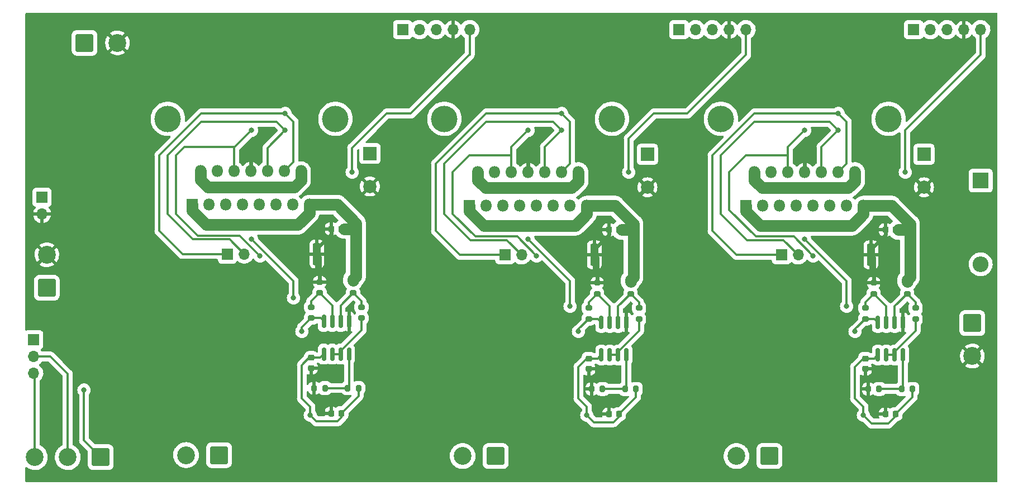
<source format=gbr>
%TF.GenerationSoftware,KiCad,Pcbnew,6.0.2+dfsg-1*%
%TF.CreationDate,2023-11-28T02:04:46+03:00*%
%TF.ProjectId,servodriver,73657276-6f64-4726-9976-65722e6b6963,rev?*%
%TF.SameCoordinates,Original*%
%TF.FileFunction,Copper,L2,Bot*%
%TF.FilePolarity,Positive*%
%FSLAX46Y46*%
G04 Gerber Fmt 4.6, Leading zero omitted, Abs format (unit mm)*
G04 Created by KiCad (PCBNEW 6.0.2+dfsg-1) date 2023-11-28 02:04:46*
%MOMM*%
%LPD*%
G01*
G04 APERTURE LIST*
G04 Aperture macros list*
%AMRoundRect*
0 Rectangle with rounded corners*
0 $1 Rounding radius*
0 $2 $3 $4 $5 $6 $7 $8 $9 X,Y pos of 4 corners*
0 Add a 4 corners polygon primitive as box body*
4,1,4,$2,$3,$4,$5,$6,$7,$8,$9,$2,$3,0*
0 Add four circle primitives for the rounded corners*
1,1,$1+$1,$2,$3*
1,1,$1+$1,$4,$5*
1,1,$1+$1,$6,$7*
1,1,$1+$1,$8,$9*
0 Add four rect primitives between the rounded corners*
20,1,$1+$1,$2,$3,$4,$5,0*
20,1,$1+$1,$4,$5,$6,$7,0*
20,1,$1+$1,$6,$7,$8,$9,0*
20,1,$1+$1,$8,$9,$2,$3,0*%
G04 Aperture macros list end*
%TA.AperFunction,ComponentPad*%
%ADD10C,4.000000*%
%TD*%
%TA.AperFunction,ComponentPad*%
%ADD11R,2.000000X2.000000*%
%TD*%
%TA.AperFunction,ComponentPad*%
%ADD12C,2.000000*%
%TD*%
%TA.AperFunction,ComponentPad*%
%ADD13R,1.700000X1.700000*%
%TD*%
%TA.AperFunction,ComponentPad*%
%ADD14O,1.700000X1.700000*%
%TD*%
%TA.AperFunction,ComponentPad*%
%ADD15RoundRect,0.250001X-1.099999X1.099999X-1.099999X-1.099999X1.099999X-1.099999X1.099999X1.099999X0*%
%TD*%
%TA.AperFunction,ComponentPad*%
%ADD16C,2.700000*%
%TD*%
%TA.AperFunction,ComponentPad*%
%ADD17RoundRect,0.250001X-1.099999X-1.099999X1.099999X-1.099999X1.099999X1.099999X-1.099999X1.099999X0*%
%TD*%
%TA.AperFunction,ComponentPad*%
%ADD18R,2.400000X2.400000*%
%TD*%
%TA.AperFunction,ComponentPad*%
%ADD19O,2.400000X2.400000*%
%TD*%
%TA.AperFunction,ComponentPad*%
%ADD20RoundRect,0.250001X1.099999X1.099999X-1.099999X1.099999X-1.099999X-1.099999X1.099999X-1.099999X0*%
%TD*%
%TA.AperFunction,ComponentPad*%
%ADD21R,1.800000X1.800000*%
%TD*%
%TA.AperFunction,ComponentPad*%
%ADD22O,1.800000X1.800000*%
%TD*%
%TA.AperFunction,ComponentPad*%
%ADD23RoundRect,0.250001X1.099999X-1.099999X1.099999X1.099999X-1.099999X1.099999X-1.099999X-1.099999X0*%
%TD*%
%TA.AperFunction,SMDPad,CuDef*%
%ADD24RoundRect,0.225000X-0.250000X0.225000X-0.250000X-0.225000X0.250000X-0.225000X0.250000X0.225000X0*%
%TD*%
%TA.AperFunction,SMDPad,CuDef*%
%ADD25RoundRect,0.200000X0.200000X0.275000X-0.200000X0.275000X-0.200000X-0.275000X0.200000X-0.275000X0*%
%TD*%
%TA.AperFunction,SMDPad,CuDef*%
%ADD26RoundRect,0.225000X0.225000X0.250000X-0.225000X0.250000X-0.225000X-0.250000X0.225000X-0.250000X0*%
%TD*%
%TA.AperFunction,SMDPad,CuDef*%
%ADD27RoundRect,0.200000X-0.275000X0.200000X-0.275000X-0.200000X0.275000X-0.200000X0.275000X0.200000X0*%
%TD*%
%TA.AperFunction,SMDPad,CuDef*%
%ADD28RoundRect,0.200000X0.275000X-0.200000X0.275000X0.200000X-0.275000X0.200000X-0.275000X-0.200000X0*%
%TD*%
%TA.AperFunction,SMDPad,CuDef*%
%ADD29RoundRect,0.225000X-0.225000X-0.250000X0.225000X-0.250000X0.225000X0.250000X-0.225000X0.250000X0*%
%TD*%
%TA.AperFunction,SMDPad,CuDef*%
%ADD30RoundRect,0.150000X-0.150000X0.825000X-0.150000X-0.825000X0.150000X-0.825000X0.150000X0.825000X0*%
%TD*%
%TA.AperFunction,SMDPad,CuDef*%
%ADD31RoundRect,0.250000X0.362500X1.425000X-0.362500X1.425000X-0.362500X-1.425000X0.362500X-1.425000X0*%
%TD*%
%TA.AperFunction,ViaPad*%
%ADD32C,0.800000*%
%TD*%
%TA.AperFunction,Conductor*%
%ADD33C,0.300000*%
%TD*%
%TA.AperFunction,Conductor*%
%ADD34C,0.600000*%
%TD*%
%TA.AperFunction,Conductor*%
%ADD35C,1.800000*%
%TD*%
G04 APERTURE END LIST*
D10*
%TO.P,REF\u002A\u002A,1*%
%TO.N,N/C*%
X210820000Y-55420000D03*
%TO.P,REF\u002A\u002A,2*%
X185420000Y-55420000D03*
%TD*%
%TO.P,REF\u002A\u002A,1*%
%TO.N,N/C*%
X168910000Y-55420000D03*
%TO.P,REF\u002A\u002A,2*%
X143510000Y-55420000D03*
%TD*%
%TO.P,REF\u002A\u002A,1*%
%TO.N,N/C*%
X127000000Y-55420000D03*
%TO.P,REF\u002A\u002A,2*%
X101600000Y-55420000D03*
%TD*%
D11*
%TO.P,C6,1*%
%TO.N,+36V*%
X174274646Y-60800000D03*
D12*
%TO.P,C6,2*%
%TO.N,GND*%
X174274646Y-65800000D03*
%TD*%
D13*
%TO.P,J14,1,Pin_1*%
%TO.N,/In3_1*%
X194594646Y-76040000D03*
D14*
%TO.P,J14,2,Pin_2*%
%TO.N,/In3_2*%
X197134646Y-76040000D03*
%TD*%
D13*
%TO.P,J10,1,Pin_1*%
%TO.N,/En3*%
X214630000Y-41910000D03*
D14*
%TO.P,J10,2,Pin_2*%
%TO.N,/In3_1*%
X217170000Y-41910000D03*
%TO.P,J10,3,Pin_3*%
%TO.N,/In3_2*%
X219710000Y-41910000D03*
%TO.P,J10,4,Pin_4*%
%TO.N,GND*%
X222250000Y-41910000D03*
%TO.P,J10,5,Pin_5*%
%TO.N,/Sense3*%
X224790000Y-41910000D03*
%TD*%
D15*
%TO.P,J4,1,Pin_1*%
%TO.N,Net-(D1-Pad2)*%
X223520000Y-86360000D03*
D16*
%TO.P,J4,2,Pin_2*%
%TO.N,GND*%
X223520000Y-91360000D03*
%TD*%
D17*
%TO.P,J5,1,Pin_1*%
%TO.N,Net-(D2-Pad2)*%
X88980000Y-43900000D03*
D16*
%TO.P,J5,2,Pin_2*%
%TO.N,GND*%
X93980000Y-43900000D03*
%TD*%
D13*
%TO.P,J12,1,Pin_1*%
%TO.N,+5V*%
X82550000Y-67310000D03*
D14*
%TO.P,J12,2,Pin_2*%
%TO.N,GND*%
X82550000Y-69850000D03*
%TD*%
D13*
%TO.P,J13,1,Pin_1*%
%TO.N,/In1_1*%
X152684646Y-76040000D03*
D14*
%TO.P,J13,2,Pin_2*%
%TO.N,/In1_2*%
X155224646Y-76040000D03*
%TD*%
D13*
%TO.P,J7,1,Pin_1*%
%TO.N,/En1*%
X179070000Y-41910000D03*
D14*
%TO.P,J7,2,Pin_2*%
%TO.N,/In1_1*%
X181610000Y-41910000D03*
%TO.P,J7,3,Pin_3*%
%TO.N,/In1_2*%
X184150000Y-41910000D03*
%TO.P,J7,4,Pin_4*%
%TO.N,GND*%
X186690000Y-41910000D03*
%TO.P,J7,5,Pin_5*%
%TO.N,/Sense1*%
X189230000Y-41910000D03*
%TD*%
D13*
%TO.P,J6,1,Pin_1*%
%TO.N,Net-(J6-Pad1)*%
X81280000Y-88900000D03*
D14*
%TO.P,J6,2,Pin_2*%
%TO.N,Net-(J6-Pad2)*%
X81280000Y-91440000D03*
%TO.P,J6,3,Pin_3*%
%TO.N,Net-(J6-Pad3)*%
X81280000Y-93980000D03*
%TD*%
D11*
%TO.P,C18,1*%
%TO.N,+36V*%
X132221365Y-60659511D03*
D12*
%TO.P,C18,2*%
%TO.N,GND*%
X132221365Y-65659511D03*
%TD*%
D18*
%TO.P,D1,1,K*%
%TO.N,+36V*%
X224790000Y-64770000D03*
D19*
%TO.P,D1,2,A*%
%TO.N,Net-(D1-Pad2)*%
X224790000Y-77470000D03*
%TD*%
D20*
%TO.P,J1,1,Pin_1*%
%TO.N,/Out1_1*%
X151274646Y-106520000D03*
D16*
%TO.P,J1,2,Pin_2*%
%TO.N,/Out1_2*%
X146274646Y-106520000D03*
%TD*%
D20*
%TO.P,J2,1,Pin_1*%
%TO.N,/Out2_1*%
X109361365Y-106379511D03*
D16*
%TO.P,J2,2,Pin_2*%
%TO.N,/Out2_2*%
X104361365Y-106379511D03*
%TD*%
D21*
%TO.P,U2,1,SENSE_A*%
%TO.N,/Half-Bridge1/SenseGND*%
X189230000Y-68580000D03*
D22*
%TO.P,U2,2,OUT1*%
%TO.N,/Out3_1*%
X190500000Y-63500000D03*
%TO.P,U2,3,OUT2*%
%TO.N,/Out3_2*%
X191770000Y-68580000D03*
%TO.P,U2,4,Vs*%
%TO.N,+36V*%
X193040000Y-63500000D03*
%TO.P,U2,5,IN1*%
%TO.N,/In3_1*%
X194310000Y-68580000D03*
%TO.P,U2,6,EnA*%
%TO.N,/En3*%
X195580000Y-63500000D03*
%TO.P,U2,7,IN2*%
%TO.N,/In3_2*%
X196850000Y-68580000D03*
%TO.P,U2,8,GND*%
%TO.N,GND*%
X198120000Y-63500000D03*
%TO.P,U2,9,Vss*%
%TO.N,+5V*%
X199390000Y-68580000D03*
%TO.P,U2,10,IN3*%
%TO.N,/In3_2*%
X200660000Y-63500000D03*
%TO.P,U2,11,EnB*%
%TO.N,/En3*%
X201930000Y-68580000D03*
%TO.P,U2,12,IN4*%
%TO.N,/In3_1*%
X203200000Y-63500000D03*
%TO.P,U2,13,OUT3*%
%TO.N,/Out3_2*%
X204470000Y-68580000D03*
%TO.P,U2,14,OUT4*%
%TO.N,/Out3_1*%
X205740000Y-63500000D03*
%TO.P,U2,15,SENSE_B*%
%TO.N,/Half-Bridge1/SenseGND*%
X207010000Y-68580000D03*
%TD*%
D13*
%TO.P,J15,1,Pin_1*%
%TO.N,/In2_1*%
X110631365Y-75899511D03*
D14*
%TO.P,J15,2,Pin_2*%
%TO.N,/In2_2*%
X113171365Y-75899511D03*
%TD*%
D21*
%TO.P,U1,1,SENSE_A*%
%TO.N,/Half-Bridge/SenseGND*%
X147320000Y-68580000D03*
D22*
%TO.P,U1,2,OUT1*%
%TO.N,/Out1_1*%
X148590000Y-63500000D03*
%TO.P,U1,3,OUT2*%
%TO.N,/Out1_2*%
X149860000Y-68580000D03*
%TO.P,U1,4,Vs*%
%TO.N,+36V*%
X151130000Y-63500000D03*
%TO.P,U1,5,IN1*%
%TO.N,/In1_1*%
X152400000Y-68580000D03*
%TO.P,U1,6,EnA*%
%TO.N,/En1*%
X153670000Y-63500000D03*
%TO.P,U1,7,IN2*%
%TO.N,/In1_2*%
X154940000Y-68580000D03*
%TO.P,U1,8,GND*%
%TO.N,GND*%
X156210000Y-63500000D03*
%TO.P,U1,9,Vss*%
%TO.N,+5V*%
X157480000Y-68580000D03*
%TO.P,U1,10,IN3*%
%TO.N,/In1_2*%
X158750000Y-63500000D03*
%TO.P,U1,11,EnB*%
%TO.N,/En1*%
X160020000Y-68580000D03*
%TO.P,U1,12,IN4*%
%TO.N,/In1_1*%
X161290000Y-63500000D03*
%TO.P,U1,13,OUT3*%
%TO.N,/Out1_2*%
X162560000Y-68580000D03*
%TO.P,U1,14,OUT4*%
%TO.N,/Out1_1*%
X163830000Y-63500000D03*
%TO.P,U1,15,SENSE_B*%
%TO.N,/Half-Bridge/SenseGND*%
X165100000Y-68580000D03*
%TD*%
D23*
%TO.P,J11,1,Pin_1*%
%TO.N,+5V*%
X83270000Y-81017500D03*
D16*
%TO.P,J11,2,Pin_2*%
%TO.N,GND*%
X83270000Y-76017500D03*
%TD*%
D13*
%TO.P,J9,1,Pin_1*%
%TO.N,/En2*%
X137190000Y-41885000D03*
D14*
%TO.P,J9,2,Pin_2*%
%TO.N,/In2_1*%
X139730000Y-41885000D03*
%TO.P,J9,3,Pin_3*%
%TO.N,/In2_2*%
X142270000Y-41885000D03*
%TO.P,J9,4,Pin_4*%
%TO.N,GND*%
X144810000Y-41885000D03*
%TO.P,J9,5,Pin_5*%
%TO.N,/Sense2*%
X147350000Y-41885000D03*
%TD*%
D21*
%TO.P,U3,1,SENSE_A*%
%TO.N,/Half-Bridge2/SenseGND*%
X105266719Y-68439511D03*
D22*
%TO.P,U3,2,OUT1*%
%TO.N,/Out2_1*%
X106536719Y-63359511D03*
%TO.P,U3,3,OUT2*%
%TO.N,/Out2_2*%
X107806719Y-68439511D03*
%TO.P,U3,4,Vs*%
%TO.N,+36V*%
X109076719Y-63359511D03*
%TO.P,U3,5,IN1*%
%TO.N,/In2_1*%
X110346719Y-68439511D03*
%TO.P,U3,6,EnA*%
%TO.N,/En2*%
X111616719Y-63359511D03*
%TO.P,U3,7,IN2*%
%TO.N,/In2_2*%
X112886719Y-68439511D03*
%TO.P,U3,8,GND*%
%TO.N,GND*%
X114156719Y-63359511D03*
%TO.P,U3,9,Vss*%
%TO.N,+5V*%
X115426719Y-68439511D03*
%TO.P,U3,10,IN3*%
%TO.N,/In2_2*%
X116696719Y-63359511D03*
%TO.P,U3,11,EnB*%
%TO.N,/En2*%
X117966719Y-68439511D03*
%TO.P,U3,12,IN4*%
%TO.N,/In2_1*%
X119236719Y-63359511D03*
%TO.P,U3,13,OUT3*%
%TO.N,/Out2_2*%
X120506719Y-68439511D03*
%TO.P,U3,14,OUT4*%
%TO.N,/Out2_1*%
X121776719Y-63359511D03*
%TO.P,U3,15,SENSE_B*%
%TO.N,/Half-Bridge2/SenseGND*%
X123046719Y-68439511D03*
%TD*%
D20*
%TO.P,J3,1,Pin_1*%
%TO.N,/Out3_1*%
X192784646Y-106520000D03*
D16*
%TO.P,J3,2,Pin_2*%
%TO.N,/Out3_2*%
X187784646Y-106520000D03*
%TD*%
D20*
%TO.P,J8,1,Pin_1*%
%TO.N,Net-(J6-Pad1)*%
X91440000Y-106680000D03*
D16*
%TO.P,J8,2,Pin_2*%
%TO.N,Net-(J6-Pad2)*%
X86440000Y-106680000D03*
%TO.P,J8,3,Pin_3*%
%TO.N,Net-(J6-Pad3)*%
X81440000Y-106680000D03*
%TD*%
D11*
%TO.P,C12,1*%
%TO.N,+36V*%
X216184646Y-60800000D03*
D12*
%TO.P,C12,2*%
%TO.N,GND*%
X216184646Y-65800000D03*
%TD*%
D24*
%TO.P,C19,1*%
%TO.N,+5V*%
X123331365Y-91634511D03*
%TO.P,C19,2*%
%TO.N,GND*%
X123331365Y-93184511D03*
%TD*%
D25*
%TO.P,R22,1*%
%TO.N,Net-(D13-Pad5)*%
X125426365Y-96219511D03*
%TO.P,R22,2*%
%TO.N,GND*%
X123776365Y-96219511D03*
%TD*%
D26*
%TO.P,C2,1*%
%TO.N,+5V*%
X169969646Y-100170000D03*
%TO.P,C2,2*%
%TO.N,GND*%
X168419646Y-100170000D03*
%TD*%
D27*
%TO.P,R25,1*%
%TO.N,GND*%
X124601365Y-80154511D03*
%TO.P,R25,2*%
%TO.N,Net-(D13-Pad2)*%
X124601365Y-81804511D03*
%TD*%
D25*
%TO.P,R14,1*%
%TO.N,Net-(D8-Pad5)*%
X209389646Y-96360000D03*
%TO.P,R14,2*%
%TO.N,GND*%
X207739646Y-96360000D03*
%TD*%
D26*
%TO.P,C8,1*%
%TO.N,+5V*%
X211879646Y-100170000D03*
%TO.P,C8,2*%
%TO.N,GND*%
X210329646Y-100170000D03*
%TD*%
D25*
%TO.P,R21,1*%
%TO.N,+5V*%
X130506365Y-96219511D03*
%TO.P,R21,2*%
%TO.N,Net-(D13-Pad5)*%
X128856365Y-96219511D03*
%TD*%
D28*
%TO.P,R24,1*%
%TO.N,Net-(D13-Pad6)*%
X130951365Y-85614511D03*
%TO.P,R24,2*%
%TO.N,Net-(D13-Pad3)*%
X130951365Y-83964511D03*
%TD*%
D29*
%TO.P,C10,1*%
%TO.N,GND*%
X210329646Y-72230000D03*
%TO.P,C10,2*%
%TO.N,/Half-Bridge1/SenseGND*%
X211879646Y-72230000D03*
%TD*%
D25*
%TO.P,R6,1*%
%TO.N,Net-(D3-Pad5)*%
X167479646Y-96360000D03*
%TO.P,R6,2*%
%TO.N,GND*%
X165829646Y-96360000D03*
%TD*%
D30*
%TO.P,D8,1,OUTa*%
%TO.N,/Sense3*%
X209199646Y-86265000D03*
%TO.P,D8,2,-INa*%
%TO.N,Net-(D8-Pad2)*%
X210469646Y-86265000D03*
%TO.P,D8,3,+INa*%
%TO.N,Net-(D8-Pad3)*%
X211739646Y-86265000D03*
%TO.P,D8,4,V-*%
%TO.N,GND*%
X213009646Y-86265000D03*
%TO.P,D8,5,+INb*%
%TO.N,Net-(D8-Pad5)*%
X213009646Y-91215000D03*
%TO.P,D8,6,-INb*%
%TO.N,Net-(D8-Pad6)*%
X211739646Y-91215000D03*
%TO.P,D8,7,OUTb*%
X210469646Y-91215000D03*
%TO.P,D8,8,V+*%
%TO.N,+5V*%
X209199646Y-91215000D03*
%TD*%
D27*
%TO.P,R18,1*%
%TO.N,/Half-Bridge1/SenseGND*%
X213644646Y-80295000D03*
%TO.P,R18,2*%
%TO.N,Net-(D8-Pad3)*%
X213644646Y-81945000D03*
%TD*%
D24*
%TO.P,C13,1*%
%TO.N,+5V*%
X207294646Y-91775000D03*
%TO.P,C13,2*%
%TO.N,GND*%
X207294646Y-93325000D03*
%TD*%
D27*
%TO.P,R11,1*%
%TO.N,Net-(D3-Pad2)*%
X165384646Y-84105000D03*
%TO.P,R11,2*%
%TO.N,/Sense1*%
X165384646Y-85755000D03*
%TD*%
D28*
%TO.P,R8,1*%
%TO.N,Net-(D3-Pad6)*%
X173004646Y-85755000D03*
%TO.P,R8,2*%
%TO.N,Net-(D3-Pad3)*%
X173004646Y-84105000D03*
%TD*%
D27*
%TO.P,R10,1*%
%TO.N,/Half-Bridge/SenseGND*%
X171734646Y-80295000D03*
%TO.P,R10,2*%
%TO.N,Net-(D3-Pad3)*%
X171734646Y-81945000D03*
%TD*%
D31*
%TO.P,R23,1*%
%TO.N,/Half-Bridge2/SenseGND*%
X130103865Y-75899511D03*
%TO.P,R23,2*%
%TO.N,GND*%
X124178865Y-75899511D03*
%TD*%
D26*
%TO.P,C14,1*%
%TO.N,+5V*%
X127916365Y-100029511D03*
%TO.P,C14,2*%
%TO.N,GND*%
X126366365Y-100029511D03*
%TD*%
D24*
%TO.P,C7,1*%
%TO.N,+5V*%
X165384646Y-91775000D03*
%TO.P,C7,2*%
%TO.N,GND*%
X165384646Y-93325000D03*
%TD*%
D31*
%TO.P,R15,1*%
%TO.N,/Half-Bridge1/SenseGND*%
X214067146Y-76040000D03*
%TO.P,R15,2*%
%TO.N,GND*%
X208142146Y-76040000D03*
%TD*%
D27*
%TO.P,R27,1*%
%TO.N,Net-(D13-Pad2)*%
X123331365Y-83964511D03*
%TO.P,R27,2*%
%TO.N,/Sense2*%
X123331365Y-85614511D03*
%TD*%
D30*
%TO.P,D3,1,OUTa*%
%TO.N,/Sense1*%
X167289646Y-86265000D03*
%TO.P,D3,2,-INa*%
%TO.N,Net-(D3-Pad2)*%
X168559646Y-86265000D03*
%TO.P,D3,3,+INa*%
%TO.N,Net-(D3-Pad3)*%
X169829646Y-86265000D03*
%TO.P,D3,4,V-*%
%TO.N,GND*%
X171099646Y-86265000D03*
%TO.P,D3,5,+INb*%
%TO.N,Net-(D3-Pad5)*%
X171099646Y-91215000D03*
%TO.P,D3,6,-INb*%
%TO.N,Net-(D3-Pad6)*%
X169829646Y-91215000D03*
%TO.P,D3,7,OUTb*%
X168559646Y-91215000D03*
%TO.P,D3,8,V+*%
%TO.N,+5V*%
X167289646Y-91215000D03*
%TD*%
D27*
%TO.P,R26,1*%
%TO.N,/Half-Bridge2/SenseGND*%
X129681365Y-80154511D03*
%TO.P,R26,2*%
%TO.N,Net-(D13-Pad3)*%
X129681365Y-81804511D03*
%TD*%
D25*
%TO.P,R5,1*%
%TO.N,+5V*%
X172559646Y-96360000D03*
%TO.P,R5,2*%
%TO.N,Net-(D3-Pad5)*%
X170909646Y-96360000D03*
%TD*%
D31*
%TO.P,R7,1*%
%TO.N,/Half-Bridge/SenseGND*%
X172157146Y-76040000D03*
%TO.P,R7,2*%
%TO.N,GND*%
X166232146Y-76040000D03*
%TD*%
D25*
%TO.P,R13,1*%
%TO.N,+5V*%
X214469646Y-96360000D03*
%TO.P,R13,2*%
%TO.N,Net-(D8-Pad5)*%
X212819646Y-96360000D03*
%TD*%
D30*
%TO.P,D13,1,OUTa*%
%TO.N,/Sense2*%
X125236365Y-86124511D03*
%TO.P,D13,2,-INa*%
%TO.N,Net-(D13-Pad2)*%
X126506365Y-86124511D03*
%TO.P,D13,3,+INa*%
%TO.N,Net-(D13-Pad3)*%
X127776365Y-86124511D03*
%TO.P,D13,4,V-*%
%TO.N,GND*%
X129046365Y-86124511D03*
%TO.P,D13,5,+INb*%
%TO.N,Net-(D13-Pad5)*%
X129046365Y-91074511D03*
%TO.P,D13,6,-INb*%
%TO.N,Net-(D13-Pad6)*%
X127776365Y-91074511D03*
%TO.P,D13,7,OUTb*%
X126506365Y-91074511D03*
%TO.P,D13,8,V+*%
%TO.N,+5V*%
X125236365Y-91074511D03*
%TD*%
D29*
%TO.P,C16,1*%
%TO.N,GND*%
X126366365Y-72089511D03*
%TO.P,C16,2*%
%TO.N,/Half-Bridge2/SenseGND*%
X127916365Y-72089511D03*
%TD*%
D27*
%TO.P,R9,1*%
%TO.N,GND*%
X166654646Y-80295000D03*
%TO.P,R9,2*%
%TO.N,Net-(D3-Pad2)*%
X166654646Y-81945000D03*
%TD*%
%TO.P,R17,1*%
%TO.N,GND*%
X208564646Y-80295000D03*
%TO.P,R17,2*%
%TO.N,Net-(D8-Pad2)*%
X208564646Y-81945000D03*
%TD*%
D29*
%TO.P,C4,1*%
%TO.N,GND*%
X168419646Y-72230000D03*
%TO.P,C4,2*%
%TO.N,/Half-Bridge/SenseGND*%
X169969646Y-72230000D03*
%TD*%
D27*
%TO.P,R19,1*%
%TO.N,Net-(D8-Pad2)*%
X207294646Y-84105000D03*
%TO.P,R19,2*%
%TO.N,/Sense3*%
X207294646Y-85755000D03*
%TD*%
D28*
%TO.P,R16,1*%
%TO.N,Net-(D8-Pad6)*%
X214914646Y-85755000D03*
%TO.P,R16,2*%
%TO.N,Net-(D8-Pad3)*%
X214914646Y-84105000D03*
%TD*%
D32*
%TO.N,+5V*%
X123190000Y-100330000D03*
X156210000Y-73660000D03*
X162560000Y-83820000D03*
X204470000Y-83820000D03*
X114300000Y-73660000D03*
X207010000Y-100330000D03*
X198120000Y-73660000D03*
X120650000Y-82550000D03*
X165100000Y-100330000D03*
%TO.N,GND*%
X179070000Y-52070000D03*
X116840000Y-57150000D03*
X95250000Y-60960000D03*
X170402500Y-43180000D03*
X166370000Y-97790000D03*
X119380000Y-97790000D03*
X223520000Y-53340000D03*
X124460000Y-97790000D03*
X208280000Y-97790000D03*
X137160000Y-52070000D03*
X158753298Y-73674667D03*
X158750000Y-57150000D03*
X161290000Y-97790000D03*
X200663298Y-73674667D03*
X203200000Y-97790000D03*
X200660000Y-57150000D03*
X204440000Y-43205000D03*
X129540000Y-43155000D03*
X116840000Y-73660000D03*
%TO.N,/In1_1*%
X161290000Y-54610000D03*
%TO.N,/In1_2*%
X161290000Y-57150000D03*
%TO.N,/En1*%
X156210000Y-57150000D03*
X157480000Y-76200000D03*
%TO.N,/In2_1*%
X119380000Y-54610000D03*
%TO.N,/In2_2*%
X119380000Y-57150000D03*
%TO.N,/En2*%
X114300000Y-57150000D03*
X115570000Y-76200000D03*
%TO.N,/In3_1*%
X203200000Y-54610000D03*
%TO.N,/In3_2*%
X203200000Y-57150000D03*
%TO.N,/En3*%
X198120000Y-57150000D03*
X199390000Y-76200000D03*
%TO.N,/Sense1*%
X171450000Y-63500000D03*
X163830000Y-87630000D03*
%TO.N,/Half-Bridge/SenseGND*%
X172157146Y-72652500D03*
%TO.N,/Sense3*%
X205740000Y-87630000D03*
X213360000Y-63500000D03*
%TO.N,/Half-Bridge1/SenseGND*%
X214067146Y-72652500D03*
%TO.N,/Sense2*%
X121920000Y-87630000D03*
X129540000Y-63500000D03*
%TO.N,/Half-Bridge2/SenseGND*%
X130103865Y-72512011D03*
%TO.N,Net-(J6-Pad1)*%
X88900000Y-96520000D03*
%TD*%
D33*
%TO.N,/In3_1*%
X204470000Y-55880000D02*
X203200000Y-54610000D01*
X190500000Y-54610000D02*
X203200000Y-54610000D01*
%TO.N,+5V*%
X163830000Y-97790000D02*
X165100000Y-99060000D01*
X206991467Y-91775000D02*
X207294646Y-91775000D01*
X204470000Y-83820000D02*
X204470000Y-80010000D01*
X127916365Y-100683635D02*
X127916365Y-100029511D01*
X205740000Y-97790000D02*
X205740000Y-93026467D01*
X120650000Y-80010000D02*
X120650000Y-82550000D01*
X165100000Y-99060000D02*
X165100000Y-100330000D01*
X204470000Y-80010000D02*
X198120000Y-73660000D01*
X169969646Y-100540354D02*
X169969646Y-100170000D01*
X162560000Y-80010000D02*
X156210000Y-73660000D01*
X165384646Y-91775000D02*
X165081467Y-91775000D01*
X207010000Y-100330000D02*
X207010000Y-99060000D01*
X123028186Y-91634511D02*
X123331365Y-91634511D01*
X123190000Y-100330000D02*
X124114031Y-101254031D01*
X114300000Y-73660000D02*
X120650000Y-80010000D01*
X123190000Y-99060000D02*
X121920000Y-97790000D01*
X169969646Y-100170000D02*
X172559646Y-97580000D01*
X123190000Y-100330000D02*
X123190000Y-99060000D01*
X121920000Y-97790000D02*
X121920000Y-92742697D01*
X172559646Y-97580000D02*
X172559646Y-96360000D01*
X163830000Y-93026467D02*
X163830000Y-97790000D01*
X124676365Y-91634511D02*
X125236365Y-91074511D01*
X207010000Y-100330000D02*
X208280000Y-101600000D01*
X208639646Y-91775000D02*
X209199646Y-91215000D01*
X130506365Y-97439511D02*
X130506365Y-96219511D01*
X169115480Y-101394520D02*
X169969646Y-100540354D01*
X211879646Y-100473179D02*
X211879646Y-100170000D01*
X127345969Y-101254031D02*
X127916365Y-100683635D01*
X166164520Y-101394520D02*
X169115480Y-101394520D01*
X123331365Y-91634511D02*
X124676365Y-91634511D01*
X208280000Y-101600000D02*
X210752825Y-101600000D01*
X207294646Y-91775000D02*
X208639646Y-91775000D01*
X121920000Y-92742697D02*
X123028186Y-91634511D01*
X165384646Y-91775000D02*
X166729646Y-91775000D01*
X166729646Y-91775000D02*
X167289646Y-91215000D01*
X214469646Y-97580000D02*
X214469646Y-96360000D01*
X165100000Y-100330000D02*
X166164520Y-101394520D01*
X127916365Y-100029511D02*
X130506365Y-97439511D01*
X165081467Y-91775000D02*
X163830000Y-93026467D01*
X162560000Y-83820000D02*
X162560000Y-80010000D01*
X210752825Y-101600000D02*
X211879646Y-100473179D01*
X211879646Y-100170000D02*
X214469646Y-97580000D01*
X205740000Y-93026467D02*
X206991467Y-91775000D01*
X207010000Y-99060000D02*
X205740000Y-97790000D01*
X124114031Y-101254031D02*
X127345969Y-101254031D01*
D34*
%TO.N,GND*%
X200660000Y-57150000D02*
X198120000Y-59690000D01*
X168419646Y-73005000D02*
X166232146Y-75192500D01*
X210329646Y-72230000D02*
X210329646Y-73005000D01*
X166232146Y-75192500D02*
X166232146Y-76040000D01*
X124601365Y-80154511D02*
X124601365Y-76322011D01*
X166654646Y-76462500D02*
X166232146Y-76040000D01*
X198120000Y-59690000D02*
X198120000Y-63500000D01*
X158750000Y-57150000D02*
X156210000Y-59690000D01*
X114156719Y-59833281D02*
X114156719Y-63359511D01*
X124178865Y-75052011D02*
X124178865Y-75899511D01*
X208564646Y-80295000D02*
X208564646Y-76462500D01*
X156210000Y-59690000D02*
X156210000Y-63500000D01*
X126366365Y-72864511D02*
X124178865Y-75052011D01*
X124601365Y-76322011D02*
X124178865Y-75899511D01*
X208142146Y-75192500D02*
X208142146Y-76040000D01*
X168419646Y-72230000D02*
X168419646Y-73005000D01*
X208564646Y-76462500D02*
X208142146Y-76040000D01*
X210329646Y-73005000D02*
X208142146Y-75192500D01*
X116840000Y-57150000D02*
X114156719Y-59833281D01*
X166654646Y-80295000D02*
X166654646Y-76462500D01*
X126366365Y-72089511D02*
X126366365Y-72864511D01*
D35*
%TO.N,/Out1_1*%
X148590000Y-63500000D02*
X148590000Y-64772792D01*
X163830000Y-64894646D02*
X163830000Y-63500000D01*
X162825135Y-65899511D02*
X163830000Y-64894646D01*
X148590000Y-64772792D02*
X149285927Y-65468719D01*
X149716719Y-65899511D02*
X162825135Y-65899511D01*
X149285927Y-65468719D02*
X149716719Y-65899511D01*
%TO.N,/Out3_1*%
X190500000Y-64772792D02*
X191195927Y-65468719D01*
X205740000Y-64894646D02*
X205740000Y-63500000D01*
X190500000Y-63500000D02*
X190500000Y-64772792D01*
X191195927Y-65468719D02*
X191626719Y-65899511D01*
X191626719Y-65899511D02*
X204735135Y-65899511D01*
X204735135Y-65899511D02*
X205740000Y-64894646D01*
%TO.N,/Out2_1*%
X106536719Y-63359511D02*
X106536719Y-64632303D01*
X107232646Y-65328230D02*
X107663438Y-65759022D01*
X106536719Y-64632303D02*
X107232646Y-65328230D01*
X120771854Y-65759022D02*
X121776719Y-64754157D01*
X107663438Y-65759022D02*
X120771854Y-65759022D01*
X121776719Y-64754157D02*
X121776719Y-63359511D01*
D33*
%TO.N,/In1_1*%
X145890000Y-76040000D02*
X152684646Y-76040000D01*
X161290000Y-54610000D02*
X162560000Y-55880000D01*
X149860000Y-54610000D02*
X142240000Y-62230000D01*
X162560000Y-55880000D02*
X162560000Y-62230000D01*
X162560000Y-62230000D02*
X161290000Y-63500000D01*
X142240000Y-62230000D02*
X142240000Y-72390000D01*
X161290000Y-54610000D02*
X149860000Y-54610000D01*
X142240000Y-72390000D02*
X145890000Y-76040000D01*
%TO.N,/In1_2*%
X152984175Y-73799529D02*
X152400000Y-73799529D01*
X152400000Y-73799529D02*
X147459529Y-73799529D01*
X158750000Y-59690000D02*
X161290000Y-57150000D01*
X143510000Y-63500000D02*
X143510000Y-62230000D01*
X155224646Y-76040000D02*
X152984175Y-73799529D01*
X147459529Y-73799529D02*
X147320000Y-73660000D01*
X149860000Y-55880000D02*
X160020000Y-55880000D01*
X160020000Y-55880000D02*
X161290000Y-57150000D01*
X143510000Y-69850000D02*
X143510000Y-63500000D01*
X147320000Y-73660000D02*
X143510000Y-69850000D01*
X158750000Y-63500000D02*
X158750000Y-59690000D01*
X143510000Y-62230000D02*
X149860000Y-55880000D01*
%TO.N,/En1*%
X144780000Y-63500000D02*
X147320000Y-60960000D01*
X157480000Y-76200000D02*
X154530009Y-73250009D01*
X156210000Y-57150000D02*
X153670000Y-59690000D01*
X148180009Y-73250009D02*
X144780000Y-69850000D01*
X153670000Y-60960000D02*
X153670000Y-63500000D01*
X144780000Y-69850000D02*
X144780000Y-63500000D01*
X147320000Y-60960000D02*
X153670000Y-60960000D01*
X154530009Y-73250009D02*
X148180009Y-73250009D01*
X153670000Y-59690000D02*
X153670000Y-60960000D01*
%TO.N,/In2_1*%
X120650000Y-61946230D02*
X119236719Y-63359511D01*
X120650000Y-55880000D02*
X120650000Y-61946230D01*
X100330000Y-72390000D02*
X100330000Y-60960000D01*
X119380000Y-54610000D02*
X120650000Y-55880000D01*
X103839511Y-75899511D02*
X100330000Y-72390000D01*
X106680000Y-54610000D02*
X119380000Y-54610000D01*
X110631365Y-75899511D02*
X103839511Y-75899511D01*
X100330000Y-60960000D02*
X106680000Y-54610000D01*
%TO.N,/In2_2*%
X106680000Y-55880000D02*
X118110000Y-55880000D01*
X118110000Y-55880000D02*
X119380000Y-57150000D01*
X116696719Y-63359511D02*
X116696719Y-59833281D01*
X105410000Y-73660000D02*
X101600000Y-69850000D01*
X101600000Y-60960000D02*
X106680000Y-55880000D01*
X110931854Y-73660000D02*
X105410000Y-73660000D01*
X101600000Y-69850000D02*
X101600000Y-60960000D01*
X113171365Y-75899511D02*
X110931854Y-73660000D01*
X116696719Y-59833281D02*
X119380000Y-57150000D01*
%TO.N,/En2*%
X102870000Y-60960000D02*
X104140000Y-59690000D01*
X102870000Y-69850000D02*
X102870000Y-60960000D01*
X114300000Y-57150000D02*
X111760000Y-59690000D01*
X111616719Y-59833281D02*
X111760000Y-59690000D01*
X115570000Y-76200000D02*
X112479520Y-73109520D01*
X106129520Y-73109520D02*
X102870000Y-69850000D01*
X112479520Y-73109520D02*
X106129520Y-73109520D01*
X111616719Y-63359511D02*
X111616719Y-59833281D01*
X104140000Y-59690000D02*
X111760000Y-59690000D01*
%TO.N,/In3_1*%
X187800000Y-76040000D02*
X194594646Y-76040000D01*
X184150000Y-60960000D02*
X184150000Y-72390000D01*
X204470000Y-62230000D02*
X203200000Y-63500000D01*
X190500000Y-54610000D02*
X184150000Y-60960000D01*
X204470000Y-55880000D02*
X204470000Y-62230000D01*
X184150000Y-72390000D02*
X187800000Y-76040000D01*
%TO.N,/In3_2*%
X185420000Y-60960000D02*
X190500000Y-55880000D01*
X197134646Y-76040000D02*
X194894175Y-73799529D01*
X189369529Y-73799529D02*
X185420000Y-69850000D01*
X190500000Y-55880000D02*
X201930000Y-55880000D01*
X200660000Y-59690000D02*
X200660000Y-63500000D01*
X201930000Y-55880000D02*
X203200000Y-57150000D01*
X194894175Y-73799529D02*
X189369529Y-73799529D01*
X203200000Y-57150000D02*
X200660000Y-59690000D01*
X185420000Y-69850000D02*
X185420000Y-60960000D01*
%TO.N,/En3*%
X199390000Y-76200000D02*
X196440009Y-73250009D01*
X195580000Y-59690000D02*
X195580000Y-60960000D01*
X198120000Y-57150000D02*
X195580000Y-59690000D01*
X190713813Y-73250009D02*
X186690000Y-69226196D01*
X186690000Y-63500000D02*
X189230000Y-60960000D01*
X189230000Y-60960000D02*
X195580000Y-60960000D01*
X196440009Y-73250009D02*
X190713813Y-73250009D01*
X186690000Y-69226196D02*
X186690000Y-63500000D01*
X195580000Y-60960000D02*
X195580000Y-63500000D01*
%TO.N,/Sense1*%
X175260000Y-54610000D02*
X180340000Y-54610000D01*
X189230000Y-45720000D02*
X189230000Y-41910000D01*
X165384646Y-85755000D02*
X166779646Y-85755000D01*
X180340000Y-54610000D02*
X189230000Y-45720000D01*
X171450000Y-58420000D02*
X175260000Y-54610000D01*
X166779646Y-85755000D02*
X167289646Y-86265000D01*
X163830000Y-87309646D02*
X165384646Y-85755000D01*
X171450000Y-63500000D02*
X171450000Y-58420000D01*
X163830000Y-87630000D02*
X163830000Y-87309646D01*
%TO.N,Net-(D3-Pad2)*%
X168559646Y-83850000D02*
X168559646Y-86265000D01*
X165384646Y-84105000D02*
X165384646Y-83215000D01*
X166654646Y-81945000D02*
X168559646Y-83850000D01*
X165384646Y-83215000D02*
X166654646Y-81945000D01*
%TO.N,Net-(D3-Pad3)*%
X169829646Y-83850000D02*
X169829646Y-86265000D01*
X173004646Y-83215000D02*
X171734646Y-81945000D01*
X173004646Y-84105000D02*
X173004646Y-83215000D01*
X171734646Y-81945000D02*
X169829646Y-83850000D01*
%TO.N,Net-(D3-Pad5)*%
X170909646Y-96360000D02*
X167479646Y-96360000D01*
X171099646Y-96170000D02*
X171099646Y-91215000D01*
X170909646Y-96360000D02*
X171099646Y-96170000D01*
%TO.N,Net-(D3-Pad6)*%
X173004646Y-85755000D02*
X173004646Y-87557862D01*
X169829646Y-90732862D02*
X169829646Y-91215000D01*
X168559646Y-91215000D02*
X169829646Y-91215000D01*
X173004646Y-87557862D02*
X169829646Y-90732862D01*
D35*
%TO.N,/Half-Bridge/SenseGND*%
X172157146Y-71382500D02*
X172157146Y-72652500D01*
X172157146Y-79427500D02*
X171734646Y-79850000D01*
X147320000Y-69433422D02*
X149487067Y-71600489D01*
X172157146Y-76040000D02*
X172157146Y-79427500D01*
X171734646Y-79850000D02*
X171734646Y-80045480D01*
X172157146Y-72652500D02*
X172157146Y-76040000D01*
X149487067Y-71600489D02*
X163352303Y-71600489D01*
X172157146Y-72652500D02*
X171734646Y-72230000D01*
X147320000Y-68580000D02*
X147320000Y-69433422D01*
X163352303Y-71600489D02*
X165100000Y-69852792D01*
X165100000Y-68580000D02*
X169354646Y-68580000D01*
X165100000Y-69852792D02*
X165100000Y-68580000D01*
X171734646Y-72230000D02*
X170369166Y-72230000D01*
X169354646Y-68580000D02*
X172157146Y-71382500D01*
D33*
%TO.N,/Sense3*%
X208689646Y-85755000D02*
X209199646Y-86265000D01*
X224790000Y-45720000D02*
X213360000Y-57150000D01*
X213360000Y-57150000D02*
X213360000Y-63500000D01*
X224790000Y-41910000D02*
X224790000Y-45720000D01*
X207294646Y-85755000D02*
X208689646Y-85755000D01*
X205740000Y-87630000D02*
X205740000Y-87309646D01*
X205740000Y-87309646D02*
X207294646Y-85755000D01*
%TO.N,Net-(D8-Pad2)*%
X210469646Y-83850000D02*
X210469646Y-86265000D01*
X207294646Y-84105000D02*
X207294646Y-83215000D01*
X208564646Y-81945000D02*
X210469646Y-83850000D01*
X207294646Y-83215000D02*
X208564646Y-81945000D01*
%TO.N,Net-(D8-Pad3)*%
X214914646Y-83215000D02*
X213644646Y-81945000D01*
X211739646Y-83850000D02*
X211739646Y-86265000D01*
X213644646Y-81945000D02*
X211739646Y-83850000D01*
X214914646Y-84105000D02*
X214914646Y-83215000D01*
%TO.N,Net-(D8-Pad5)*%
X212819646Y-96360000D02*
X209389646Y-96360000D01*
X212819646Y-96360000D02*
X213009646Y-96170000D01*
X213009646Y-96170000D02*
X213009646Y-91215000D01*
%TO.N,Net-(D8-Pad6)*%
X211739646Y-90732862D02*
X211739646Y-91215000D01*
X210469646Y-91215000D02*
X211739646Y-91215000D01*
X214914646Y-85755000D02*
X214914646Y-87557862D01*
X214914646Y-87557862D02*
X211739646Y-90732862D01*
D35*
%TO.N,/Half-Bridge1/SenseGND*%
X189230000Y-69433422D02*
X191397067Y-71600489D01*
X214067146Y-72652500D02*
X214067146Y-76040000D01*
X211264646Y-68580000D02*
X214067146Y-71382500D01*
X191397067Y-71600489D02*
X205262303Y-71600489D01*
X205262303Y-71600489D02*
X207010000Y-69852792D01*
X207010000Y-68580000D02*
X211264646Y-68580000D01*
X214067146Y-72652500D02*
X213644646Y-72230000D01*
X189230000Y-68580000D02*
X189230000Y-69433422D01*
X207010000Y-69852792D02*
X207010000Y-68580000D01*
X213644646Y-79850000D02*
X213644646Y-80045480D01*
X214067146Y-71382500D02*
X214067146Y-72652500D01*
X214067146Y-76040000D02*
X214067146Y-79427500D01*
X213644646Y-72230000D02*
X212279166Y-72230000D01*
X214067146Y-79427500D02*
X213644646Y-79850000D01*
D33*
%TO.N,/Sense2*%
X138430000Y-54610000D02*
X147320000Y-45720000D01*
X129540000Y-59841854D02*
X134771854Y-54610000D01*
X129540000Y-63500000D02*
X129540000Y-59841854D01*
X121920000Y-87630000D02*
X121920000Y-87025876D01*
X124726365Y-85614511D02*
X125236365Y-86124511D01*
X121920000Y-87025876D02*
X123331365Y-85614511D01*
X147350000Y-41885000D02*
X147350000Y-45690000D01*
X123331365Y-85614511D02*
X124726365Y-85614511D01*
X134771854Y-54610000D02*
X138430000Y-54610000D01*
X147350000Y-45690000D02*
X147320000Y-45720000D01*
%TO.N,Net-(D13-Pad2)*%
X123331365Y-83074511D02*
X124601365Y-81804511D01*
X123331365Y-83964511D02*
X123331365Y-83074511D01*
X124601365Y-81804511D02*
X126506365Y-83709511D01*
X126506365Y-83709511D02*
X126506365Y-86124511D01*
%TO.N,Net-(D13-Pad3)*%
X127776365Y-83709511D02*
X127776365Y-86124511D01*
X129681365Y-81804511D02*
X127776365Y-83709511D01*
X130951365Y-83964511D02*
X130951365Y-83074511D01*
X130951365Y-83074511D02*
X129681365Y-81804511D01*
%TO.N,Net-(D13-Pad5)*%
X129046365Y-96029511D02*
X129046365Y-91074511D01*
X128856365Y-96219511D02*
X125426365Y-96219511D01*
X128856365Y-96219511D02*
X129046365Y-96029511D01*
%TO.N,Net-(D13-Pad6)*%
X130951365Y-85614511D02*
X130951365Y-87417373D01*
X127776365Y-90592373D02*
X127776365Y-91074511D01*
X126506365Y-91074511D02*
X127776365Y-91074511D01*
X130951365Y-87417373D02*
X127776365Y-90592373D01*
D35*
%TO.N,/Half-Bridge2/SenseGND*%
X129681365Y-79709511D02*
X129681365Y-79904991D01*
X130103865Y-71242011D02*
X130103865Y-72512011D01*
X105266719Y-69292933D02*
X107433786Y-71460000D01*
X130103865Y-75899511D02*
X130103865Y-79287011D01*
X123046719Y-68439511D02*
X127301365Y-68439511D01*
X121299022Y-71460000D02*
X123046719Y-69712303D01*
X129681365Y-72089511D02*
X128315885Y-72089511D01*
X130103865Y-72512011D02*
X129681365Y-72089511D01*
X105266719Y-68439511D02*
X105266719Y-69292933D01*
X127301365Y-68439511D02*
X130103865Y-71242011D01*
X130103865Y-72512011D02*
X130103865Y-75899511D01*
X123046719Y-69712303D02*
X123046719Y-68439511D01*
X107433786Y-71460000D02*
X121299022Y-71460000D01*
X130103865Y-79287011D02*
X129681365Y-79709511D01*
D33*
%TO.N,Net-(J6-Pad1)*%
X88900000Y-104140000D02*
X91440000Y-106680000D01*
X88900000Y-96520000D02*
X88900000Y-104140000D01*
%TO.N,Net-(J6-Pad2)*%
X86440000Y-106680000D02*
X86440000Y-94060000D01*
X83820000Y-91440000D02*
X81280000Y-91440000D01*
X86440000Y-94060000D02*
X83820000Y-91440000D01*
%TO.N,Net-(J6-Pad3)*%
X81440000Y-106680000D02*
X81440000Y-94140000D01*
X81440000Y-94140000D02*
X81280000Y-93980000D01*
%TD*%
%TA.AperFunction,Conductor*%
%TO.N,GND*%
G36*
X227272121Y-39390002D02*
G01*
X227318614Y-39443658D01*
X227330000Y-39496000D01*
X227330000Y-110364000D01*
X227309998Y-110432121D01*
X227256342Y-110478614D01*
X227204000Y-110490000D01*
X80136000Y-110490000D01*
X80067879Y-110469998D01*
X80021386Y-110416342D01*
X80010000Y-110364000D01*
X80010000Y-108296147D01*
X80030002Y-108228026D01*
X80083658Y-108181533D01*
X80153932Y-108171429D01*
X80215550Y-108198434D01*
X80312131Y-108277063D01*
X80312135Y-108277066D01*
X80315588Y-108279877D01*
X80319410Y-108282178D01*
X80482761Y-108380523D01*
X80552230Y-108422347D01*
X80650747Y-108464064D01*
X80802482Y-108528316D01*
X80802487Y-108528318D01*
X80806585Y-108530053D01*
X80810882Y-108531192D01*
X80810887Y-108531194D01*
X80940082Y-108565449D01*
X81073579Y-108600845D01*
X81347884Y-108633311D01*
X81624027Y-108626804D01*
X81709587Y-108612563D01*
X81892108Y-108582183D01*
X81892112Y-108582182D01*
X81896498Y-108581452D01*
X81900739Y-108580111D01*
X81900742Y-108580110D01*
X82155615Y-108499504D01*
X82155617Y-108499503D01*
X82159861Y-108498161D01*
X82163872Y-108496235D01*
X82163877Y-108496233D01*
X82404842Y-108380523D01*
X82404843Y-108380522D01*
X82408861Y-108378593D01*
X82412567Y-108376117D01*
X82634821Y-108227612D01*
X82634825Y-108227609D01*
X82638529Y-108225134D01*
X82799534Y-108080926D01*
X82840965Y-108043817D01*
X82840966Y-108043816D01*
X82844283Y-108040845D01*
X83022018Y-107829403D01*
X83168188Y-107595028D01*
X83170381Y-107590069D01*
X83278077Y-107346463D01*
X83279875Y-107342396D01*
X83354853Y-107076547D01*
X83376343Y-106916547D01*
X83391196Y-106805968D01*
X83391197Y-106805961D01*
X83391623Y-106802786D01*
X83393767Y-106734583D01*
X83395381Y-106683222D01*
X83395381Y-106683217D01*
X83395482Y-106680000D01*
X83375973Y-106404470D01*
X83362911Y-106343796D01*
X83318773Y-106138785D01*
X83318773Y-106138783D01*
X83317837Y-106134438D01*
X83222233Y-105875291D01*
X83103831Y-105655853D01*
X83093181Y-105636116D01*
X83091068Y-105632200D01*
X82926960Y-105410016D01*
X82866490Y-105348588D01*
X82795891Y-105276872D01*
X82733183Y-105213171D01*
X82513604Y-105045594D01*
X82272604Y-104910627D01*
X82268443Y-104909017D01*
X82264416Y-104907122D01*
X82265173Y-104905514D01*
X82214732Y-104866801D01*
X82190722Y-104799987D01*
X82190500Y-104792509D01*
X82190500Y-95172847D01*
X82210502Y-95104726D01*
X82227560Y-95083596D01*
X82288172Y-95023196D01*
X82388397Y-94923320D01*
X82527582Y-94729623D01*
X82633263Y-94515795D01*
X82702600Y-94287577D01*
X82704505Y-94273106D01*
X82733296Y-94054421D01*
X82733297Y-94054414D01*
X82733733Y-94051099D01*
X82734675Y-94012571D01*
X82735389Y-93983364D01*
X82735389Y-93983360D01*
X82735471Y-93980000D01*
X82725189Y-93854939D01*
X82716351Y-93747435D01*
X82716350Y-93747429D01*
X82715927Y-93742284D01*
X82679403Y-93596874D01*
X82659080Y-93515963D01*
X82659079Y-93515959D01*
X82657821Y-93510952D01*
X82655762Y-93506216D01*
X82564772Y-93296953D01*
X82564770Y-93296950D01*
X82562712Y-93292216D01*
X82433155Y-93091951D01*
X82424452Y-93082386D01*
X82276107Y-92919358D01*
X82276105Y-92919357D01*
X82272629Y-92915536D01*
X82268578Y-92912337D01*
X82268574Y-92912333D01*
X82179849Y-92842263D01*
X82137010Y-92808431D01*
X82095948Y-92750515D01*
X82092716Y-92679592D01*
X82128341Y-92618181D01*
X82141934Y-92606971D01*
X82215242Y-92554681D01*
X82219445Y-92551683D01*
X82239367Y-92531831D01*
X82330423Y-92441092D01*
X82388397Y-92383320D01*
X82391411Y-92379126D01*
X82391420Y-92379115D01*
X82489247Y-92242974D01*
X82545241Y-92199326D01*
X82591569Y-92190500D01*
X83456943Y-92190500D01*
X83525064Y-92210502D01*
X83546038Y-92227405D01*
X85652595Y-94333962D01*
X85686621Y-94396274D01*
X85689500Y-94423057D01*
X85689500Y-104795247D01*
X85669498Y-104863368D01*
X85621583Y-104907061D01*
X85418263Y-105012678D01*
X85414648Y-105015261D01*
X85414642Y-105015265D01*
X85197150Y-105170687D01*
X85197146Y-105170690D01*
X85193529Y-105173275D01*
X85161538Y-105203793D01*
X85012010Y-105346436D01*
X84993665Y-105363936D01*
X84990909Y-105367431D01*
X84990908Y-105367433D01*
X84827432Y-105574802D01*
X84822659Y-105580856D01*
X84757294Y-105693391D01*
X84686161Y-105815853D01*
X84686158Y-105815859D01*
X84683923Y-105819707D01*
X84580226Y-106075723D01*
X84579155Y-106080036D01*
X84579153Y-106080041D01*
X84520022Y-106318088D01*
X84513636Y-106343796D01*
X84513182Y-106348224D01*
X84513182Y-106348226D01*
X84495913Y-106516779D01*
X84485483Y-106618577D01*
X84496327Y-106894583D01*
X84545953Y-107166309D01*
X84547362Y-107170532D01*
X84616776Y-107378591D01*
X84633370Y-107428331D01*
X84678715Y-107519080D01*
X84751940Y-107665626D01*
X84756834Y-107675421D01*
X84913882Y-107902651D01*
X84931464Y-107921671D01*
X85066371Y-108067612D01*
X85101380Y-108105485D01*
X85104834Y-108108297D01*
X85312131Y-108277063D01*
X85312135Y-108277066D01*
X85315588Y-108279877D01*
X85319410Y-108282178D01*
X85482761Y-108380523D01*
X85552230Y-108422347D01*
X85650747Y-108464064D01*
X85802482Y-108528316D01*
X85802487Y-108528318D01*
X85806585Y-108530053D01*
X85810882Y-108531192D01*
X85810887Y-108531194D01*
X85940082Y-108565449D01*
X86073579Y-108600845D01*
X86347884Y-108633311D01*
X86624027Y-108626804D01*
X86709587Y-108612563D01*
X86892108Y-108582183D01*
X86892112Y-108582182D01*
X86896498Y-108581452D01*
X86900739Y-108580111D01*
X86900742Y-108580110D01*
X87155615Y-108499504D01*
X87155617Y-108499503D01*
X87159861Y-108498161D01*
X87163872Y-108496235D01*
X87163877Y-108496233D01*
X87404842Y-108380523D01*
X87404843Y-108380522D01*
X87408861Y-108378593D01*
X87412567Y-108376117D01*
X87634821Y-108227612D01*
X87634825Y-108227609D01*
X87638529Y-108225134D01*
X87799534Y-108080926D01*
X87840965Y-108043817D01*
X87840966Y-108043816D01*
X87844283Y-108040845D01*
X88022018Y-107829403D01*
X88168188Y-107595028D01*
X88170381Y-107590069D01*
X88278077Y-107346463D01*
X88279875Y-107342396D01*
X88354853Y-107076547D01*
X88376343Y-106916547D01*
X88391196Y-106805968D01*
X88391197Y-106805961D01*
X88391623Y-106802786D01*
X88393767Y-106734583D01*
X88395381Y-106683222D01*
X88395381Y-106683217D01*
X88395482Y-106680000D01*
X88375973Y-106404470D01*
X88362911Y-106343796D01*
X88318773Y-106138785D01*
X88318773Y-106138783D01*
X88317837Y-106134438D01*
X88222233Y-105875291D01*
X88103831Y-105655853D01*
X88093181Y-105636116D01*
X88091068Y-105632200D01*
X87926960Y-105410016D01*
X87866490Y-105348588D01*
X87795891Y-105276872D01*
X87733183Y-105213171D01*
X87513604Y-105045594D01*
X87272604Y-104910627D01*
X87268443Y-104909017D01*
X87264416Y-104907122D01*
X87265173Y-104905514D01*
X87214732Y-104866801D01*
X87190722Y-104799987D01*
X87190500Y-104792509D01*
X87190500Y-96505963D01*
X87894757Y-96505963D01*
X87911175Y-96701483D01*
X87965258Y-96890091D01*
X87968076Y-96895574D01*
X88052123Y-97059113D01*
X88052126Y-97059117D01*
X88054944Y-97064601D01*
X88082613Y-97099511D01*
X88122246Y-97149516D01*
X88148883Y-97215326D01*
X88149500Y-97227780D01*
X88149500Y-104073546D01*
X88148067Y-104092496D01*
X88144852Y-104113630D01*
X88145445Y-104120922D01*
X88145445Y-104120925D01*
X88149085Y-104165675D01*
X88149500Y-104175889D01*
X88149500Y-104183822D01*
X88149925Y-104187466D01*
X88152754Y-104211736D01*
X88153187Y-104216111D01*
X88159039Y-104288059D01*
X88161294Y-104295021D01*
X88162452Y-104300816D01*
X88163809Y-104306558D01*
X88164657Y-104313828D01*
X88189306Y-104381736D01*
X88190723Y-104385864D01*
X88208364Y-104440318D01*
X88212973Y-104454546D01*
X88216768Y-104460800D01*
X88219231Y-104466179D01*
X88221873Y-104471455D01*
X88224369Y-104478331D01*
X88263948Y-104538699D01*
X88266295Y-104542419D01*
X88300848Y-104599361D01*
X88300853Y-104599368D01*
X88303761Y-104604160D01*
X88307473Y-104608362D01*
X88307474Y-104608364D01*
X88311085Y-104612452D01*
X88311060Y-104612474D01*
X88313806Y-104615569D01*
X88316309Y-104618563D01*
X88320323Y-104624685D01*
X88325636Y-104629718D01*
X88375952Y-104677383D01*
X88378394Y-104679761D01*
X89452595Y-105753962D01*
X89486621Y-105816274D01*
X89489500Y-105843057D01*
X89489501Y-107853564D01*
X89492400Y-107896106D01*
X89493743Y-107901494D01*
X89493744Y-107901498D01*
X89513738Y-107981689D01*
X89537105Y-108075407D01*
X89540137Y-108081514D01*
X89540138Y-108081518D01*
X89557783Y-108117063D01*
X89619269Y-108240926D01*
X89735060Y-108384940D01*
X89879074Y-108500731D01*
X89934644Y-108528316D01*
X90038482Y-108579862D01*
X90038486Y-108579863D01*
X90044593Y-108582895D01*
X90051215Y-108584546D01*
X90218498Y-108626255D01*
X90218502Y-108626256D01*
X90223894Y-108627600D01*
X90240707Y-108628746D01*
X90264287Y-108630354D01*
X90264300Y-108630354D01*
X90266435Y-108630500D01*
X91439181Y-108630500D01*
X92613564Y-108630499D01*
X92636943Y-108628906D01*
X92650561Y-108627978D01*
X92650563Y-108627978D01*
X92656106Y-108627600D01*
X92661494Y-108626257D01*
X92661498Y-108626256D01*
X92828785Y-108584546D01*
X92835407Y-108582895D01*
X92841514Y-108579863D01*
X92841518Y-108579862D01*
X92945356Y-108528316D01*
X93000926Y-108500731D01*
X93144940Y-108384940D01*
X93260731Y-108240926D01*
X93322217Y-108117063D01*
X93339862Y-108081518D01*
X93339863Y-108081514D01*
X93342895Y-108075407D01*
X93366262Y-107981689D01*
X93386255Y-107901502D01*
X93386256Y-107901498D01*
X93387600Y-107896106D01*
X93388873Y-107877433D01*
X93390354Y-107855713D01*
X93390354Y-107855700D01*
X93390500Y-107853565D01*
X93390499Y-106318088D01*
X102406848Y-106318088D01*
X102407023Y-106322540D01*
X102414908Y-106523222D01*
X102417692Y-106594094D01*
X102425998Y-106639575D01*
X102455220Y-106799575D01*
X102467318Y-106865820D01*
X102554735Y-107127842D01*
X102573956Y-107166309D01*
X102661942Y-107342396D01*
X102678199Y-107374932D01*
X102835247Y-107602162D01*
X103022745Y-107804996D01*
X103026199Y-107807808D01*
X103233496Y-107976574D01*
X103233500Y-107976577D01*
X103236953Y-107979388D01*
X103240775Y-107981689D01*
X103465631Y-108117063D01*
X103473595Y-108121858D01*
X103572112Y-108163575D01*
X103723847Y-108227827D01*
X103723852Y-108227829D01*
X103727950Y-108229564D01*
X103732247Y-108230703D01*
X103732252Y-108230705D01*
X103842921Y-108260048D01*
X103994944Y-108300356D01*
X104269249Y-108332822D01*
X104545392Y-108326315D01*
X104630952Y-108312074D01*
X104813473Y-108281694D01*
X104813477Y-108281693D01*
X104817863Y-108280963D01*
X104822104Y-108279622D01*
X104822107Y-108279621D01*
X105076980Y-108199015D01*
X105076982Y-108199014D01*
X105081226Y-108197672D01*
X105085237Y-108195746D01*
X105085242Y-108195744D01*
X105326207Y-108080034D01*
X105326208Y-108080033D01*
X105330226Y-108078104D01*
X105333932Y-108075628D01*
X105556186Y-107927123D01*
X105556190Y-107927120D01*
X105559894Y-107924645D01*
X105765648Y-107740356D01*
X105943383Y-107528914D01*
X106089553Y-107294539D01*
X106099377Y-107272319D01*
X106199442Y-107045974D01*
X106201240Y-107041907D01*
X106276218Y-106776058D01*
X106300070Y-106598474D01*
X106312561Y-106505479D01*
X106312562Y-106505472D01*
X106312988Y-106502297D01*
X106314362Y-106458577D01*
X106316746Y-106382733D01*
X106316746Y-106382728D01*
X106316847Y-106379511D01*
X106297338Y-106103981D01*
X106284276Y-106043307D01*
X106240138Y-105838296D01*
X106240138Y-105838294D01*
X106239202Y-105833949D01*
X106143598Y-105574802D01*
X106012433Y-105331711D01*
X105919541Y-105205946D01*
X107410865Y-105205946D01*
X107410866Y-107553075D01*
X107413765Y-107595617D01*
X107415108Y-107601005D01*
X107415109Y-107601009D01*
X107438186Y-107693564D01*
X107458470Y-107774918D01*
X107461502Y-107781025D01*
X107461503Y-107781029D01*
X107485516Y-107829403D01*
X107540634Y-107940437D01*
X107656425Y-108084451D01*
X107800439Y-108200242D01*
X107844593Y-108222160D01*
X107959847Y-108279373D01*
X107959851Y-108279374D01*
X107965958Y-108282406D01*
X107972580Y-108284057D01*
X108139863Y-108325766D01*
X108139867Y-108325767D01*
X108145259Y-108327111D01*
X108162072Y-108328257D01*
X108185652Y-108329865D01*
X108185665Y-108329865D01*
X108187800Y-108330011D01*
X109360546Y-108330011D01*
X110534929Y-108330010D01*
X110558308Y-108328417D01*
X110571926Y-108327489D01*
X110571928Y-108327489D01*
X110577471Y-108327111D01*
X110582859Y-108325768D01*
X110582863Y-108325767D01*
X110750150Y-108284057D01*
X110756772Y-108282406D01*
X110762879Y-108279374D01*
X110762883Y-108279373D01*
X110878137Y-108222160D01*
X110922291Y-108200242D01*
X111066305Y-108084451D01*
X111182096Y-107940437D01*
X111237214Y-107829403D01*
X111261227Y-107781029D01*
X111261228Y-107781025D01*
X111264260Y-107774918D01*
X111284544Y-107693564D01*
X111307620Y-107601013D01*
X111307621Y-107601009D01*
X111308965Y-107595617D01*
X111310111Y-107578804D01*
X111311719Y-107555224D01*
X111311719Y-107555211D01*
X111311865Y-107553076D01*
X111311865Y-106458577D01*
X144320129Y-106458577D01*
X144320304Y-106463029D01*
X144325279Y-106589645D01*
X144330973Y-106734583D01*
X144380599Y-107006309D01*
X144468016Y-107268331D01*
X144519293Y-107370952D01*
X144553196Y-107438802D01*
X144591480Y-107515421D01*
X144748528Y-107742651D01*
X144751550Y-107745920D01*
X144914013Y-107921671D01*
X144936026Y-107945485D01*
X144939480Y-107948297D01*
X145146777Y-108117063D01*
X145146781Y-108117066D01*
X145150234Y-108119877D01*
X145154056Y-108122178D01*
X145360131Y-108246245D01*
X145386876Y-108262347D01*
X145434247Y-108282406D01*
X145637128Y-108368316D01*
X145637133Y-108368318D01*
X145641231Y-108370053D01*
X145645528Y-108371192D01*
X145645533Y-108371194D01*
X145774728Y-108405449D01*
X145908225Y-108440845D01*
X146182530Y-108473311D01*
X146458673Y-108466804D01*
X146544233Y-108452563D01*
X146726754Y-108422183D01*
X146726758Y-108422182D01*
X146731144Y-108421452D01*
X146735385Y-108420111D01*
X146735388Y-108420110D01*
X146990261Y-108339504D01*
X146990263Y-108339503D01*
X146994507Y-108338161D01*
X146998518Y-108336235D01*
X146998523Y-108336233D01*
X147239488Y-108220523D01*
X147239489Y-108220522D01*
X147243507Y-108218593D01*
X147266432Y-108203275D01*
X147469467Y-108067612D01*
X147469471Y-108067609D01*
X147473175Y-108065134D01*
X147655866Y-107901502D01*
X147675611Y-107883817D01*
X147675612Y-107883816D01*
X147678929Y-107880845D01*
X147856664Y-107669403D01*
X148002834Y-107435028D01*
X148007665Y-107424102D01*
X148112723Y-107186463D01*
X148114521Y-107182396D01*
X148189499Y-106916547D01*
X148213351Y-106738963D01*
X148225842Y-106645968D01*
X148225843Y-106645961D01*
X148226269Y-106642786D01*
X148230128Y-106520000D01*
X148210619Y-106244470D01*
X148197557Y-106183796D01*
X148153419Y-105978785D01*
X148153419Y-105978783D01*
X148152483Y-105974438D01*
X148056879Y-105715291D01*
X147925714Y-105472200D01*
X147832822Y-105346435D01*
X149324146Y-105346435D01*
X149324147Y-107693564D01*
X149327046Y-107736106D01*
X149328389Y-107741494D01*
X149328390Y-107741498D01*
X149356869Y-107855718D01*
X149371751Y-107915407D01*
X149374783Y-107921514D01*
X149374784Y-107921518D01*
X149412833Y-107998166D01*
X149453915Y-108080926D01*
X149569706Y-108224940D01*
X149713720Y-108340731D01*
X149769290Y-108368316D01*
X149873128Y-108419862D01*
X149873132Y-108419863D01*
X149879239Y-108422895D01*
X149885861Y-108424546D01*
X150053144Y-108466255D01*
X150053148Y-108466256D01*
X150058540Y-108467600D01*
X150075353Y-108468746D01*
X150098933Y-108470354D01*
X150098946Y-108470354D01*
X150101081Y-108470500D01*
X151273827Y-108470500D01*
X152448210Y-108470499D01*
X152471589Y-108468906D01*
X152485207Y-108467978D01*
X152485209Y-108467978D01*
X152490752Y-108467600D01*
X152496140Y-108466257D01*
X152496144Y-108466256D01*
X152663431Y-108424546D01*
X152670053Y-108422895D01*
X152676160Y-108419863D01*
X152676164Y-108419862D01*
X152780002Y-108368316D01*
X152835572Y-108340731D01*
X152979586Y-108224940D01*
X153095377Y-108080926D01*
X153136459Y-107998167D01*
X153174508Y-107921518D01*
X153174509Y-107921514D01*
X153177541Y-107915407D01*
X153192423Y-107855718D01*
X153220901Y-107741502D01*
X153220902Y-107741498D01*
X153222246Y-107736106D01*
X153223392Y-107719293D01*
X153225000Y-107695713D01*
X153225000Y-107695700D01*
X153225146Y-107693565D01*
X153225145Y-106458577D01*
X185830129Y-106458577D01*
X185830304Y-106463029D01*
X185835279Y-106589645D01*
X185840973Y-106734583D01*
X185890599Y-107006309D01*
X185978016Y-107268331D01*
X186029293Y-107370952D01*
X186063196Y-107438802D01*
X186101480Y-107515421D01*
X186258528Y-107742651D01*
X186261550Y-107745920D01*
X186424013Y-107921671D01*
X186446026Y-107945485D01*
X186449480Y-107948297D01*
X186656777Y-108117063D01*
X186656781Y-108117066D01*
X186660234Y-108119877D01*
X186664056Y-108122178D01*
X186870131Y-108246245D01*
X186896876Y-108262347D01*
X186944247Y-108282406D01*
X187147128Y-108368316D01*
X187147133Y-108368318D01*
X187151231Y-108370053D01*
X187155528Y-108371192D01*
X187155533Y-108371194D01*
X187284728Y-108405449D01*
X187418225Y-108440845D01*
X187692530Y-108473311D01*
X187968673Y-108466804D01*
X188054233Y-108452563D01*
X188236754Y-108422183D01*
X188236758Y-108422182D01*
X188241144Y-108421452D01*
X188245385Y-108420111D01*
X188245388Y-108420110D01*
X188500261Y-108339504D01*
X188500263Y-108339503D01*
X188504507Y-108338161D01*
X188508518Y-108336235D01*
X188508523Y-108336233D01*
X188749488Y-108220523D01*
X188749489Y-108220522D01*
X188753507Y-108218593D01*
X188776432Y-108203275D01*
X188979467Y-108067612D01*
X188979471Y-108067609D01*
X188983175Y-108065134D01*
X189165866Y-107901502D01*
X189185611Y-107883817D01*
X189185612Y-107883816D01*
X189188929Y-107880845D01*
X189366664Y-107669403D01*
X189512834Y-107435028D01*
X189517665Y-107424102D01*
X189622723Y-107186463D01*
X189624521Y-107182396D01*
X189699499Y-106916547D01*
X189723351Y-106738963D01*
X189735842Y-106645968D01*
X189735843Y-106645961D01*
X189736269Y-106642786D01*
X189740128Y-106520000D01*
X189720619Y-106244470D01*
X189707557Y-106183796D01*
X189663419Y-105978785D01*
X189663419Y-105978783D01*
X189662483Y-105974438D01*
X189566879Y-105715291D01*
X189435714Y-105472200D01*
X189342822Y-105346435D01*
X190834146Y-105346435D01*
X190834147Y-107693564D01*
X190837046Y-107736106D01*
X190838389Y-107741494D01*
X190838390Y-107741498D01*
X190866869Y-107855718D01*
X190881751Y-107915407D01*
X190884783Y-107921514D01*
X190884784Y-107921518D01*
X190922833Y-107998167D01*
X190963915Y-108080926D01*
X191079706Y-108224940D01*
X191223720Y-108340731D01*
X191279290Y-108368316D01*
X191383128Y-108419862D01*
X191383132Y-108419863D01*
X191389239Y-108422895D01*
X191395861Y-108424546D01*
X191563144Y-108466255D01*
X191563148Y-108466256D01*
X191568540Y-108467600D01*
X191585353Y-108468746D01*
X191608933Y-108470354D01*
X191608946Y-108470354D01*
X191611081Y-108470500D01*
X192783827Y-108470500D01*
X193958210Y-108470499D01*
X193981589Y-108468906D01*
X193995207Y-108467978D01*
X193995209Y-108467978D01*
X194000752Y-108467600D01*
X194006140Y-108466257D01*
X194006144Y-108466256D01*
X194173431Y-108424546D01*
X194180053Y-108422895D01*
X194186160Y-108419863D01*
X194186164Y-108419862D01*
X194290002Y-108368316D01*
X194345572Y-108340731D01*
X194489586Y-108224940D01*
X194605377Y-108080926D01*
X194646459Y-107998167D01*
X194684508Y-107921518D01*
X194684509Y-107921514D01*
X194687541Y-107915407D01*
X194702423Y-107855718D01*
X194730901Y-107741502D01*
X194730902Y-107741498D01*
X194732246Y-107736106D01*
X194733392Y-107719293D01*
X194735000Y-107695713D01*
X194735000Y-107695700D01*
X194735146Y-107693565D01*
X194735145Y-105346436D01*
X194732246Y-105303894D01*
X194727340Y-105284214D01*
X194689192Y-105131215D01*
X194687541Y-105124593D01*
X194684509Y-105118486D01*
X194684508Y-105118482D01*
X194630998Y-105010687D01*
X194605377Y-104959074D01*
X194489586Y-104815060D01*
X194345572Y-104699269D01*
X194216703Y-104635298D01*
X194186164Y-104620138D01*
X194186160Y-104620137D01*
X194180053Y-104617105D01*
X194128134Y-104604160D01*
X194006148Y-104573745D01*
X194006144Y-104573744D01*
X194000752Y-104572400D01*
X193983939Y-104571254D01*
X193960359Y-104569646D01*
X193960346Y-104569646D01*
X193958211Y-104569500D01*
X192785465Y-104569500D01*
X191611082Y-104569501D01*
X191587703Y-104571094D01*
X191574085Y-104572022D01*
X191574083Y-104572022D01*
X191568540Y-104572400D01*
X191563152Y-104573743D01*
X191563148Y-104573744D01*
X191441158Y-104604160D01*
X191389239Y-104617105D01*
X191383132Y-104620137D01*
X191383128Y-104620138D01*
X191352589Y-104635298D01*
X191223720Y-104699269D01*
X191079706Y-104815060D01*
X190963915Y-104959074D01*
X190938294Y-105010687D01*
X190884784Y-105118482D01*
X190884783Y-105118486D01*
X190881751Y-105124593D01*
X190880100Y-105131215D01*
X190841953Y-105284214D01*
X190837046Y-105303894D01*
X190836668Y-105309439D01*
X190836668Y-105309442D01*
X190834293Y-105344282D01*
X190834146Y-105346435D01*
X189342822Y-105346435D01*
X189271606Y-105250016D01*
X189235336Y-105213171D01*
X189154657Y-105131215D01*
X189077829Y-105053171D01*
X188858250Y-104885594D01*
X188804094Y-104855265D01*
X188621136Y-104752803D01*
X188621133Y-104752802D01*
X188617250Y-104750627D01*
X188613105Y-104749023D01*
X188613102Y-104749022D01*
X188434401Y-104679888D01*
X188359637Y-104650964D01*
X188355312Y-104649961D01*
X188355307Y-104649960D01*
X188183502Y-104610138D01*
X188090551Y-104588593D01*
X187815361Y-104564759D01*
X187810926Y-104565003D01*
X187810922Y-104565003D01*
X187544002Y-104579693D01*
X187543995Y-104579694D01*
X187539559Y-104579938D01*
X187376792Y-104612314D01*
X187273010Y-104632957D01*
X187273008Y-104632958D01*
X187268647Y-104633825D01*
X187008030Y-104725347D01*
X186762909Y-104852678D01*
X186759294Y-104855261D01*
X186759288Y-104855265D01*
X186541796Y-105010687D01*
X186541792Y-105010690D01*
X186538175Y-105013275D01*
X186440613Y-105106345D01*
X186367232Y-105176347D01*
X186338311Y-105203936D01*
X186335555Y-105207431D01*
X186335554Y-105207433D01*
X186175851Y-105410016D01*
X186167305Y-105420856D01*
X186101940Y-105533391D01*
X186030807Y-105655853D01*
X186030804Y-105655859D01*
X186028569Y-105659707D01*
X185965153Y-105816274D01*
X185942836Y-105871373D01*
X185924872Y-105915723D01*
X185923801Y-105920036D01*
X185923799Y-105920041D01*
X185859355Y-106179475D01*
X185858282Y-106183796D01*
X185857828Y-106188224D01*
X185857828Y-106188226D01*
X185851609Y-106248922D01*
X185830129Y-106458577D01*
X153225145Y-106458577D01*
X153225145Y-105346436D01*
X153222246Y-105303894D01*
X153217340Y-105284214D01*
X153179192Y-105131215D01*
X153177541Y-105124593D01*
X153174509Y-105118486D01*
X153174508Y-105118482D01*
X153120998Y-105010687D01*
X153095377Y-104959074D01*
X152979586Y-104815060D01*
X152835572Y-104699269D01*
X152706703Y-104635298D01*
X152676164Y-104620138D01*
X152676160Y-104620137D01*
X152670053Y-104617105D01*
X152618134Y-104604160D01*
X152496148Y-104573745D01*
X152496144Y-104573744D01*
X152490752Y-104572400D01*
X152473939Y-104571254D01*
X152450359Y-104569646D01*
X152450346Y-104569646D01*
X152448211Y-104569500D01*
X151275465Y-104569500D01*
X150101082Y-104569501D01*
X150077703Y-104571094D01*
X150064085Y-104572022D01*
X150064083Y-104572022D01*
X150058540Y-104572400D01*
X150053152Y-104573743D01*
X150053148Y-104573744D01*
X149931158Y-104604160D01*
X149879239Y-104617105D01*
X149873132Y-104620137D01*
X149873128Y-104620138D01*
X149842589Y-104635298D01*
X149713720Y-104699269D01*
X149569706Y-104815060D01*
X149453915Y-104959074D01*
X149428294Y-105010687D01*
X149374784Y-105118482D01*
X149374783Y-105118486D01*
X149371751Y-105124593D01*
X149370100Y-105131215D01*
X149331953Y-105284214D01*
X149327046Y-105303894D01*
X149326668Y-105309439D01*
X149326668Y-105309442D01*
X149324293Y-105344282D01*
X149324146Y-105346435D01*
X147832822Y-105346435D01*
X147761606Y-105250016D01*
X147725336Y-105213171D01*
X147644657Y-105131215D01*
X147567829Y-105053171D01*
X147348250Y-104885594D01*
X147294094Y-104855265D01*
X147111136Y-104752803D01*
X147111133Y-104752802D01*
X147107250Y-104750627D01*
X147103105Y-104749023D01*
X147103102Y-104749022D01*
X146924401Y-104679888D01*
X146849637Y-104650964D01*
X146845312Y-104649961D01*
X146845307Y-104649960D01*
X146673502Y-104610138D01*
X146580551Y-104588593D01*
X146305361Y-104564759D01*
X146300926Y-104565003D01*
X146300922Y-104565003D01*
X146034002Y-104579693D01*
X146033995Y-104579694D01*
X146029559Y-104579938D01*
X145866792Y-104612314D01*
X145763010Y-104632957D01*
X145763008Y-104632958D01*
X145758647Y-104633825D01*
X145498030Y-104725347D01*
X145252909Y-104852678D01*
X145249294Y-104855261D01*
X145249288Y-104855265D01*
X145031796Y-105010687D01*
X145031792Y-105010690D01*
X145028175Y-105013275D01*
X144930613Y-105106345D01*
X144857232Y-105176347D01*
X144828311Y-105203936D01*
X144825555Y-105207431D01*
X144825554Y-105207433D01*
X144665851Y-105410016D01*
X144657305Y-105420856D01*
X144591940Y-105533391D01*
X144520807Y-105655853D01*
X144520804Y-105655859D01*
X144518569Y-105659707D01*
X144455153Y-105816274D01*
X144432836Y-105871373D01*
X144414872Y-105915723D01*
X144413801Y-105920036D01*
X144413799Y-105920041D01*
X144349355Y-106179475D01*
X144348282Y-106183796D01*
X144347828Y-106188224D01*
X144347828Y-106188226D01*
X144341609Y-106248922D01*
X144320129Y-106458577D01*
X111311865Y-106458577D01*
X111311864Y-105205947D01*
X111308965Y-105163405D01*
X111297765Y-105118482D01*
X111265911Y-104990726D01*
X111264260Y-104984104D01*
X111261228Y-104977997D01*
X111261227Y-104977993D01*
X111207717Y-104870198D01*
X111182096Y-104818585D01*
X111066305Y-104674571D01*
X110922291Y-104558780D01*
X110793422Y-104494809D01*
X110762883Y-104479649D01*
X110762879Y-104479648D01*
X110756772Y-104476616D01*
X110714912Y-104466179D01*
X110582867Y-104433256D01*
X110582863Y-104433255D01*
X110577471Y-104431911D01*
X110560658Y-104430765D01*
X110537078Y-104429157D01*
X110537065Y-104429157D01*
X110534930Y-104429011D01*
X109362184Y-104429011D01*
X108187801Y-104429012D01*
X108164422Y-104430605D01*
X108150804Y-104431533D01*
X108150802Y-104431533D01*
X108145259Y-104431911D01*
X108139871Y-104433254D01*
X108139867Y-104433255D01*
X108007818Y-104466179D01*
X107965958Y-104476616D01*
X107959851Y-104479648D01*
X107959847Y-104479649D01*
X107929308Y-104494809D01*
X107800439Y-104558780D01*
X107656425Y-104674571D01*
X107540634Y-104818585D01*
X107515013Y-104870198D01*
X107461503Y-104977993D01*
X107461502Y-104977997D01*
X107458470Y-104984104D01*
X107456819Y-104990726D01*
X107424966Y-105118482D01*
X107413765Y-105163405D01*
X107413387Y-105168950D01*
X107413387Y-105168953D01*
X107411012Y-105203793D01*
X107410865Y-105205946D01*
X105919541Y-105205946D01*
X105848325Y-105109527D01*
X105799098Y-105059520D01*
X105752985Y-105012678D01*
X105654548Y-104912682D01*
X105434969Y-104745105D01*
X105407104Y-104729500D01*
X105197855Y-104612314D01*
X105197852Y-104612313D01*
X105193969Y-104610138D01*
X105189824Y-104608534D01*
X105189821Y-104608533D01*
X105014090Y-104540548D01*
X104936356Y-104510475D01*
X104932031Y-104509472D01*
X104932026Y-104509471D01*
X104783156Y-104474965D01*
X104667270Y-104448104D01*
X104392080Y-104424270D01*
X104387645Y-104424514D01*
X104387641Y-104424514D01*
X104120721Y-104439204D01*
X104120714Y-104439205D01*
X104116278Y-104439449D01*
X103937725Y-104474965D01*
X103849729Y-104492468D01*
X103849727Y-104492469D01*
X103845366Y-104493336D01*
X103584749Y-104584858D01*
X103339628Y-104712189D01*
X103336013Y-104714772D01*
X103336007Y-104714776D01*
X103118515Y-104870198D01*
X103118511Y-104870201D01*
X103114894Y-104872786D01*
X103073072Y-104912682D01*
X102919147Y-105059520D01*
X102915030Y-105063447D01*
X102912274Y-105066942D01*
X102912273Y-105066944D01*
X102800996Y-105208099D01*
X102744024Y-105280367D01*
X102704398Y-105348588D01*
X102607526Y-105515364D01*
X102607523Y-105515370D01*
X102605288Y-105519218D01*
X102580322Y-105580856D01*
X102524179Y-105719468D01*
X102501591Y-105775234D01*
X102500520Y-105779547D01*
X102500518Y-105779552D01*
X102453145Y-105970264D01*
X102435001Y-106043307D01*
X102434547Y-106047735D01*
X102434547Y-106047737D01*
X102428328Y-106108433D01*
X102406848Y-106318088D01*
X93390499Y-106318088D01*
X93390499Y-105506436D01*
X93387600Y-105463894D01*
X93376870Y-105420856D01*
X93344546Y-105291215D01*
X93342895Y-105284593D01*
X93339863Y-105278486D01*
X93339862Y-105278482D01*
X93285491Y-105168953D01*
X93260731Y-105119074D01*
X93144940Y-104975060D01*
X93000926Y-104859269D01*
X92881503Y-104799987D01*
X92841518Y-104780138D01*
X92841514Y-104780137D01*
X92835407Y-104777105D01*
X92737938Y-104752803D01*
X92661502Y-104733745D01*
X92661498Y-104733744D01*
X92656106Y-104732400D01*
X92639293Y-104731254D01*
X92615713Y-104729646D01*
X92615700Y-104729646D01*
X92613565Y-104729500D01*
X92531989Y-104729500D01*
X90603058Y-104729501D01*
X90534937Y-104709499D01*
X90513963Y-104692596D01*
X89687405Y-103866038D01*
X89653379Y-103803726D01*
X89650500Y-103776943D01*
X89650500Y-97228636D01*
X89670502Y-97160515D01*
X89681118Y-97146306D01*
X89717481Y-97104179D01*
X89717487Y-97104171D01*
X89721509Y-97099511D01*
X89749420Y-97050380D01*
X89791308Y-96976643D01*
X89818425Y-96928909D01*
X89880358Y-96742732D01*
X89904949Y-96548071D01*
X89905341Y-96520000D01*
X89886194Y-96324728D01*
X89884413Y-96318829D01*
X89884412Y-96318824D01*
X89831265Y-96142793D01*
X89829484Y-96136894D01*
X89737370Y-95963653D01*
X89613361Y-95811602D01*
X89462180Y-95686535D01*
X89289585Y-95593213D01*
X89189107Y-95562110D01*
X89108039Y-95537015D01*
X89108036Y-95537014D01*
X89102152Y-95535193D01*
X89096027Y-95534549D01*
X89096026Y-95534549D01*
X88913147Y-95515327D01*
X88913146Y-95515327D01*
X88907019Y-95514683D01*
X88784383Y-95525844D01*
X88717759Y-95531907D01*
X88717758Y-95531907D01*
X88711618Y-95532466D01*
X88705704Y-95534207D01*
X88705702Y-95534207D01*
X88610897Y-95562110D01*
X88523393Y-95587864D01*
X88517928Y-95590721D01*
X88354972Y-95675912D01*
X88354968Y-95675915D01*
X88349512Y-95678767D01*
X88344712Y-95682627D01*
X88344711Y-95682627D01*
X88310388Y-95710223D01*
X88196600Y-95801711D01*
X88070480Y-95952016D01*
X88067516Y-95957408D01*
X88067513Y-95957412D01*
X88044674Y-95998957D01*
X87975956Y-96123954D01*
X87916628Y-96310978D01*
X87894757Y-96505963D01*
X87190500Y-96505963D01*
X87190500Y-94126460D01*
X87191933Y-94107510D01*
X87194049Y-94093604D01*
X87194049Y-94093600D01*
X87195149Y-94086370D01*
X87194140Y-94073956D01*
X87190915Y-94034317D01*
X87190500Y-94024102D01*
X87190500Y-94016178D01*
X87187244Y-93988251D01*
X87186816Y-93983915D01*
X87181555Y-93919238D01*
X87181554Y-93919234D01*
X87180961Y-93911941D01*
X87178705Y-93904976D01*
X87177545Y-93899173D01*
X87176191Y-93893444D01*
X87175343Y-93886172D01*
X87150694Y-93818264D01*
X87149277Y-93814136D01*
X87129283Y-93752417D01*
X87129282Y-93752415D01*
X87127027Y-93745454D01*
X87123232Y-93739200D01*
X87120769Y-93733821D01*
X87118126Y-93728543D01*
X87115631Y-93721669D01*
X87076040Y-93661283D01*
X87073700Y-93657574D01*
X87039148Y-93600634D01*
X87039145Y-93600630D01*
X87036239Y-93595841D01*
X87028916Y-93587548D01*
X87028940Y-93587527D01*
X87026195Y-93584432D01*
X87023690Y-93581436D01*
X87019677Y-93575315D01*
X86964066Y-93522634D01*
X86961625Y-93520257D01*
X85681780Y-92240412D01*
X84397678Y-90956311D01*
X84385291Y-90941898D01*
X84376959Y-90930575D01*
X84376955Y-90930571D01*
X84372617Y-90924676D01*
X84332800Y-90890849D01*
X84325296Y-90883929D01*
X84319697Y-90878330D01*
X84297649Y-90860886D01*
X84294273Y-90858117D01*
X84244825Y-90816108D01*
X84244822Y-90816106D01*
X84239245Y-90811368D01*
X84232726Y-90808040D01*
X84227816Y-90804765D01*
X84222796Y-90801664D01*
X84217051Y-90797119D01*
X84151651Y-90766553D01*
X84147705Y-90764625D01*
X84089903Y-90735110D01*
X84083384Y-90731781D01*
X84076275Y-90730042D01*
X84070740Y-90727983D01*
X84065132Y-90726117D01*
X84058507Y-90723021D01*
X84051347Y-90721532D01*
X84051345Y-90721531D01*
X83987807Y-90708315D01*
X83983518Y-90707344D01*
X83966903Y-90703279D01*
X83913394Y-90690185D01*
X83907794Y-90689838D01*
X83907790Y-90689837D01*
X83902352Y-90689500D01*
X83902354Y-90689468D01*
X83898224Y-90689221D01*
X83894344Y-90688875D01*
X83887169Y-90687382D01*
X83879848Y-90687580D01*
X83879847Y-90687580D01*
X83810600Y-90689454D01*
X83807192Y-90689500D01*
X82590694Y-90689500D01*
X82522573Y-90669498D01*
X82484902Y-90631940D01*
X82456587Y-90588172D01*
X82433155Y-90551951D01*
X82426493Y-90544629D01*
X82370397Y-90482981D01*
X82339345Y-90419135D01*
X82347740Y-90348636D01*
X82392916Y-90293868D01*
X82415368Y-90281773D01*
X82432841Y-90274536D01*
X82558282Y-90178282D01*
X82654536Y-90052841D01*
X82715044Y-89906762D01*
X82730500Y-89789361D01*
X82730499Y-88010640D01*
X82729833Y-88005574D01*
X82716122Y-87901425D01*
X82716122Y-87901423D01*
X82715044Y-87893238D01*
X82654536Y-87747159D01*
X82567956Y-87634325D01*
X82563305Y-87628264D01*
X82558282Y-87621718D01*
X82432841Y-87525464D01*
X82286762Y-87464956D01*
X82278574Y-87463878D01*
X82173448Y-87450038D01*
X82173447Y-87450038D01*
X82169361Y-87449500D01*
X81280108Y-87449500D01*
X80390640Y-87449501D01*
X80386556Y-87450039D01*
X80386550Y-87450039D01*
X80281425Y-87463878D01*
X80281423Y-87463878D01*
X80273238Y-87464956D01*
X80243628Y-87477221D01*
X80184218Y-87501829D01*
X80113628Y-87509418D01*
X80050141Y-87477638D01*
X80013914Y-87416580D01*
X80010000Y-87385420D01*
X80010000Y-79843935D01*
X81319500Y-79843935D01*
X81319501Y-82191064D01*
X81322400Y-82233606D01*
X81367105Y-82412907D01*
X81370137Y-82419014D01*
X81370138Y-82419018D01*
X81408187Y-82495666D01*
X81449269Y-82578426D01*
X81565060Y-82722440D01*
X81709074Y-82838231D01*
X81786507Y-82876669D01*
X81868482Y-82917362D01*
X81868486Y-82917363D01*
X81874593Y-82920395D01*
X81898886Y-82926452D01*
X82048498Y-82963755D01*
X82048502Y-82963756D01*
X82053894Y-82965100D01*
X82070707Y-82966246D01*
X82094287Y-82967854D01*
X82094300Y-82967854D01*
X82096435Y-82968000D01*
X83269181Y-82968000D01*
X84443564Y-82967999D01*
X84466943Y-82966406D01*
X84480561Y-82965478D01*
X84480563Y-82965478D01*
X84486106Y-82965100D01*
X84491494Y-82963757D01*
X84491498Y-82963756D01*
X84641114Y-82926452D01*
X84665407Y-82920395D01*
X84671514Y-82917363D01*
X84671518Y-82917362D01*
X84753493Y-82876669D01*
X84830926Y-82838231D01*
X84974940Y-82722440D01*
X85090731Y-82578426D01*
X85131813Y-82495666D01*
X85169862Y-82419018D01*
X85169863Y-82419014D01*
X85172895Y-82412907D01*
X85217600Y-82233606D01*
X85218746Y-82216793D01*
X85220354Y-82193213D01*
X85220354Y-82193200D01*
X85220500Y-82191065D01*
X85220499Y-79843936D01*
X85217600Y-79801394D01*
X85214935Y-79790702D01*
X85174546Y-79628715D01*
X85172895Y-79622093D01*
X85169863Y-79615986D01*
X85169862Y-79615982D01*
X85108267Y-79491901D01*
X85090731Y-79456574D01*
X84974940Y-79312560D01*
X84830926Y-79196769D01*
X84691062Y-79127340D01*
X84671518Y-79117638D01*
X84671514Y-79117637D01*
X84665407Y-79114605D01*
X84614948Y-79102024D01*
X84491502Y-79071245D01*
X84491498Y-79071244D01*
X84486106Y-79069900D01*
X84469293Y-79068754D01*
X84445713Y-79067146D01*
X84445700Y-79067146D01*
X84443565Y-79067000D01*
X83270819Y-79067000D01*
X82096436Y-79067001D01*
X82073057Y-79068594D01*
X82059439Y-79069522D01*
X82059437Y-79069522D01*
X82053894Y-79069900D01*
X82048506Y-79071243D01*
X82048502Y-79071244D01*
X81925052Y-79102024D01*
X81874593Y-79114605D01*
X81868486Y-79117637D01*
X81868482Y-79117638D01*
X81848938Y-79127340D01*
X81709074Y-79196769D01*
X81565060Y-79312560D01*
X81449269Y-79456574D01*
X81431733Y-79491901D01*
X81370138Y-79615982D01*
X81370137Y-79615986D01*
X81367105Y-79622093D01*
X81365454Y-79628715D01*
X81325066Y-79790702D01*
X81322400Y-79801394D01*
X81322022Y-79806939D01*
X81322022Y-79806942D01*
X81319647Y-79841782D01*
X81319500Y-79843935D01*
X80010000Y-79843935D01*
X80010000Y-77499763D01*
X82152904Y-77499763D01*
X82160294Y-77510066D01*
X82195455Y-77538692D01*
X82202731Y-77543805D01*
X82420514Y-77674921D01*
X82428428Y-77678954D01*
X82662523Y-77778081D01*
X82670928Y-77780958D01*
X82916650Y-77846110D01*
X82925382Y-77847776D01*
X83177835Y-77877655D01*
X83186703Y-77878073D01*
X83440843Y-77872084D01*
X83449698Y-77871247D01*
X83700459Y-77829509D01*
X83709093Y-77827436D01*
X83951477Y-77750780D01*
X83959739Y-77747509D01*
X84188895Y-77637470D01*
X84196619Y-77633064D01*
X84379218Y-77511056D01*
X84387506Y-77501138D01*
X84380249Y-77486959D01*
X83282812Y-76389522D01*
X83268868Y-76381908D01*
X83267035Y-76382039D01*
X83260420Y-76386290D01*
X82160070Y-77486640D01*
X82152904Y-77499763D01*
X80010000Y-77499763D01*
X80010000Y-75963442D01*
X81408348Y-75963442D01*
X81418328Y-76217460D01*
X81419302Y-76226284D01*
X81464978Y-76476375D01*
X81467182Y-76484962D01*
X81547636Y-76726113D01*
X81551040Y-76734331D01*
X81664667Y-76961735D01*
X81669185Y-76969374D01*
X81777294Y-77125796D01*
X81787612Y-77134147D01*
X81801267Y-77127023D01*
X82897978Y-76030312D01*
X82904356Y-76018632D01*
X83634408Y-76018632D01*
X83634539Y-76020465D01*
X83638790Y-76027080D01*
X84740027Y-77128317D01*
X84753428Y-77135635D01*
X84763329Y-77128649D01*
X84774127Y-77115805D01*
X84779353Y-77108610D01*
X84913867Y-76892925D01*
X84918038Y-76885047D01*
X85020817Y-76652565D01*
X85023833Y-76644188D01*
X85092832Y-76399534D01*
X85094636Y-76390826D01*
X85128643Y-76137645D01*
X85129171Y-76131252D01*
X85132645Y-76020722D01*
X85132518Y-76014279D01*
X85114478Y-75759486D01*
X85113225Y-75750683D01*
X85059720Y-75502162D01*
X85057241Y-75493629D01*
X84969254Y-75255130D01*
X84965599Y-75247035D01*
X84844881Y-75023307D01*
X84840122Y-75015809D01*
X84762004Y-74910045D01*
X84750876Y-74901603D01*
X84738283Y-74908427D01*
X83642022Y-76004688D01*
X83634408Y-76018632D01*
X82904356Y-76018632D01*
X82905592Y-76016368D01*
X82905461Y-76014535D01*
X82901210Y-76007920D01*
X81801423Y-74908133D01*
X81788582Y-74901121D01*
X81777893Y-74908916D01*
X81732115Y-74966985D01*
X81727122Y-74974333D01*
X81599440Y-75194155D01*
X81595532Y-75202129D01*
X81500097Y-75437747D01*
X81497348Y-75446209D01*
X81436067Y-75692913D01*
X81434538Y-75701674D01*
X81408627Y-75954559D01*
X81408348Y-75963442D01*
X80010000Y-75963442D01*
X80010000Y-74536033D01*
X82153889Y-74536033D01*
X82160869Y-74549159D01*
X83257188Y-75645478D01*
X83271132Y-75653092D01*
X83272965Y-75652961D01*
X83279580Y-75648710D01*
X84379129Y-74549161D01*
X84385983Y-74536609D01*
X84377776Y-74525539D01*
X84296230Y-74463305D01*
X84288801Y-74458425D01*
X84067005Y-74334213D01*
X84058971Y-74330432D01*
X83821865Y-74238703D01*
X83813392Y-74236096D01*
X83565736Y-74178693D01*
X83556960Y-74177303D01*
X83303691Y-74155368D01*
X83294820Y-74155228D01*
X83040976Y-74169198D01*
X83032174Y-74170310D01*
X82782832Y-74219908D01*
X82774279Y-74222248D01*
X82534421Y-74306478D01*
X82526255Y-74310012D01*
X82300669Y-74427196D01*
X82293097Y-74431835D01*
X82162292Y-74525310D01*
X82153889Y-74536033D01*
X80010000Y-74536033D01*
X80010000Y-70117966D01*
X81218257Y-70117966D01*
X81248565Y-70252446D01*
X81251645Y-70262275D01*
X81331770Y-70459603D01*
X81336413Y-70468794D01*
X81447694Y-70650388D01*
X81453777Y-70658699D01*
X81593213Y-70819667D01*
X81600580Y-70826883D01*
X81764434Y-70962916D01*
X81772881Y-70968831D01*
X81956756Y-71076279D01*
X81966042Y-71080729D01*
X82165001Y-71156703D01*
X82174899Y-71159579D01*
X82278250Y-71180606D01*
X82292299Y-71179410D01*
X82296000Y-71169065D01*
X82296000Y-71168517D01*
X82804000Y-71168517D01*
X82808064Y-71182359D01*
X82821478Y-71184393D01*
X82828184Y-71183534D01*
X82838262Y-71181392D01*
X83042255Y-71120191D01*
X83051842Y-71116433D01*
X83243095Y-71022739D01*
X83251945Y-71017464D01*
X83425328Y-70893792D01*
X83433200Y-70887139D01*
X83584052Y-70736812D01*
X83590730Y-70728965D01*
X83715003Y-70556020D01*
X83720313Y-70547183D01*
X83814670Y-70356267D01*
X83818469Y-70346672D01*
X83880377Y-70142910D01*
X83882555Y-70132837D01*
X83883986Y-70121962D01*
X83881775Y-70107778D01*
X83868617Y-70104000D01*
X82822115Y-70104000D01*
X82806876Y-70108475D01*
X82805671Y-70109865D01*
X82804000Y-70117548D01*
X82804000Y-71168517D01*
X82296000Y-71168517D01*
X82296000Y-70122115D01*
X82291525Y-70106876D01*
X82290135Y-70105671D01*
X82282452Y-70104000D01*
X81233225Y-70104000D01*
X81219694Y-70107973D01*
X81218257Y-70117966D01*
X80010000Y-70117966D01*
X80010000Y-66420639D01*
X81099500Y-66420639D01*
X81099501Y-68199360D01*
X81114956Y-68316762D01*
X81175464Y-68462841D01*
X81271718Y-68588282D01*
X81397159Y-68684536D01*
X81465684Y-68712920D01*
X81505199Y-68729288D01*
X81560480Y-68773837D01*
X81582901Y-68841200D01*
X81565343Y-68909991D01*
X81548075Y-68932748D01*
X81494591Y-68988717D01*
X81488104Y-68996727D01*
X81368098Y-69172649D01*
X81363000Y-69181623D01*
X81273338Y-69374783D01*
X81269775Y-69384470D01*
X81214389Y-69584183D01*
X81215912Y-69592607D01*
X81228292Y-69596000D01*
X83868344Y-69596000D01*
X83881875Y-69592027D01*
X83883180Y-69582947D01*
X83841214Y-69415875D01*
X83837894Y-69406124D01*
X83752972Y-69210814D01*
X83748105Y-69201739D01*
X83632426Y-69022926D01*
X83626136Y-69014757D01*
X83549563Y-68930605D01*
X83518511Y-68866759D01*
X83526906Y-68796260D01*
X83572082Y-68741492D01*
X83594533Y-68729399D01*
X83702841Y-68684536D01*
X83828282Y-68588282D01*
X83924536Y-68462841D01*
X83985044Y-68316762D01*
X84000500Y-68199361D01*
X84000499Y-66420640D01*
X83985044Y-66303238D01*
X83924536Y-66157159D01*
X83828282Y-66031718D01*
X83813745Y-66020563D01*
X83709392Y-65940491D01*
X83702841Y-65935464D01*
X83556762Y-65874956D01*
X83520082Y-65870127D01*
X83443448Y-65860038D01*
X83443447Y-65860038D01*
X83439361Y-65859500D01*
X82550108Y-65859500D01*
X81660640Y-65859501D01*
X81656556Y-65860039D01*
X81656550Y-65860039D01*
X81551425Y-65873878D01*
X81551423Y-65873878D01*
X81543238Y-65874956D01*
X81397159Y-65935464D01*
X81390608Y-65940491D01*
X81286256Y-66020563D01*
X81271718Y-66031718D01*
X81175464Y-66157159D01*
X81114956Y-66303238D01*
X81099500Y-66420639D01*
X80010000Y-66420639D01*
X80010000Y-55392718D01*
X98994890Y-55392718D01*
X98999115Y-55477581D01*
X99010152Y-55699293D01*
X99010480Y-55705886D01*
X99011121Y-55709617D01*
X99011122Y-55709625D01*
X99052058Y-55947852D01*
X99063581Y-56014912D01*
X99064669Y-56018551D01*
X99064670Y-56018554D01*
X99116203Y-56190867D01*
X99153422Y-56315320D01*
X99278703Y-56602760D01*
X99280626Y-56606032D01*
X99280628Y-56606035D01*
X99323108Y-56678295D01*
X99437608Y-56873067D01*
X99439909Y-56876082D01*
X99625536Y-57119313D01*
X99625541Y-57119319D01*
X99627836Y-57122326D01*
X99654795Y-57150000D01*
X99741588Y-57239095D01*
X99846632Y-57346926D01*
X99968314Y-57444936D01*
X100087873Y-57541236D01*
X100087878Y-57541240D01*
X100090826Y-57543614D01*
X100356881Y-57709541D01*
X100640942Y-57842303D01*
X100704203Y-57863041D01*
X100878881Y-57920303D01*
X100938896Y-57939977D01*
X100942610Y-57940716D01*
X100942611Y-57940716D01*
X100965963Y-57945361D01*
X101246427Y-58001149D01*
X101250199Y-58001436D01*
X101250207Y-58001437D01*
X101555301Y-58024645D01*
X101555306Y-58024645D01*
X101559078Y-58024932D01*
X101872323Y-58010981D01*
X101876067Y-58010358D01*
X101876075Y-58010357D01*
X101898911Y-58006556D01*
X101969391Y-58015103D01*
X102024062Y-58060397D01*
X102045566Y-58128059D01*
X102027076Y-58196605D01*
X102008692Y-58219941D01*
X99846311Y-60382322D01*
X99831898Y-60394709D01*
X99820575Y-60403041D01*
X99820571Y-60403045D01*
X99814676Y-60407383D01*
X99780849Y-60447200D01*
X99773929Y-60454704D01*
X99768330Y-60460303D01*
X99750886Y-60482351D01*
X99748117Y-60485727D01*
X99706108Y-60535175D01*
X99706106Y-60535178D01*
X99701368Y-60540755D01*
X99698040Y-60547274D01*
X99694765Y-60552184D01*
X99691664Y-60557204D01*
X99687119Y-60562949D01*
X99684017Y-60569587D01*
X99684016Y-60569588D01*
X99656556Y-60628343D01*
X99654628Y-60632289D01*
X99621781Y-60696616D01*
X99620042Y-60703725D01*
X99617983Y-60709260D01*
X99616117Y-60714868D01*
X99613021Y-60721493D01*
X99611532Y-60728653D01*
X99611531Y-60728655D01*
X99598315Y-60792193D01*
X99597344Y-60796482D01*
X99580185Y-60866606D01*
X99579500Y-60877648D01*
X99579468Y-60877646D01*
X99579221Y-60881776D01*
X99578875Y-60885656D01*
X99577382Y-60892831D01*
X99577580Y-60900152D01*
X99577580Y-60900153D01*
X99579454Y-60969400D01*
X99579500Y-60972808D01*
X99579500Y-72323546D01*
X99578067Y-72342496D01*
X99574852Y-72363630D01*
X99575445Y-72370922D01*
X99575445Y-72370925D01*
X99579085Y-72415675D01*
X99579500Y-72425889D01*
X99579500Y-72433822D01*
X99579925Y-72437466D01*
X99582754Y-72461736D01*
X99583187Y-72466111D01*
X99589039Y-72538059D01*
X99591294Y-72545021D01*
X99592452Y-72550816D01*
X99593809Y-72556558D01*
X99594657Y-72563828D01*
X99619306Y-72631736D01*
X99620723Y-72635864D01*
X99637518Y-72687706D01*
X99642973Y-72704546D01*
X99646768Y-72710800D01*
X99649231Y-72716179D01*
X99651873Y-72721455D01*
X99654369Y-72728331D01*
X99692787Y-72786928D01*
X99693948Y-72788699D01*
X99696295Y-72792419D01*
X99730848Y-72849361D01*
X99730853Y-72849368D01*
X99733761Y-72854160D01*
X99737473Y-72858362D01*
X99737474Y-72858364D01*
X99741085Y-72862452D01*
X99741060Y-72862474D01*
X99743806Y-72865569D01*
X99746309Y-72868563D01*
X99750323Y-72874685D01*
X99755636Y-72879718D01*
X99805952Y-72927383D01*
X99808394Y-72929761D01*
X103261833Y-76383200D01*
X103274220Y-76397613D01*
X103282552Y-76408936D01*
X103282556Y-76408940D01*
X103286894Y-76414835D01*
X103326711Y-76448662D01*
X103334215Y-76455582D01*
X103339814Y-76461181D01*
X103361862Y-76478625D01*
X103365238Y-76481394D01*
X103414686Y-76523403D01*
X103414689Y-76523405D01*
X103420266Y-76528143D01*
X103426785Y-76531471D01*
X103431695Y-76534746D01*
X103436715Y-76537847D01*
X103442460Y-76542392D01*
X103449098Y-76545494D01*
X103449099Y-76545495D01*
X103507854Y-76572955D01*
X103511800Y-76574883D01*
X103576127Y-76607730D01*
X103583239Y-76609470D01*
X103588762Y-76611524D01*
X103594371Y-76613390D01*
X103601004Y-76616490D01*
X103671701Y-76631196D01*
X103675959Y-76632159D01*
X103746117Y-76649326D01*
X103751722Y-76649674D01*
X103751724Y-76649674D01*
X103757159Y-76650011D01*
X103757157Y-76650043D01*
X103761286Y-76650290D01*
X103765166Y-76650636D01*
X103772341Y-76652129D01*
X103779662Y-76651931D01*
X103779663Y-76651931D01*
X103848910Y-76650057D01*
X103852318Y-76650011D01*
X109054866Y-76650011D01*
X109122987Y-76670013D01*
X109169480Y-76723669D01*
X109180866Y-76776011D01*
X109180866Y-76788871D01*
X109181404Y-76792955D01*
X109181404Y-76792961D01*
X109195112Y-76897091D01*
X109196321Y-76906273D01*
X109256829Y-77052352D01*
X109353083Y-77177793D01*
X109359629Y-77182816D01*
X109372694Y-77192841D01*
X109478524Y-77274047D01*
X109624603Y-77334555D01*
X109632791Y-77335633D01*
X109737910Y-77349472D01*
X109742004Y-77350011D01*
X110631257Y-77350011D01*
X111520725Y-77350010D01*
X111524809Y-77349472D01*
X111524815Y-77349472D01*
X111629940Y-77335633D01*
X111629942Y-77335633D01*
X111638127Y-77334555D01*
X111784206Y-77274047D01*
X111890036Y-77192841D01*
X111903101Y-77182816D01*
X111909647Y-77177793D01*
X112005901Y-77052352D01*
X112009060Y-77044724D01*
X112009063Y-77044720D01*
X112012961Y-77035309D01*
X112057510Y-76980029D01*
X112124874Y-76957609D01*
X112193665Y-76975168D01*
X112209851Y-76986583D01*
X112336541Y-77091763D01*
X112542477Y-77212102D01*
X112765302Y-77297191D01*
X112770370Y-77298222D01*
X112770373Y-77298223D01*
X112868967Y-77318282D01*
X112999031Y-77344744D01*
X113004204Y-77344934D01*
X113004207Y-77344934D01*
X113232226Y-77353295D01*
X113232230Y-77353295D01*
X113237390Y-77353484D01*
X113244361Y-77352591D01*
X113468854Y-77323832D01*
X113468855Y-77323832D01*
X113473974Y-77323176D01*
X113702433Y-77254636D01*
X113916629Y-77149702D01*
X113956508Y-77121257D01*
X114106607Y-77014192D01*
X114110810Y-77011194D01*
X114164583Y-76957609D01*
X114276101Y-76846479D01*
X114279762Y-76842831D01*
X114317333Y-76790546D01*
X114415929Y-76653334D01*
X114418947Y-76649134D01*
X114421392Y-76644188D01*
X114434145Y-76618383D01*
X114482258Y-76566176D01*
X114550960Y-76548269D01*
X114618436Y-76570347D01*
X114659168Y-76616615D01*
X114724944Y-76744601D01*
X114846818Y-76898369D01*
X114851511Y-76902363D01*
X114851512Y-76902364D01*
X114893097Y-76937755D01*
X114996238Y-77025535D01*
X115001616Y-77028541D01*
X115001618Y-77028542D01*
X115047868Y-77054390D01*
X115167513Y-77121257D01*
X115354118Y-77181889D01*
X115548946Y-77205121D01*
X115555081Y-77204649D01*
X115555083Y-77204649D01*
X115738434Y-77190541D01*
X115738438Y-77190540D01*
X115744576Y-77190068D01*
X115933556Y-77137303D01*
X116108689Y-77048837D01*
X116138515Y-77025535D01*
X116258447Y-76931834D01*
X116258448Y-76931833D01*
X116263303Y-76928040D01*
X116267329Y-76923376D01*
X116267332Y-76923373D01*
X116287454Y-76900061D01*
X116347107Y-76861564D01*
X116418103Y-76861429D01*
X116471930Y-76893297D01*
X119862595Y-80283962D01*
X119896621Y-80346274D01*
X119899500Y-80373057D01*
X119899500Y-81841983D01*
X119879498Y-81910104D01*
X119870024Y-81922972D01*
X119820480Y-81982016D01*
X119817516Y-81987408D01*
X119817513Y-81987412D01*
X119738813Y-82130567D01*
X119725956Y-82153954D01*
X119724095Y-82159821D01*
X119724094Y-82159823D01*
X119702449Y-82228058D01*
X119666628Y-82340978D01*
X119644757Y-82535963D01*
X119661175Y-82731483D01*
X119715258Y-82920091D01*
X119718076Y-82925574D01*
X119802123Y-83089113D01*
X119802126Y-83089117D01*
X119804944Y-83094601D01*
X119926818Y-83248369D01*
X119931511Y-83252363D01*
X119931512Y-83252364D01*
X120064230Y-83365315D01*
X120076238Y-83375535D01*
X120081616Y-83378541D01*
X120081618Y-83378542D01*
X120117932Y-83398837D01*
X120247513Y-83471257D01*
X120434118Y-83531889D01*
X120628946Y-83555121D01*
X120635081Y-83554649D01*
X120635083Y-83554649D01*
X120818434Y-83540541D01*
X120818438Y-83540540D01*
X120824576Y-83540068D01*
X121013556Y-83487303D01*
X121188689Y-83398837D01*
X121205325Y-83385840D01*
X121277515Y-83329439D01*
X121343303Y-83278040D01*
X121351017Y-83269104D01*
X121467485Y-83134173D01*
X121467485Y-83134172D01*
X121471509Y-83129511D01*
X121481467Y-83111983D01*
X121529718Y-83027045D01*
X121568425Y-82958909D01*
X121630358Y-82772732D01*
X121654949Y-82578071D01*
X121655341Y-82550000D01*
X121636194Y-82354728D01*
X121634413Y-82348829D01*
X121634412Y-82348824D01*
X121581265Y-82172793D01*
X121579484Y-82166894D01*
X121487370Y-81993653D01*
X121428855Y-81921906D01*
X121401303Y-81856476D01*
X121400500Y-81842273D01*
X121400500Y-80076454D01*
X121401933Y-80057504D01*
X121404048Y-80043604D01*
X121404048Y-80043600D01*
X121405148Y-80036370D01*
X121404353Y-80026586D01*
X121400915Y-79984325D01*
X121400500Y-79974111D01*
X121400500Y-79966178D01*
X121398135Y-79945892D01*
X121397246Y-79938264D01*
X121396813Y-79933889D01*
X121392926Y-79886097D01*
X123619452Y-79886097D01*
X123622840Y-79897635D01*
X123624230Y-79898840D01*
X123631913Y-79900511D01*
X124329250Y-79900511D01*
X124344489Y-79896036D01*
X124345694Y-79894646D01*
X124347365Y-79886963D01*
X124347365Y-79882396D01*
X124855365Y-79882396D01*
X124859840Y-79897635D01*
X124861230Y-79898840D01*
X124868913Y-79900511D01*
X125566249Y-79900511D01*
X125581488Y-79896036D01*
X125582693Y-79894646D01*
X125583656Y-79890217D01*
X125578233Y-79831196D01*
X125575622Y-79818160D01*
X125528650Y-79668268D01*
X125522444Y-79654523D01*
X125441541Y-79520937D01*
X125432234Y-79509068D01*
X125321808Y-79398642D01*
X125309939Y-79389335D01*
X125176353Y-79308432D01*
X125162608Y-79302226D01*
X125012721Y-79255255D01*
X124999671Y-79252642D01*
X124935844Y-79246777D01*
X124930056Y-79246511D01*
X124873480Y-79246511D01*
X124858241Y-79250986D01*
X124857036Y-79252376D01*
X124855365Y-79260059D01*
X124855365Y-79882396D01*
X124347365Y-79882396D01*
X124347365Y-79264627D01*
X124342890Y-79249388D01*
X124341500Y-79248183D01*
X124333817Y-79246512D01*
X124272660Y-79246512D01*
X124266911Y-79246775D01*
X124203050Y-79252643D01*
X124190014Y-79255254D01*
X124040122Y-79302226D01*
X124026377Y-79308432D01*
X123892791Y-79389335D01*
X123880922Y-79398642D01*
X123770496Y-79509068D01*
X123761189Y-79520937D01*
X123680286Y-79654523D01*
X123674080Y-79668268D01*
X123627109Y-79818155D01*
X123624496Y-79831205D01*
X123619452Y-79886097D01*
X121392926Y-79886097D01*
X121390961Y-79861941D01*
X121388706Y-79854979D01*
X121387548Y-79849184D01*
X121386191Y-79843442D01*
X121385343Y-79836172D01*
X121360694Y-79768264D01*
X121359277Y-79764136D01*
X121339283Y-79702417D01*
X121339282Y-79702415D01*
X121337027Y-79695454D01*
X121333232Y-79689200D01*
X121330769Y-79683821D01*
X121328127Y-79678545D01*
X121325631Y-79671669D01*
X121286046Y-79611291D01*
X121283705Y-79607581D01*
X121249152Y-79550639D01*
X121249147Y-79550632D01*
X121246239Y-79545840D01*
X121238915Y-79537548D01*
X121238940Y-79537526D01*
X121236194Y-79534431D01*
X121233691Y-79531437D01*
X121229677Y-79525315D01*
X121174047Y-79472616D01*
X121171606Y-79470239D01*
X119072973Y-77371606D01*
X123058366Y-77371606D01*
X123058703Y-77378125D01*
X123068622Y-77473717D01*
X123071514Y-77487111D01*
X123122953Y-77641295D01*
X123129126Y-77654473D01*
X123214428Y-77792318D01*
X123223464Y-77803719D01*
X123338194Y-77918250D01*
X123349605Y-77927262D01*
X123487608Y-78012327D01*
X123500789Y-78018474D01*
X123655075Y-78069649D01*
X123668451Y-78072516D01*
X123762803Y-78082183D01*
X123769219Y-78082511D01*
X123906750Y-78082511D01*
X123921989Y-78078036D01*
X123923194Y-78076646D01*
X123924865Y-78068963D01*
X123924865Y-78064395D01*
X124432865Y-78064395D01*
X124437340Y-78079634D01*
X124438730Y-78080839D01*
X124446413Y-78082510D01*
X124588460Y-78082510D01*
X124594979Y-78082173D01*
X124690571Y-78072254D01*
X124703965Y-78069362D01*
X124858149Y-78017923D01*
X124871327Y-78011750D01*
X125009172Y-77926448D01*
X125020573Y-77917412D01*
X125135104Y-77802682D01*
X125144116Y-77791271D01*
X125229181Y-77653268D01*
X125235328Y-77640087D01*
X125286503Y-77485801D01*
X125289370Y-77472425D01*
X125299037Y-77378073D01*
X125299365Y-77371657D01*
X125299365Y-76171626D01*
X125294890Y-76156387D01*
X125293500Y-76155182D01*
X125285817Y-76153511D01*
X124450980Y-76153511D01*
X124435741Y-76157986D01*
X124434536Y-76159376D01*
X124432865Y-76167059D01*
X124432865Y-78064395D01*
X123924865Y-78064395D01*
X123924865Y-76171626D01*
X123920390Y-76156387D01*
X123919000Y-76155182D01*
X123911317Y-76153511D01*
X123076481Y-76153511D01*
X123061242Y-76157986D01*
X123060037Y-76159376D01*
X123058366Y-76167059D01*
X123058366Y-77371606D01*
X119072973Y-77371606D01*
X117328763Y-75627396D01*
X123058365Y-75627396D01*
X123062840Y-75642635D01*
X123064230Y-75643840D01*
X123071913Y-75645511D01*
X123906750Y-75645511D01*
X123921989Y-75641036D01*
X123923194Y-75639646D01*
X123924865Y-75631963D01*
X123924865Y-75627396D01*
X124432865Y-75627396D01*
X124437340Y-75642635D01*
X124438730Y-75643840D01*
X124446413Y-75645511D01*
X125281249Y-75645511D01*
X125296488Y-75641036D01*
X125297693Y-75639646D01*
X125299364Y-75631963D01*
X125299364Y-74427416D01*
X125299027Y-74420897D01*
X125289108Y-74325305D01*
X125286216Y-74311911D01*
X125234777Y-74157727D01*
X125228604Y-74144549D01*
X125143302Y-74006704D01*
X125134266Y-73995303D01*
X125019536Y-73880772D01*
X125008125Y-73871760D01*
X124870122Y-73786695D01*
X124856941Y-73780548D01*
X124702655Y-73729373D01*
X124689279Y-73726506D01*
X124594927Y-73716839D01*
X124588510Y-73716511D01*
X124450980Y-73716511D01*
X124435741Y-73720986D01*
X124434536Y-73722376D01*
X124432865Y-73730059D01*
X124432865Y-75627396D01*
X123924865Y-75627396D01*
X123924865Y-73734627D01*
X123920390Y-73719388D01*
X123919000Y-73718183D01*
X123911317Y-73716512D01*
X123769270Y-73716512D01*
X123762751Y-73716849D01*
X123667159Y-73726768D01*
X123653765Y-73729660D01*
X123499581Y-73781099D01*
X123486403Y-73787272D01*
X123348558Y-73872574D01*
X123337157Y-73881610D01*
X123222626Y-73996340D01*
X123213614Y-74007751D01*
X123128549Y-74145754D01*
X123122402Y-74158935D01*
X123071227Y-74313221D01*
X123068360Y-74326597D01*
X123058693Y-74420949D01*
X123058365Y-74427366D01*
X123058365Y-75627396D01*
X117328763Y-75627396D01*
X115331152Y-73629785D01*
X115297126Y-73567473D01*
X115294848Y-73552986D01*
X115286795Y-73470860D01*
X115286194Y-73464728D01*
X115229484Y-73276894D01*
X115159702Y-73145653D01*
X115145382Y-73076116D01*
X115170930Y-73009875D01*
X115228234Y-72967963D01*
X115270953Y-72960500D01*
X121183290Y-72960500D01*
X121201043Y-72961757D01*
X121204610Y-72962265D01*
X121204615Y-72962265D01*
X121209728Y-72962993D01*
X121214890Y-72962876D01*
X121214893Y-72962876D01*
X121318172Y-72960532D01*
X121321031Y-72960500D01*
X121361576Y-72960500D01*
X121364131Y-72960290D01*
X121364155Y-72960289D01*
X121373861Y-72959491D01*
X121381320Y-72959099D01*
X121456404Y-72957395D01*
X121461476Y-72956437D01*
X121461482Y-72956436D01*
X121493869Y-72950316D01*
X121506938Y-72948549D01*
X121539781Y-72945849D01*
X121539786Y-72945848D01*
X121544933Y-72945425D01*
X121578295Y-72937045D01*
X121617768Y-72927131D01*
X121625067Y-72925526D01*
X121693775Y-72912543D01*
X121693776Y-72912543D01*
X121698855Y-72911583D01*
X121703706Y-72909808D01*
X121703709Y-72909807D01*
X121721436Y-72903320D01*
X121734659Y-72898481D01*
X121747258Y-72894605D01*
X121758679Y-72891736D01*
X121779228Y-72886575D01*
X121779232Y-72886574D01*
X121784239Y-72885316D01*
X121828691Y-72865988D01*
X121853109Y-72855371D01*
X121860049Y-72852595D01*
X121871717Y-72848325D01*
X121930567Y-72826789D01*
X121963745Y-72808017D01*
X121975550Y-72802131D01*
X121982093Y-72799286D01*
X122010515Y-72786928D01*
X122014850Y-72784124D01*
X122014853Y-72784122D01*
X122041744Y-72766725D01*
X122073567Y-72746138D01*
X122079949Y-72742273D01*
X122140817Y-72707836D01*
X122140825Y-72707831D01*
X122145319Y-72705288D01*
X122149341Y-72702043D01*
X122149348Y-72702038D01*
X122174999Y-72681341D01*
X122185673Y-72673614D01*
X122217683Y-72652905D01*
X122273225Y-72602365D01*
X122278893Y-72597508D01*
X122300348Y-72580197D01*
X122300356Y-72580190D01*
X122302967Y-72578083D01*
X122331724Y-72549326D01*
X122336020Y-72545227D01*
X122337173Y-72544178D01*
X122400180Y-72486846D01*
X122403379Y-72482795D01*
X122403383Y-72482791D01*
X122418060Y-72464206D01*
X122427847Y-72453203D01*
X122496101Y-72384949D01*
X125408365Y-72384949D01*
X125408702Y-72391464D01*
X125418259Y-72483568D01*
X125421153Y-72496967D01*
X125470746Y-72645618D01*
X125476920Y-72658797D01*
X125559153Y-72791684D01*
X125568189Y-72803085D01*
X125678794Y-72913497D01*
X125690205Y-72922509D01*
X125823245Y-73004515D01*
X125836426Y-73010662D01*
X125985179Y-73060002D01*
X125998555Y-73062869D01*
X126089462Y-73072183D01*
X126094491Y-73072440D01*
X126109489Y-73068036D01*
X126110694Y-73066646D01*
X126112365Y-73058963D01*
X126112365Y-72361626D01*
X126107890Y-72346387D01*
X126106500Y-72345182D01*
X126098817Y-72343511D01*
X125426480Y-72343511D01*
X125411241Y-72347986D01*
X125410036Y-72349376D01*
X125408365Y-72357059D01*
X125408365Y-72384949D01*
X122496101Y-72384949D01*
X123063654Y-71817396D01*
X125408365Y-71817396D01*
X125412840Y-71832635D01*
X125414230Y-71833840D01*
X125421913Y-71835511D01*
X126094250Y-71835511D01*
X126109489Y-71831036D01*
X126110694Y-71829646D01*
X126112365Y-71821963D01*
X126112365Y-71124626D01*
X126107890Y-71109387D01*
X126106500Y-71108182D01*
X126098817Y-71106511D01*
X126095927Y-71106511D01*
X126089412Y-71106848D01*
X125997308Y-71116405D01*
X125983909Y-71119299D01*
X125835258Y-71168892D01*
X125822079Y-71175066D01*
X125689192Y-71257299D01*
X125677791Y-71266335D01*
X125567379Y-71376940D01*
X125558367Y-71388351D01*
X125476361Y-71521391D01*
X125470214Y-71534572D01*
X125420874Y-71683325D01*
X125418007Y-71696701D01*
X125408693Y-71787608D01*
X125408365Y-71794025D01*
X125408365Y-71817396D01*
X123063654Y-71817396D01*
X124025893Y-70855156D01*
X124039335Y-70843491D01*
X124042212Y-70841331D01*
X124042215Y-70841329D01*
X124046355Y-70838220D01*
X124051428Y-70832912D01*
X124121307Y-70759787D01*
X124123306Y-70757743D01*
X124151965Y-70729084D01*
X124159939Y-70719682D01*
X124164939Y-70714129D01*
X124213255Y-70663569D01*
X124213256Y-70663567D01*
X124216823Y-70659835D01*
X124238309Y-70628339D01*
X124246299Y-70617851D01*
X124267613Y-70592718D01*
X124267615Y-70592715D01*
X124270959Y-70588772D01*
X124277833Y-70577287D01*
X124309525Y-70524334D01*
X124313553Y-70518036D01*
X124352947Y-70460286D01*
X124352950Y-70460280D01*
X124355868Y-70456003D01*
X124371918Y-70421425D01*
X124378089Y-70409770D01*
X124395017Y-70381487D01*
X124395020Y-70381480D01*
X124397670Y-70377053D01*
X124425193Y-70307181D01*
X124428138Y-70300310D01*
X124436215Y-70282909D01*
X124459754Y-70232199D01*
X124465664Y-70210891D01*
X124469943Y-70195460D01*
X124474123Y-70182965D01*
X124488100Y-70147481D01*
X124503838Y-70074074D01*
X124505621Y-70066815D01*
X124515182Y-70032339D01*
X124552661Y-69972041D01*
X124616789Y-69941578D01*
X124636599Y-69940011D01*
X126627647Y-69940011D01*
X126695768Y-69960013D01*
X126716742Y-69976916D01*
X127432249Y-70692423D01*
X127466275Y-70754735D01*
X127461210Y-70825550D01*
X127418663Y-70882386D01*
X127411592Y-70887311D01*
X127401570Y-70893794D01*
X127401566Y-70893797D01*
X127397224Y-70896606D01*
X127393399Y-70900086D01*
X127393397Y-70900088D01*
X127390974Y-70902293D01*
X127214727Y-71062665D01*
X127211528Y-71066716D01*
X127211524Y-71066720D01*
X127179833Y-71106848D01*
X127125959Y-71175066D01*
X127124895Y-71176413D01*
X127066978Y-71217476D01*
X126996055Y-71220708D01*
X126959897Y-71205581D01*
X126909485Y-71174507D01*
X126896304Y-71168360D01*
X126747551Y-71119020D01*
X126734175Y-71116153D01*
X126643268Y-71106839D01*
X126638239Y-71106582D01*
X126623241Y-71110986D01*
X126622036Y-71112376D01*
X126620365Y-71120059D01*
X126620365Y-73054396D01*
X126624840Y-73069635D01*
X126626230Y-73070840D01*
X126633913Y-73072511D01*
X126636803Y-73072511D01*
X126643318Y-73072174D01*
X126735422Y-73062617D01*
X126748821Y-73059723D01*
X126897472Y-73010130D01*
X126910644Y-73003959D01*
X126959766Y-72973562D01*
X127028218Y-72954725D01*
X127095988Y-72975886D01*
X127126829Y-73005054D01*
X127186595Y-73084654D01*
X127189968Y-73089147D01*
X127203675Y-73102246D01*
X127340720Y-73233208D01*
X127368353Y-73259615D01*
X127372625Y-73262529D01*
X127372626Y-73262530D01*
X127402338Y-73282798D01*
X127572185Y-73398660D01*
X127581576Y-73403019D01*
X127791294Y-73500367D01*
X127791298Y-73500368D01*
X127795989Y-73502546D01*
X128033756Y-73568485D01*
X128038893Y-73569034D01*
X128231842Y-73589655D01*
X128231850Y-73589655D01*
X128235177Y-73590011D01*
X128477365Y-73590011D01*
X128545486Y-73610013D01*
X128591979Y-73663669D01*
X128603365Y-73716011D01*
X128603365Y-78614368D01*
X128583363Y-78682489D01*
X128573462Y-78695863D01*
X128568149Y-78702128D01*
X128563146Y-78707684D01*
X128511261Y-78761979D01*
X128508347Y-78766251D01*
X128489775Y-78793476D01*
X128481785Y-78803965D01*
X128457126Y-78833042D01*
X128451196Y-78842950D01*
X128418558Y-78897484D01*
X128414530Y-78903781D01*
X128372216Y-78965811D01*
X128370040Y-78970498D01*
X128370037Y-78970504D01*
X128356161Y-79000398D01*
X128349995Y-79012043D01*
X128330414Y-79044761D01*
X128328521Y-79049568D01*
X128328519Y-79049571D01*
X128302891Y-79114633D01*
X128299946Y-79121504D01*
X128268330Y-79189615D01*
X128266948Y-79194600D01*
X128266946Y-79194604D01*
X128258141Y-79226354D01*
X128253961Y-79238849D01*
X128239984Y-79274333D01*
X128238899Y-79279394D01*
X128224246Y-79347740D01*
X128222464Y-79354998D01*
X128209375Y-79402197D01*
X128202391Y-79427382D01*
X128200089Y-79448921D01*
X128198340Y-79465289D01*
X128196253Y-79478313D01*
X128189346Y-79510529D01*
X128189344Y-79510544D01*
X128188262Y-79515591D01*
X128186032Y-79562895D01*
X128184725Y-79590604D01*
X128184151Y-79598059D01*
X128180865Y-79628803D01*
X128180865Y-79669479D01*
X128180725Y-79675413D01*
X128176639Y-79762058D01*
X128177883Y-79772644D01*
X128180004Y-79790702D01*
X128180865Y-79805403D01*
X128180865Y-79967545D01*
X128181077Y-79970118D01*
X128181077Y-79970129D01*
X128195516Y-80145751D01*
X128195517Y-80145757D01*
X128195940Y-80150902D01*
X128256049Y-80390208D01*
X128292920Y-80475006D01*
X128332215Y-80565376D01*
X128354437Y-80616484D01*
X128488460Y-80823652D01*
X128491940Y-80827477D01*
X128491942Y-80827479D01*
X128518131Y-80856260D01*
X128654519Y-81006149D01*
X128685108Y-81030307D01*
X128726170Y-81088221D01*
X128729403Y-81159144D01*
X128720457Y-81184024D01*
X128646538Y-81336934D01*
X128644954Y-81343795D01*
X128612520Y-81484284D01*
X128606139Y-81511922D01*
X128605865Y-81516674D01*
X128605866Y-81658987D01*
X128605866Y-81766452D01*
X128585864Y-81834573D01*
X128568961Y-81855548D01*
X127292676Y-83131833D01*
X127278263Y-83144220D01*
X127266940Y-83152552D01*
X127266936Y-83152556D01*
X127261041Y-83156894D01*
X127256297Y-83162478D01*
X127237144Y-83185022D01*
X127177795Y-83223986D01*
X127106802Y-83224679D01*
X127054466Y-83194914D01*
X127049805Y-83190498D01*
X127030412Y-83172127D01*
X127027971Y-83169750D01*
X125713770Y-81855549D01*
X125679744Y-81793237D01*
X125676865Y-81766455D01*
X125676864Y-81518468D01*
X125676864Y-81516675D01*
X125676591Y-81511922D01*
X125636192Y-81336934D01*
X125563396Y-81186347D01*
X125561096Y-81181589D01*
X125561095Y-81181588D01*
X125558029Y-81175245D01*
X125537748Y-81149839D01*
X125450378Y-81040394D01*
X125445985Y-81034891D01*
X125417827Y-81012413D01*
X125377068Y-80954283D01*
X125374208Y-80883344D01*
X125407341Y-80824847D01*
X125432234Y-80799954D01*
X125441541Y-80788085D01*
X125522444Y-80654499D01*
X125528650Y-80640754D01*
X125575621Y-80490867D01*
X125578234Y-80477817D01*
X125583278Y-80422925D01*
X125579890Y-80411387D01*
X125578500Y-80410182D01*
X125570817Y-80408511D01*
X123636481Y-80408511D01*
X123621242Y-80412986D01*
X123620037Y-80414376D01*
X123619074Y-80418805D01*
X123624497Y-80477826D01*
X123627108Y-80490862D01*
X123674080Y-80640754D01*
X123680286Y-80654499D01*
X123761189Y-80788085D01*
X123770496Y-80799954D01*
X123795389Y-80824847D01*
X123829415Y-80887159D01*
X123824350Y-80957974D01*
X123784903Y-81012413D01*
X123756745Y-81034891D01*
X123752352Y-81040394D01*
X123664983Y-81149839D01*
X123644701Y-81175245D01*
X123641635Y-81181588D01*
X123641634Y-81181589D01*
X123639334Y-81186347D01*
X123566538Y-81336934D01*
X123564954Y-81343795D01*
X123532520Y-81484284D01*
X123526139Y-81511922D01*
X123525865Y-81516674D01*
X123525866Y-81658987D01*
X123525866Y-81766452D01*
X123505864Y-81834573D01*
X123488961Y-81855548D01*
X122847676Y-82496833D01*
X122833263Y-82509220D01*
X122821940Y-82517552D01*
X122821936Y-82517556D01*
X122816041Y-82521894D01*
X122782214Y-82561711D01*
X122775294Y-82569215D01*
X122769695Y-82574814D01*
X122752251Y-82596862D01*
X122749482Y-82600238D01*
X122707473Y-82649686D01*
X122707471Y-82649689D01*
X122702733Y-82655266D01*
X122699405Y-82661785D01*
X122696130Y-82666695D01*
X122693029Y-82671715D01*
X122688484Y-82677460D01*
X122685382Y-82684098D01*
X122685381Y-82684099D01*
X122673414Y-82709704D01*
X122666134Y-82725282D01*
X122657921Y-82742854D01*
X122655993Y-82746800D01*
X122623146Y-82811127D01*
X122621407Y-82818236D01*
X122619348Y-82823771D01*
X122617482Y-82829379D01*
X122614386Y-82836004D01*
X122612897Y-82843164D01*
X122612896Y-82843166D01*
X122599680Y-82906704D01*
X122598709Y-82910993D01*
X122595141Y-82925574D01*
X122581550Y-82981117D01*
X122580865Y-82992159D01*
X122580833Y-82992157D01*
X122580586Y-82996287D01*
X122580240Y-83000167D01*
X122578747Y-83007342D01*
X122578945Y-83014663D01*
X122578945Y-83014664D01*
X122580072Y-83056305D01*
X122561920Y-83124941D01*
X122532731Y-83158180D01*
X122486745Y-83194891D01*
X122374701Y-83335245D01*
X122371636Y-83341586D01*
X122371634Y-83341589D01*
X122348730Y-83388968D01*
X122296538Y-83496934D01*
X122294954Y-83503795D01*
X122262520Y-83644284D01*
X122256139Y-83671922D01*
X122255865Y-83676674D01*
X122255866Y-84252347D01*
X122256139Y-84257100D01*
X122296538Y-84432088D01*
X122308481Y-84456793D01*
X122364453Y-84572577D01*
X122374701Y-84593777D01*
X122379098Y-84599285D01*
X122468201Y-84710902D01*
X122495069Y-84776619D01*
X122482142Y-84846428D01*
X122468201Y-84868120D01*
X122418803Y-84930000D01*
X122374701Y-84985245D01*
X122296538Y-85146934D01*
X122294954Y-85153795D01*
X122262520Y-85294284D01*
X122256139Y-85321922D01*
X122255865Y-85326674D01*
X122255866Y-85468987D01*
X122255866Y-85576452D01*
X122235864Y-85644573D01*
X122218961Y-85665548D01*
X121436311Y-86448198D01*
X121421898Y-86460585D01*
X121410570Y-86468921D01*
X121410568Y-86468923D01*
X121404676Y-86473259D01*
X121370850Y-86513074D01*
X121363929Y-86520579D01*
X121360924Y-86523584D01*
X121360918Y-86523591D01*
X121358330Y-86526179D01*
X121340886Y-86548227D01*
X121338117Y-86551603D01*
X121296108Y-86601051D01*
X121296106Y-86601054D01*
X121291368Y-86606631D01*
X121288040Y-86613150D01*
X121284765Y-86618060D01*
X121281664Y-86623080D01*
X121277119Y-86628825D01*
X121274017Y-86635463D01*
X121274016Y-86635464D01*
X121246556Y-86694219D01*
X121244628Y-86698165D01*
X121211781Y-86762492D01*
X121210042Y-86769601D01*
X121207983Y-86775136D01*
X121206117Y-86780744D01*
X121203021Y-86787369D01*
X121201532Y-86794529D01*
X121201531Y-86794531D01*
X121188315Y-86858069D01*
X121187344Y-86862358D01*
X121170185Y-86932482D01*
X121169838Y-86938076D01*
X121169699Y-86938989D01*
X121141655Y-87001026D01*
X121094443Y-87057292D01*
X121094439Y-87057298D01*
X121090480Y-87062016D01*
X121087516Y-87067408D01*
X121087513Y-87067412D01*
X121025824Y-87179625D01*
X120995956Y-87233954D01*
X120994095Y-87239821D01*
X120994094Y-87239823D01*
X120974118Y-87302795D01*
X120936628Y-87420978D01*
X120919850Y-87570558D01*
X120916557Y-87599920D01*
X120914757Y-87615963D01*
X120931175Y-87811483D01*
X120985258Y-88000091D01*
X120992798Y-88014763D01*
X121072123Y-88169113D01*
X121072126Y-88169117D01*
X121074944Y-88174601D01*
X121196818Y-88328369D01*
X121346238Y-88455535D01*
X121351616Y-88458541D01*
X121351618Y-88458542D01*
X121387932Y-88478837D01*
X121517513Y-88551257D01*
X121704118Y-88611889D01*
X121898946Y-88635121D01*
X121905081Y-88634649D01*
X121905083Y-88634649D01*
X122088434Y-88620541D01*
X122088438Y-88620540D01*
X122094576Y-88620068D01*
X122283556Y-88567303D01*
X122458689Y-88478837D01*
X122488515Y-88455535D01*
X122608453Y-88361829D01*
X122613303Y-88358040D01*
X122643084Y-88323539D01*
X122737485Y-88214173D01*
X122737485Y-88214172D01*
X122741509Y-88209511D01*
X122756136Y-88183764D01*
X122820380Y-88070673D01*
X122838425Y-88038909D01*
X122900358Y-87852732D01*
X122924949Y-87658071D01*
X122925209Y-87639478D01*
X122925292Y-87633523D01*
X122925292Y-87633519D01*
X122925341Y-87630000D01*
X122906194Y-87434728D01*
X122904413Y-87428829D01*
X122904412Y-87428824D01*
X122850609Y-87250620D01*
X122850068Y-87179625D01*
X122882136Y-87125107D01*
X123355328Y-86651915D01*
X123417640Y-86617889D01*
X123444423Y-86615010D01*
X123694201Y-86615010D01*
X123698954Y-86614737D01*
X123873942Y-86574338D01*
X123976789Y-86524620D01*
X124029287Y-86499242D01*
X124029288Y-86499241D01*
X124035631Y-86496175D01*
X124069771Y-86468921D01*
X124131256Y-86419838D01*
X124196972Y-86392970D01*
X124266782Y-86405897D01*
X124318521Y-86454514D01*
X124335865Y-86518309D01*
X124335865Y-86999377D01*
X124336202Y-87002623D01*
X124336202Y-87002627D01*
X124342365Y-87062016D01*
X124346724Y-87104030D01*
X124348905Y-87110566D01*
X124348905Y-87110568D01*
X124365035Y-87158916D01*
X124402109Y-87270040D01*
X124494199Y-87418856D01*
X124618054Y-87542495D01*
X124624284Y-87546335D01*
X124624285Y-87546336D01*
X124645390Y-87559345D01*
X124767031Y-87634325D01*
X124773979Y-87636630D01*
X124773980Y-87636630D01*
X124926606Y-87687255D01*
X124926608Y-87687256D01*
X124933137Y-87689421D01*
X125036499Y-87700011D01*
X125436231Y-87700011D01*
X125439477Y-87699674D01*
X125439481Y-87699674D01*
X125534026Y-87689864D01*
X125534030Y-87689863D01*
X125540884Y-87689152D01*
X125547420Y-87686971D01*
X125547422Y-87686971D01*
X125699946Y-87636085D01*
X125706894Y-87633767D01*
X125713126Y-87629911D01*
X125761590Y-87599920D01*
X125805016Y-87573048D01*
X125873466Y-87554210D01*
X125937432Y-87572932D01*
X126037031Y-87634325D01*
X126043979Y-87636630D01*
X126043980Y-87636630D01*
X126196606Y-87687255D01*
X126196608Y-87687256D01*
X126203137Y-87689421D01*
X126306499Y-87700011D01*
X126706231Y-87700011D01*
X126709477Y-87699674D01*
X126709481Y-87699674D01*
X126804026Y-87689864D01*
X126804030Y-87689863D01*
X126810884Y-87689152D01*
X126817420Y-87686971D01*
X126817422Y-87686971D01*
X126969946Y-87636085D01*
X126976894Y-87633767D01*
X126983126Y-87629911D01*
X127031590Y-87599920D01*
X127075016Y-87573048D01*
X127143466Y-87554210D01*
X127207432Y-87572932D01*
X127307031Y-87634325D01*
X127313979Y-87636630D01*
X127313980Y-87636630D01*
X127466606Y-87687255D01*
X127466608Y-87687256D01*
X127473137Y-87689421D01*
X127576499Y-87700011D01*
X127976231Y-87700011D01*
X127979477Y-87699674D01*
X127979481Y-87699674D01*
X128074026Y-87689864D01*
X128074030Y-87689863D01*
X128080884Y-87689152D01*
X128087420Y-87686971D01*
X128087422Y-87686971D01*
X128239946Y-87636085D01*
X128246894Y-87633767D01*
X128328871Y-87583038D01*
X128389484Y-87545530D01*
X128389485Y-87545529D01*
X128395710Y-87541677D01*
X128404305Y-87533067D01*
X128466585Y-87498989D01*
X128537406Y-87503992D01*
X128557614Y-87513632D01*
X128626140Y-87554157D01*
X128640575Y-87560404D01*
X128774970Y-87599450D01*
X128789071Y-87599410D01*
X128792365Y-87592141D01*
X128792365Y-84662633D01*
X128788392Y-84649102D01*
X128780494Y-84647967D01*
X128688019Y-84674834D01*
X128617022Y-84674631D01*
X128557406Y-84636078D01*
X128528097Y-84571413D01*
X128526865Y-84553837D01*
X128526865Y-84072568D01*
X128546867Y-84004447D01*
X128563770Y-83983473D01*
X129592270Y-82954973D01*
X129654582Y-82920947D01*
X129725397Y-82926012D01*
X129770460Y-82954973D01*
X129984437Y-83168950D01*
X130018463Y-83231262D01*
X130013398Y-83302077D01*
X130001963Y-83325186D01*
X129999093Y-83329743D01*
X129994701Y-83335245D01*
X129991638Y-83341581D01*
X129991635Y-83341586D01*
X129948530Y-83430755D01*
X129916538Y-83496934D01*
X129914954Y-83503795D01*
X129882520Y-83644284D01*
X129876139Y-83671922D01*
X129875865Y-83676674D01*
X129875866Y-84252347D01*
X129876139Y-84257100D01*
X129916538Y-84432088D01*
X129928481Y-84456793D01*
X129984453Y-84572577D01*
X129994701Y-84593777D01*
X129999098Y-84599285D01*
X130088201Y-84710902D01*
X130115069Y-84776619D01*
X130102142Y-84846428D01*
X130088201Y-84868120D01*
X130062883Y-84899836D01*
X129994701Y-84985245D01*
X129991750Y-84991350D01*
X129938603Y-85038263D01*
X129868425Y-85049012D01*
X129803576Y-85020114D01*
X129776756Y-84988273D01*
X129724456Y-84899836D01*
X129714814Y-84887407D01*
X129608469Y-84781062D01*
X129596043Y-84771422D01*
X129466586Y-84694863D01*
X129452155Y-84688618D01*
X129317760Y-84649572D01*
X129303659Y-84649612D01*
X129300365Y-84656881D01*
X129300365Y-87586389D01*
X129304338Y-87599920D01*
X129312235Y-87601055D01*
X129396439Y-87576591D01*
X129467435Y-87576793D01*
X129527052Y-87615347D01*
X129556361Y-87680011D01*
X129546057Y-87750256D01*
X129520688Y-87786683D01*
X127845265Y-89462106D01*
X127782953Y-89496132D01*
X127756170Y-89499011D01*
X127576499Y-89499011D01*
X127573253Y-89499348D01*
X127573249Y-89499348D01*
X127478704Y-89509158D01*
X127478700Y-89509159D01*
X127471846Y-89509870D01*
X127465310Y-89512051D01*
X127465308Y-89512051D01*
X127326225Y-89558453D01*
X127305836Y-89565255D01*
X127299608Y-89569109D01*
X127299606Y-89569110D01*
X127284277Y-89578596D01*
X127207714Y-89625974D01*
X127139264Y-89644812D01*
X127075298Y-89626090D01*
X126975699Y-89564697D01*
X126968750Y-89562392D01*
X126816124Y-89511767D01*
X126816122Y-89511766D01*
X126809593Y-89509601D01*
X126706231Y-89499011D01*
X126306499Y-89499011D01*
X126303253Y-89499348D01*
X126303249Y-89499348D01*
X126208704Y-89509158D01*
X126208700Y-89509159D01*
X126201846Y-89509870D01*
X126195310Y-89512051D01*
X126195308Y-89512051D01*
X126056225Y-89558453D01*
X126035836Y-89565255D01*
X126029608Y-89569109D01*
X126029606Y-89569110D01*
X126014277Y-89578596D01*
X125937714Y-89625974D01*
X125869264Y-89644812D01*
X125805298Y-89626090D01*
X125705699Y-89564697D01*
X125698750Y-89562392D01*
X125546124Y-89511767D01*
X125546122Y-89511766D01*
X125539593Y-89509601D01*
X125436231Y-89499011D01*
X125036499Y-89499011D01*
X125033253Y-89499348D01*
X125033249Y-89499348D01*
X124938704Y-89509158D01*
X124938700Y-89509159D01*
X124931846Y-89509870D01*
X124925310Y-89512051D01*
X124925308Y-89512051D01*
X124786225Y-89558453D01*
X124765836Y-89565255D01*
X124617020Y-89657345D01*
X124493381Y-89781200D01*
X124489541Y-89787430D01*
X124489540Y-89787431D01*
X124478214Y-89805805D01*
X124401551Y-89930177D01*
X124399246Y-89937125D01*
X124399246Y-89937126D01*
X124353044Y-90076419D01*
X124346455Y-90096283D01*
X124335865Y-90199645D01*
X124335865Y-90693915D01*
X124315863Y-90762036D01*
X124262207Y-90808529D01*
X124191933Y-90818633D01*
X124130913Y-90792111D01*
X124034065Y-90714243D01*
X124034059Y-90714239D01*
X124028743Y-90709965D01*
X123988897Y-90690185D01*
X123874201Y-90633249D01*
X123874197Y-90633247D01*
X123868090Y-90630216D01*
X123694059Y-90586826D01*
X123673287Y-90585410D01*
X123654916Y-90584157D01*
X123654905Y-90584157D01*
X123652769Y-90584011D01*
X123009961Y-90584011D01*
X123007825Y-90584157D01*
X123007814Y-90584157D01*
X122989443Y-90585410D01*
X122968671Y-90586826D01*
X122794640Y-90630216D01*
X122788533Y-90633247D01*
X122788529Y-90633249D01*
X122673833Y-90690185D01*
X122633987Y-90709965D01*
X122628672Y-90714238D01*
X122628671Y-90714239D01*
X122546574Y-90780247D01*
X122494206Y-90822352D01*
X122489935Y-90827664D01*
X122415746Y-90919937D01*
X122381819Y-90962133D01*
X122378786Y-90968243D01*
X122305103Y-91116675D01*
X122305101Y-91116679D01*
X122302070Y-91122786D01*
X122258680Y-91296817D01*
X122258302Y-91302367D01*
X122257438Y-91307850D01*
X122255344Y-91307520D01*
X122233965Y-91365460D01*
X122221928Y-91379401D01*
X121436308Y-92165022D01*
X121421895Y-92177408D01*
X121404676Y-92190080D01*
X121399933Y-92195663D01*
X121370860Y-92229884D01*
X121363930Y-92237400D01*
X121358330Y-92243000D01*
X121340886Y-92265048D01*
X121338117Y-92268424D01*
X121296108Y-92317872D01*
X121296106Y-92317875D01*
X121291368Y-92323452D01*
X121288040Y-92329971D01*
X121284765Y-92334881D01*
X121281664Y-92339901D01*
X121277119Y-92345646D01*
X121250523Y-92402553D01*
X121246556Y-92411040D01*
X121244628Y-92414986D01*
X121211781Y-92479313D01*
X121210042Y-92486422D01*
X121207983Y-92491957D01*
X121206117Y-92497565D01*
X121203021Y-92504190D01*
X121201532Y-92511350D01*
X121201531Y-92511352D01*
X121188315Y-92574890D01*
X121187344Y-92579179D01*
X121170185Y-92649303D01*
X121169838Y-92654903D01*
X121169837Y-92654907D01*
X121169500Y-92660343D01*
X121169500Y-92660345D01*
X121169468Y-92660343D01*
X121169221Y-92664473D01*
X121168875Y-92668353D01*
X121167382Y-92675528D01*
X121167580Y-92682849D01*
X121167580Y-92682850D01*
X121169454Y-92752097D01*
X121169500Y-92755505D01*
X121169500Y-97723546D01*
X121168067Y-97742496D01*
X121164852Y-97763630D01*
X121165445Y-97770922D01*
X121165445Y-97770925D01*
X121169085Y-97815675D01*
X121169500Y-97825889D01*
X121169500Y-97833822D01*
X121169925Y-97837466D01*
X121172754Y-97861736D01*
X121173187Y-97866111D01*
X121179039Y-97938059D01*
X121181294Y-97945021D01*
X121182452Y-97950816D01*
X121183809Y-97956558D01*
X121184657Y-97963828D01*
X121209306Y-98031736D01*
X121210723Y-98035864D01*
X121232973Y-98104546D01*
X121236768Y-98110800D01*
X121239231Y-98116179D01*
X121241873Y-98121455D01*
X121244369Y-98128331D01*
X121263610Y-98157678D01*
X121283948Y-98188699D01*
X121286295Y-98192419D01*
X121320848Y-98249361D01*
X121320853Y-98249368D01*
X121323761Y-98254160D01*
X121327473Y-98258362D01*
X121327474Y-98258364D01*
X121331085Y-98262452D01*
X121331060Y-98262474D01*
X121333806Y-98265569D01*
X121336309Y-98268563D01*
X121340323Y-98274685D01*
X121345636Y-98279718D01*
X121395952Y-98327383D01*
X121398394Y-98329761D01*
X122402595Y-99333962D01*
X122436621Y-99396274D01*
X122439500Y-99423057D01*
X122439500Y-99621983D01*
X122419498Y-99690104D01*
X122410024Y-99702972D01*
X122360480Y-99762016D01*
X122357516Y-99767408D01*
X122357513Y-99767412D01*
X122285785Y-99897885D01*
X122265956Y-99933954D01*
X122206628Y-100120978D01*
X122184757Y-100315963D01*
X122201175Y-100511483D01*
X122255258Y-100700091D01*
X122261808Y-100712836D01*
X122342123Y-100869113D01*
X122342126Y-100869117D01*
X122344944Y-100874601D01*
X122466818Y-101028369D01*
X122471511Y-101032363D01*
X122471512Y-101032364D01*
X122540505Y-101091081D01*
X122616238Y-101155535D01*
X122787513Y-101251257D01*
X122974118Y-101311889D01*
X123085666Y-101325190D01*
X123150939Y-101353117D01*
X123159842Y-101361209D01*
X123536353Y-101737720D01*
X123548740Y-101752133D01*
X123557072Y-101763456D01*
X123557076Y-101763460D01*
X123561414Y-101769355D01*
X123601231Y-101803182D01*
X123608735Y-101810102D01*
X123614334Y-101815701D01*
X123636382Y-101833145D01*
X123639758Y-101835914D01*
X123689206Y-101877923D01*
X123689209Y-101877925D01*
X123694786Y-101882663D01*
X123701305Y-101885991D01*
X123706215Y-101889266D01*
X123711235Y-101892367D01*
X123716980Y-101896912D01*
X123723618Y-101900014D01*
X123723619Y-101900015D01*
X123782374Y-101927475D01*
X123786320Y-101929403D01*
X123850647Y-101962250D01*
X123857756Y-101963989D01*
X123863291Y-101966048D01*
X123868899Y-101967914D01*
X123875524Y-101971010D01*
X123882684Y-101972499D01*
X123882686Y-101972500D01*
X123946215Y-101985714D01*
X123950499Y-101986684D01*
X124020637Y-102003846D01*
X124026237Y-102004193D01*
X124026241Y-102004194D01*
X124031679Y-102004531D01*
X124031677Y-102004562D01*
X124035801Y-102004811D01*
X124039703Y-102005159D01*
X124046861Y-102006648D01*
X124123409Y-102004577D01*
X124126817Y-102004531D01*
X127279515Y-102004531D01*
X127298465Y-102005964D01*
X127312365Y-102008079D01*
X127312369Y-102008079D01*
X127319599Y-102009179D01*
X127326891Y-102008586D01*
X127326894Y-102008586D01*
X127371644Y-102004946D01*
X127381858Y-102004531D01*
X127389791Y-102004531D01*
X127399087Y-102003447D01*
X127417705Y-102001277D01*
X127422080Y-102000844D01*
X127452243Y-101998391D01*
X127494028Y-101994992D01*
X127500990Y-101992737D01*
X127506785Y-101991579D01*
X127512527Y-101990222D01*
X127519797Y-101989374D01*
X127587705Y-101964725D01*
X127591833Y-101963308D01*
X127653552Y-101943314D01*
X127653554Y-101943313D01*
X127660515Y-101941058D01*
X127666769Y-101937263D01*
X127672148Y-101934800D01*
X127677424Y-101932158D01*
X127684300Y-101929662D01*
X127744678Y-101890077D01*
X127748388Y-101887736D01*
X127805330Y-101853183D01*
X127805337Y-101853178D01*
X127810129Y-101850270D01*
X127818421Y-101842946D01*
X127818443Y-101842971D01*
X127821538Y-101840225D01*
X127824532Y-101837722D01*
X127830654Y-101833708D01*
X127883333Y-101778099D01*
X127885710Y-101775657D01*
X128400062Y-101261306D01*
X128414474Y-101248921D01*
X128415386Y-101248250D01*
X128431689Y-101236252D01*
X128465500Y-101196454D01*
X128472430Y-101188938D01*
X128478036Y-101183332D01*
X128480299Y-101180471D01*
X128480304Y-101180466D01*
X128495482Y-101161281D01*
X128498271Y-101157880D01*
X128540256Y-101108461D01*
X128540258Y-101108459D01*
X128544997Y-101102880D01*
X128548328Y-101096357D01*
X128551621Y-101091419D01*
X128554704Y-101086427D01*
X128559246Y-101080686D01*
X128589825Y-101015259D01*
X128591756Y-101011310D01*
X128609535Y-100976491D01*
X128642800Y-100935595D01*
X128723208Y-100870945D01*
X128723212Y-100870941D01*
X128728524Y-100866670D01*
X128769539Y-100815658D01*
X128836637Y-100732205D01*
X128836638Y-100732204D01*
X128840911Y-100726889D01*
X128891977Y-100624018D01*
X128917627Y-100572347D01*
X128917629Y-100572343D01*
X128920660Y-100566236D01*
X128964050Y-100392205D01*
X128966865Y-100350915D01*
X128966865Y-100092568D01*
X128986867Y-100024447D01*
X129003770Y-100003473D01*
X130990054Y-98017189D01*
X131004467Y-98004802D01*
X131015790Y-97996470D01*
X131015794Y-97996466D01*
X131021689Y-97992128D01*
X131055516Y-97952311D01*
X131062436Y-97944807D01*
X131068035Y-97939208D01*
X131085479Y-97917160D01*
X131088248Y-97913784D01*
X131130257Y-97864336D01*
X131130259Y-97864333D01*
X131134997Y-97858756D01*
X131138325Y-97852237D01*
X131141600Y-97847327D01*
X131144701Y-97842307D01*
X131149246Y-97836562D01*
X131156624Y-97820777D01*
X131179809Y-97771168D01*
X131181740Y-97767216D01*
X131211255Y-97709414D01*
X131214584Y-97702895D01*
X131216323Y-97695786D01*
X131218382Y-97690251D01*
X131220248Y-97684643D01*
X131223344Y-97678018D01*
X131225472Y-97667790D01*
X131238048Y-97607327D01*
X131239019Y-97603038D01*
X131254845Y-97538360D01*
X131256180Y-97532905D01*
X131256865Y-97521863D01*
X131256896Y-97521865D01*
X131257145Y-97517741D01*
X131257493Y-97513839D01*
X131258982Y-97506681D01*
X131256911Y-97430133D01*
X131256865Y-97426725D01*
X131256865Y-97132206D01*
X131276867Y-97064085D01*
X131284394Y-97053597D01*
X131298463Y-97035974D01*
X131388029Y-96923777D01*
X131466192Y-96762088D01*
X131481601Y-96695344D01*
X131505391Y-96592299D01*
X131505391Y-96592296D01*
X131506591Y-96587100D01*
X131506865Y-96582348D01*
X131506864Y-95856675D01*
X131506591Y-95851922D01*
X131466192Y-95676934D01*
X131410684Y-95562110D01*
X131391096Y-95521589D01*
X131391095Y-95521588D01*
X131388029Y-95515245D01*
X131275985Y-95374891D01*
X131135631Y-95262847D01*
X131124641Y-95257534D01*
X131035026Y-95214213D01*
X130973942Y-95184684D01*
X130931398Y-95174862D01*
X130804153Y-95145485D01*
X130804150Y-95145485D01*
X130798954Y-95144285D01*
X130794202Y-95144011D01*
X130792378Y-95144011D01*
X130503899Y-95144012D01*
X130218529Y-95144012D01*
X130213776Y-95144285D01*
X130038788Y-95184684D01*
X129977704Y-95214213D01*
X129907668Y-95225853D01*
X129842457Y-95197781D01*
X129802775Y-95138909D01*
X129796865Y-95100773D01*
X129796865Y-92391342D01*
X129815605Y-92325227D01*
X129850618Y-92268424D01*
X129881179Y-92218845D01*
X129899032Y-92165022D01*
X129934109Y-92059270D01*
X129934110Y-92059268D01*
X129936275Y-92052739D01*
X129946865Y-91949377D01*
X129946865Y-90199645D01*
X129945170Y-90183305D01*
X129936718Y-90101850D01*
X129936717Y-90101846D01*
X129936006Y-90094992D01*
X129921944Y-90052841D01*
X129882939Y-89935930D01*
X129880621Y-89928982D01*
X129788531Y-89780166D01*
X129791172Y-89778532D01*
X129769750Y-89725706D01*
X129782875Y-89655933D01*
X129806030Y-89624075D01*
X131435054Y-87995051D01*
X131449467Y-87982664D01*
X131460790Y-87974332D01*
X131460794Y-87974328D01*
X131466689Y-87969990D01*
X131500516Y-87930173D01*
X131507436Y-87922669D01*
X131513035Y-87917070D01*
X131530479Y-87895022D01*
X131533248Y-87891646D01*
X131575257Y-87842198D01*
X131575259Y-87842195D01*
X131579997Y-87836618D01*
X131583325Y-87830099D01*
X131586600Y-87825189D01*
X131589701Y-87820169D01*
X131594246Y-87814424D01*
X131624812Y-87749024D01*
X131626740Y-87745078D01*
X131628545Y-87741544D01*
X131659584Y-87680757D01*
X131661324Y-87673645D01*
X131663378Y-87668122D01*
X131665244Y-87662513D01*
X131668344Y-87655880D01*
X131683050Y-87585183D01*
X131684018Y-87580903D01*
X131685074Y-87576591D01*
X131701180Y-87510767D01*
X131701735Y-87501829D01*
X131701865Y-87499725D01*
X131701897Y-87499727D01*
X131702144Y-87495598D01*
X131702490Y-87491718D01*
X131703983Y-87484543D01*
X131703539Y-87468116D01*
X131701911Y-87407974D01*
X131701865Y-87404566D01*
X131701865Y-86519906D01*
X131721867Y-86451785D01*
X131749253Y-86421437D01*
X131795985Y-86384131D01*
X131908029Y-86243777D01*
X131918278Y-86222577D01*
X131983126Y-86088430D01*
X131986192Y-86082088D01*
X132026591Y-85907100D01*
X132026865Y-85902348D01*
X132026864Y-85326675D01*
X132026591Y-85321922D01*
X131986192Y-85146934D01*
X131908029Y-84985245D01*
X131863927Y-84930000D01*
X131814529Y-84868120D01*
X131787661Y-84802403D01*
X131800588Y-84732594D01*
X131814529Y-84710902D01*
X131903632Y-84599285D01*
X131908029Y-84593777D01*
X131918278Y-84572577D01*
X131974249Y-84456793D01*
X131986192Y-84432088D01*
X132026591Y-84257100D01*
X132026865Y-84252348D01*
X132026864Y-83676675D01*
X132026591Y-83671922D01*
X131986192Y-83496934D01*
X131934000Y-83388968D01*
X131911096Y-83341589D01*
X131911094Y-83341586D01*
X131908029Y-83335245D01*
X131795985Y-83194891D01*
X131751039Y-83159011D01*
X131710280Y-83100880D01*
X131704063Y-83070756D01*
X131702280Y-83048838D01*
X131701865Y-83038622D01*
X131701865Y-83030689D01*
X131699143Y-83007342D01*
X131698611Y-83002775D01*
X131698178Y-82998400D01*
X131694490Y-82953056D01*
X131692326Y-82926452D01*
X131690071Y-82919490D01*
X131688913Y-82913695D01*
X131687556Y-82907953D01*
X131686708Y-82900683D01*
X131662059Y-82832775D01*
X131660642Y-82828647D01*
X131640648Y-82766928D01*
X131640647Y-82766926D01*
X131638392Y-82759965D01*
X131634597Y-82753711D01*
X131632134Y-82748332D01*
X131629492Y-82743056D01*
X131626996Y-82736180D01*
X131587411Y-82675802D01*
X131585070Y-82672092D01*
X131550517Y-82615150D01*
X131550512Y-82615143D01*
X131547604Y-82610351D01*
X131540280Y-82602059D01*
X131540305Y-82602037D01*
X131537559Y-82598942D01*
X131535056Y-82595948D01*
X131531042Y-82589826D01*
X131475412Y-82537127D01*
X131472971Y-82534750D01*
X130793770Y-81855549D01*
X130759744Y-81793237D01*
X130756865Y-81766455D01*
X130756864Y-81518468D01*
X130756864Y-81516675D01*
X130756591Y-81511922D01*
X130716192Y-81336934D01*
X130643396Y-81186347D01*
X130631756Y-81116311D01*
X130659828Y-81051100D01*
X130673176Y-81037290D01*
X130676872Y-81034008D01*
X130681001Y-81030908D01*
X130851469Y-80852523D01*
X130856817Y-80844684D01*
X130987595Y-80652970D01*
X130990514Y-80648691D01*
X131087816Y-80439071D01*
X131111010Y-80405070D01*
X131125213Y-80390208D01*
X131178432Y-80334517D01*
X131180431Y-80332473D01*
X131209111Y-80303793D01*
X131217092Y-80294383D01*
X131222089Y-80288833D01*
X131270397Y-80238281D01*
X131273969Y-80234543D01*
X131295455Y-80203046D01*
X131303442Y-80192561D01*
X131324762Y-80167421D01*
X131324763Y-80167420D01*
X131328104Y-80163480D01*
X131366674Y-80099035D01*
X131370702Y-80092738D01*
X131410095Y-80034990D01*
X131413014Y-80030711D01*
X131429064Y-79996135D01*
X131435235Y-79984479D01*
X131441440Y-79974111D01*
X131454816Y-79951762D01*
X131482341Y-79881885D01*
X131485286Y-79875014D01*
X131514726Y-79811591D01*
X131514727Y-79811589D01*
X131516900Y-79806907D01*
X131518279Y-79801934D01*
X131518282Y-79801926D01*
X131527089Y-79770165D01*
X131531267Y-79757676D01*
X131545246Y-79722189D01*
X131556681Y-79668847D01*
X131560988Y-79648759D01*
X131562772Y-79641499D01*
X131581457Y-79574124D01*
X131581457Y-79574122D01*
X131582839Y-79569140D01*
X131583388Y-79563999D01*
X131583390Y-79563991D01*
X131586893Y-79531219D01*
X131588978Y-79518200D01*
X131595883Y-79485991D01*
X131595884Y-79485982D01*
X131596967Y-79480931D01*
X131597414Y-79471466D01*
X131600504Y-79405929D01*
X131601078Y-79398473D01*
X131602055Y-79389335D01*
X131604365Y-79367719D01*
X131604365Y-79327029D01*
X131604505Y-79321093D01*
X131604657Y-79317877D01*
X131608591Y-79234465D01*
X131605226Y-79205821D01*
X131604365Y-79191120D01*
X131604365Y-72627743D01*
X131605622Y-72609988D01*
X131606130Y-72606419D01*
X131606858Y-72601305D01*
X131605679Y-72549326D01*
X131604397Y-72492861D01*
X131604365Y-72490002D01*
X131604365Y-72363630D01*
X141484852Y-72363630D01*
X141485445Y-72370922D01*
X141485445Y-72370925D01*
X141489085Y-72415675D01*
X141489500Y-72425889D01*
X141489500Y-72433822D01*
X141489925Y-72437466D01*
X141492754Y-72461736D01*
X141493187Y-72466111D01*
X141499039Y-72538059D01*
X141501294Y-72545021D01*
X141502452Y-72550816D01*
X141503809Y-72556558D01*
X141504657Y-72563828D01*
X141529306Y-72631736D01*
X141530723Y-72635864D01*
X141547518Y-72687706D01*
X141552973Y-72704546D01*
X141556768Y-72710800D01*
X141559231Y-72716179D01*
X141561873Y-72721455D01*
X141564369Y-72728331D01*
X141602787Y-72786928D01*
X141603948Y-72788699D01*
X141606295Y-72792419D01*
X141640848Y-72849361D01*
X141640853Y-72849368D01*
X141643761Y-72854160D01*
X141647473Y-72858362D01*
X141647474Y-72858364D01*
X141651085Y-72862452D01*
X141651060Y-72862474D01*
X141653806Y-72865569D01*
X141656309Y-72868563D01*
X141660323Y-72874685D01*
X141665636Y-72879718D01*
X141715952Y-72927383D01*
X141718394Y-72929761D01*
X145312322Y-76523689D01*
X145324709Y-76538102D01*
X145333041Y-76549425D01*
X145333045Y-76549429D01*
X145337383Y-76555324D01*
X145377200Y-76589151D01*
X145384704Y-76596071D01*
X145390304Y-76601671D01*
X145409034Y-76616490D01*
X145412342Y-76619107D01*
X145415721Y-76621878D01*
X145470755Y-76668632D01*
X145477276Y-76671961D01*
X145482207Y-76675250D01*
X145487209Y-76678340D01*
X145492949Y-76682881D01*
X145499580Y-76685980D01*
X145499583Y-76685982D01*
X145558363Y-76713454D01*
X145562304Y-76715380D01*
X145626616Y-76748219D01*
X145633727Y-76749959D01*
X145639269Y-76752020D01*
X145644862Y-76753881D01*
X145651493Y-76756980D01*
X145658655Y-76758470D01*
X145658656Y-76758470D01*
X145722209Y-76771689D01*
X145726493Y-76772659D01*
X145796606Y-76789815D01*
X145802206Y-76790162D01*
X145802210Y-76790163D01*
X145807648Y-76790500D01*
X145807646Y-76790532D01*
X145811759Y-76790779D01*
X145815666Y-76791128D01*
X145822831Y-76792618D01*
X145899416Y-76790546D01*
X145902824Y-76790500D01*
X151108147Y-76790500D01*
X151176268Y-76810502D01*
X151222761Y-76864158D01*
X151234147Y-76916500D01*
X151234147Y-76929360D01*
X151234685Y-76933444D01*
X151234685Y-76933450D01*
X151247203Y-77028542D01*
X151249602Y-77046762D01*
X151310110Y-77192841D01*
X151406364Y-77318282D01*
X151531805Y-77414536D01*
X151677884Y-77475044D01*
X151686072Y-77476122D01*
X151791191Y-77489961D01*
X151795285Y-77490500D01*
X152684538Y-77490500D01*
X153574006Y-77490499D01*
X153578090Y-77489961D01*
X153578096Y-77489961D01*
X153683221Y-77476122D01*
X153683223Y-77476122D01*
X153691408Y-77475044D01*
X153837487Y-77414536D01*
X153962928Y-77318282D01*
X154059182Y-77192841D01*
X154062341Y-77185213D01*
X154062344Y-77185209D01*
X154066242Y-77175798D01*
X154110791Y-77120518D01*
X154178155Y-77098098D01*
X154246946Y-77115657D01*
X154263132Y-77127072D01*
X154389822Y-77232252D01*
X154595758Y-77352591D01*
X154818583Y-77437680D01*
X154823651Y-77438711D01*
X154823654Y-77438712D01*
X154938913Y-77462162D01*
X155052312Y-77485233D01*
X155057485Y-77485423D01*
X155057488Y-77485423D01*
X155285507Y-77493784D01*
X155285511Y-77493784D01*
X155290671Y-77493973D01*
X155295792Y-77493317D01*
X155522135Y-77464321D01*
X155522136Y-77464321D01*
X155527255Y-77463665D01*
X155755714Y-77395125D01*
X155969910Y-77290191D01*
X156051138Y-77232252D01*
X156159888Y-77154681D01*
X156164091Y-77151683D01*
X156169090Y-77146702D01*
X156329382Y-76986968D01*
X156333043Y-76983320D01*
X156359382Y-76946666D01*
X156420630Y-76861429D01*
X156469174Y-76793873D01*
X156525168Y-76750226D01*
X156595871Y-76743780D01*
X156658836Y-76776583D01*
X156670240Y-76789134D01*
X156756818Y-76898369D01*
X156761511Y-76902363D01*
X156761512Y-76902364D01*
X156803097Y-76937755D01*
X156906238Y-77025535D01*
X156911616Y-77028541D01*
X156911618Y-77028542D01*
X156957868Y-77054390D01*
X157077513Y-77121257D01*
X157264118Y-77181889D01*
X157458946Y-77205121D01*
X157465081Y-77204649D01*
X157465083Y-77204649D01*
X157648434Y-77190541D01*
X157648438Y-77190540D01*
X157654576Y-77190068D01*
X157843556Y-77137303D01*
X158018689Y-77048837D01*
X158048515Y-77025535D01*
X158168447Y-76931834D01*
X158168448Y-76931833D01*
X158173303Y-76928040D01*
X158177329Y-76923376D01*
X158177332Y-76923373D01*
X158197454Y-76900061D01*
X158257107Y-76861564D01*
X158328103Y-76861429D01*
X158381930Y-76893297D01*
X161772595Y-80283962D01*
X161806621Y-80346274D01*
X161809500Y-80373057D01*
X161809500Y-83111983D01*
X161789498Y-83180104D01*
X161780024Y-83192972D01*
X161730480Y-83252016D01*
X161727516Y-83257408D01*
X161727513Y-83257412D01*
X161656909Y-83385840D01*
X161635956Y-83423954D01*
X161634095Y-83429821D01*
X161634094Y-83429823D01*
X161620950Y-83471257D01*
X161576628Y-83610978D01*
X161554757Y-83805963D01*
X161571175Y-84001483D01*
X161625258Y-84190091D01*
X161628076Y-84195574D01*
X161712123Y-84359113D01*
X161712126Y-84359117D01*
X161714944Y-84364601D01*
X161836818Y-84518369D01*
X161841511Y-84522363D01*
X161841512Y-84522364D01*
X161899138Y-84571407D01*
X161986238Y-84645535D01*
X161991616Y-84648541D01*
X161991618Y-84648542D01*
X162063326Y-84688618D01*
X162157513Y-84741257D01*
X162344118Y-84801889D01*
X162538946Y-84825121D01*
X162545081Y-84824649D01*
X162545083Y-84824649D01*
X162728434Y-84810541D01*
X162728438Y-84810540D01*
X162734576Y-84810068D01*
X162923556Y-84757303D01*
X163098689Y-84668837D01*
X163109518Y-84660377D01*
X163213779Y-84578919D01*
X163253303Y-84548040D01*
X163283084Y-84513539D01*
X163377485Y-84404173D01*
X163377485Y-84404172D01*
X163381509Y-84399511D01*
X163385285Y-84392865D01*
X163417644Y-84335902D01*
X163478425Y-84228909D01*
X163540358Y-84042732D01*
X163564949Y-83848071D01*
X163565341Y-83820000D01*
X163546194Y-83624728D01*
X163544413Y-83618829D01*
X163544412Y-83618824D01*
X163491265Y-83442793D01*
X163489484Y-83436894D01*
X163397370Y-83263653D01*
X163338855Y-83191906D01*
X163311303Y-83126476D01*
X163310500Y-83112273D01*
X163310500Y-80076454D01*
X163311933Y-80057504D01*
X163314048Y-80043604D01*
X163314048Y-80043600D01*
X163315148Y-80036370D01*
X163314353Y-80026586D01*
X165672733Y-80026586D01*
X165676121Y-80038124D01*
X165677511Y-80039329D01*
X165685194Y-80041000D01*
X166382531Y-80041000D01*
X166397770Y-80036525D01*
X166398975Y-80035135D01*
X166400646Y-80027452D01*
X166400646Y-80022885D01*
X166908646Y-80022885D01*
X166913121Y-80038124D01*
X166914511Y-80039329D01*
X166922194Y-80041000D01*
X167619530Y-80041000D01*
X167634769Y-80036525D01*
X167635974Y-80035135D01*
X167636937Y-80030706D01*
X167631514Y-79971685D01*
X167628903Y-79958649D01*
X167581931Y-79808757D01*
X167575725Y-79795012D01*
X167494822Y-79661426D01*
X167485515Y-79649557D01*
X167375089Y-79539131D01*
X167363220Y-79529824D01*
X167229634Y-79448921D01*
X167215889Y-79442715D01*
X167066002Y-79395744D01*
X167052952Y-79393131D01*
X166989125Y-79387266D01*
X166983337Y-79387000D01*
X166926761Y-79387000D01*
X166911522Y-79391475D01*
X166910317Y-79392865D01*
X166908646Y-79400548D01*
X166908646Y-80022885D01*
X166400646Y-80022885D01*
X166400646Y-79405116D01*
X166396171Y-79389877D01*
X166394781Y-79388672D01*
X166387098Y-79387001D01*
X166325941Y-79387001D01*
X166320192Y-79387264D01*
X166256331Y-79393132D01*
X166243295Y-79395743D01*
X166093403Y-79442715D01*
X166079658Y-79448921D01*
X165946072Y-79529824D01*
X165934203Y-79539131D01*
X165823777Y-79649557D01*
X165814470Y-79661426D01*
X165733567Y-79795012D01*
X165727361Y-79808757D01*
X165680390Y-79958644D01*
X165677777Y-79971694D01*
X165672733Y-80026586D01*
X163314353Y-80026586D01*
X163310915Y-79984325D01*
X163310500Y-79974111D01*
X163310500Y-79966178D01*
X163308135Y-79945892D01*
X163307246Y-79938264D01*
X163306813Y-79933889D01*
X163302926Y-79886097D01*
X163300961Y-79861941D01*
X163298706Y-79854979D01*
X163297548Y-79849184D01*
X163296191Y-79843442D01*
X163295343Y-79836172D01*
X163270694Y-79768264D01*
X163269277Y-79764136D01*
X163249283Y-79702417D01*
X163249282Y-79702415D01*
X163247027Y-79695454D01*
X163243232Y-79689200D01*
X163240769Y-79683821D01*
X163238127Y-79678545D01*
X163235631Y-79671669D01*
X163196046Y-79611291D01*
X163193705Y-79607581D01*
X163159152Y-79550639D01*
X163159147Y-79550632D01*
X163156239Y-79545840D01*
X163148915Y-79537548D01*
X163148940Y-79537526D01*
X163146194Y-79534431D01*
X163143691Y-79531437D01*
X163139677Y-79525315D01*
X163084047Y-79472616D01*
X163081606Y-79470239D01*
X161123462Y-77512095D01*
X165111647Y-77512095D01*
X165111984Y-77518614D01*
X165121903Y-77614206D01*
X165124795Y-77627600D01*
X165176234Y-77781784D01*
X165182407Y-77794962D01*
X165267709Y-77932807D01*
X165276745Y-77944208D01*
X165391475Y-78058739D01*
X165402886Y-78067751D01*
X165540889Y-78152816D01*
X165554070Y-78158963D01*
X165708356Y-78210138D01*
X165721732Y-78213005D01*
X165816084Y-78222672D01*
X165822500Y-78223000D01*
X165960031Y-78223000D01*
X165975270Y-78218525D01*
X165976475Y-78217135D01*
X165978146Y-78209452D01*
X165978146Y-78204884D01*
X166486146Y-78204884D01*
X166490621Y-78220123D01*
X166492011Y-78221328D01*
X166499694Y-78222999D01*
X166641741Y-78222999D01*
X166648260Y-78222662D01*
X166743852Y-78212743D01*
X166757246Y-78209851D01*
X166911430Y-78158412D01*
X166924608Y-78152239D01*
X167062453Y-78066937D01*
X167073854Y-78057901D01*
X167188385Y-77943171D01*
X167197397Y-77931760D01*
X167282462Y-77793757D01*
X167288609Y-77780576D01*
X167339784Y-77626290D01*
X167342651Y-77612914D01*
X167352318Y-77518562D01*
X167352646Y-77512146D01*
X167352646Y-76312115D01*
X167348171Y-76296876D01*
X167346781Y-76295671D01*
X167339098Y-76294000D01*
X166504261Y-76294000D01*
X166489022Y-76298475D01*
X166487817Y-76299865D01*
X166486146Y-76307548D01*
X166486146Y-78204884D01*
X165978146Y-78204884D01*
X165978146Y-76312115D01*
X165973671Y-76296876D01*
X165972281Y-76295671D01*
X165964598Y-76294000D01*
X165129762Y-76294000D01*
X165114523Y-76298475D01*
X165113318Y-76299865D01*
X165111647Y-76307548D01*
X165111647Y-77512095D01*
X161123462Y-77512095D01*
X159379252Y-75767885D01*
X165111646Y-75767885D01*
X165116121Y-75783124D01*
X165117511Y-75784329D01*
X165125194Y-75786000D01*
X165960031Y-75786000D01*
X165975270Y-75781525D01*
X165976475Y-75780135D01*
X165978146Y-75772452D01*
X165978146Y-75767885D01*
X166486146Y-75767885D01*
X166490621Y-75783124D01*
X166492011Y-75784329D01*
X166499694Y-75786000D01*
X167334530Y-75786000D01*
X167349769Y-75781525D01*
X167350974Y-75780135D01*
X167352645Y-75772452D01*
X167352645Y-74567905D01*
X167352308Y-74561386D01*
X167342389Y-74465794D01*
X167339497Y-74452400D01*
X167288058Y-74298216D01*
X167281885Y-74285038D01*
X167196583Y-74147193D01*
X167187547Y-74135792D01*
X167072817Y-74021261D01*
X167061406Y-74012249D01*
X166923403Y-73927184D01*
X166910222Y-73921037D01*
X166755936Y-73869862D01*
X166742560Y-73866995D01*
X166648208Y-73857328D01*
X166641791Y-73857000D01*
X166504261Y-73857000D01*
X166489022Y-73861475D01*
X166487817Y-73862865D01*
X166486146Y-73870548D01*
X166486146Y-75767885D01*
X165978146Y-75767885D01*
X165978146Y-73875116D01*
X165973671Y-73859877D01*
X165972281Y-73858672D01*
X165964598Y-73857001D01*
X165822551Y-73857001D01*
X165816032Y-73857338D01*
X165720440Y-73867257D01*
X165707046Y-73870149D01*
X165552862Y-73921588D01*
X165539684Y-73927761D01*
X165401839Y-74013063D01*
X165390438Y-74022099D01*
X165275907Y-74136829D01*
X165266895Y-74148240D01*
X165181830Y-74286243D01*
X165175683Y-74299424D01*
X165124508Y-74453710D01*
X165121641Y-74467086D01*
X165111974Y-74561438D01*
X165111646Y-74567855D01*
X165111646Y-75767885D01*
X159379252Y-75767885D01*
X157241152Y-73629785D01*
X157207126Y-73567473D01*
X157204848Y-73552986D01*
X157196795Y-73470860D01*
X157196194Y-73464728D01*
X157139484Y-73276894D01*
X157137948Y-73274006D01*
X157130588Y-73204401D01*
X157162478Y-73140970D01*
X157223599Y-73104849D01*
X157254547Y-73100989D01*
X163236571Y-73100989D01*
X163254324Y-73102246D01*
X163257891Y-73102754D01*
X163257896Y-73102754D01*
X163263009Y-73103482D01*
X163268171Y-73103365D01*
X163268174Y-73103365D01*
X163371453Y-73101021D01*
X163374312Y-73100989D01*
X163414857Y-73100989D01*
X163417412Y-73100779D01*
X163417436Y-73100778D01*
X163427142Y-73099980D01*
X163434601Y-73099588D01*
X163509685Y-73097884D01*
X163514757Y-73096926D01*
X163514763Y-73096925D01*
X163547150Y-73090805D01*
X163560219Y-73089038D01*
X163593062Y-73086338D01*
X163593067Y-73086337D01*
X163598214Y-73085914D01*
X163631576Y-73077534D01*
X163671049Y-73067620D01*
X163678348Y-73066015D01*
X163747056Y-73053032D01*
X163747057Y-73053032D01*
X163752136Y-73052072D01*
X163756987Y-73050297D01*
X163756990Y-73050296D01*
X163774717Y-73043809D01*
X163787940Y-73038970D01*
X163800539Y-73035094D01*
X163811960Y-73032225D01*
X163832509Y-73027064D01*
X163832513Y-73027063D01*
X163837520Y-73025805D01*
X163874157Y-73009875D01*
X163906390Y-72995860D01*
X163913330Y-72993084D01*
X163983848Y-72967278D01*
X164017026Y-72948506D01*
X164028831Y-72942620D01*
X164029301Y-72942416D01*
X164063796Y-72927417D01*
X164068131Y-72924613D01*
X164068134Y-72924611D01*
X164112030Y-72896213D01*
X164126848Y-72886627D01*
X164133230Y-72882762D01*
X164194098Y-72848325D01*
X164194106Y-72848320D01*
X164198600Y-72845777D01*
X164202622Y-72842532D01*
X164202629Y-72842527D01*
X164228280Y-72821830D01*
X164238954Y-72814103D01*
X164270964Y-72793394D01*
X164326506Y-72742854D01*
X164332174Y-72737997D01*
X164353629Y-72720686D01*
X164353637Y-72720679D01*
X164356248Y-72718572D01*
X164385005Y-72689815D01*
X164389301Y-72685716D01*
X164402605Y-72673610D01*
X164453461Y-72627335D01*
X164456660Y-72623284D01*
X164456664Y-72623280D01*
X164471341Y-72604695D01*
X164481128Y-72593692D01*
X164549382Y-72525438D01*
X167461646Y-72525438D01*
X167461983Y-72531953D01*
X167471540Y-72624057D01*
X167474434Y-72637456D01*
X167524027Y-72786107D01*
X167530201Y-72799286D01*
X167612434Y-72932173D01*
X167621470Y-72943574D01*
X167732075Y-73053986D01*
X167743486Y-73062998D01*
X167876526Y-73145004D01*
X167889707Y-73151151D01*
X168038460Y-73200491D01*
X168051836Y-73203358D01*
X168142743Y-73212672D01*
X168147772Y-73212929D01*
X168162770Y-73208525D01*
X168163975Y-73207135D01*
X168165646Y-73199452D01*
X168165646Y-72502115D01*
X168161171Y-72486876D01*
X168159781Y-72485671D01*
X168152098Y-72484000D01*
X167479761Y-72484000D01*
X167464522Y-72488475D01*
X167463317Y-72489865D01*
X167461646Y-72497548D01*
X167461646Y-72525438D01*
X164549382Y-72525438D01*
X165116935Y-71957885D01*
X167461646Y-71957885D01*
X167466121Y-71973124D01*
X167467511Y-71974329D01*
X167475194Y-71976000D01*
X168147531Y-71976000D01*
X168162770Y-71971525D01*
X168163975Y-71970135D01*
X168165646Y-71962452D01*
X168165646Y-71265115D01*
X168161171Y-71249876D01*
X168159781Y-71248671D01*
X168152098Y-71247000D01*
X168149208Y-71247000D01*
X168142693Y-71247337D01*
X168050589Y-71256894D01*
X168037190Y-71259788D01*
X167888539Y-71309381D01*
X167875360Y-71315555D01*
X167742473Y-71397788D01*
X167731072Y-71406824D01*
X167620660Y-71517429D01*
X167611648Y-71528840D01*
X167529642Y-71661880D01*
X167523495Y-71675061D01*
X167474155Y-71823814D01*
X167471288Y-71837190D01*
X167461974Y-71928097D01*
X167461646Y-71934514D01*
X167461646Y-71957885D01*
X165116935Y-71957885D01*
X166079174Y-70995645D01*
X166092616Y-70983980D01*
X166095493Y-70981820D01*
X166095496Y-70981818D01*
X166099636Y-70978709D01*
X166174588Y-70900276D01*
X166176587Y-70898232D01*
X166205246Y-70869573D01*
X166213220Y-70860171D01*
X166218220Y-70854618D01*
X166266536Y-70804058D01*
X166266537Y-70804056D01*
X166270104Y-70800324D01*
X166273015Y-70796057D01*
X166291590Y-70768828D01*
X166299580Y-70758340D01*
X166320894Y-70733207D01*
X166320896Y-70733204D01*
X166324240Y-70729261D01*
X166331678Y-70716833D01*
X166362806Y-70664823D01*
X166366834Y-70658525D01*
X166406228Y-70600775D01*
X166406231Y-70600769D01*
X166409149Y-70596492D01*
X166412733Y-70588772D01*
X166420824Y-70571339D01*
X166425199Y-70561914D01*
X166431370Y-70550259D01*
X166448298Y-70521976D01*
X166448301Y-70521969D01*
X166450951Y-70517542D01*
X166478474Y-70447670D01*
X166481419Y-70440799D01*
X166499140Y-70402622D01*
X166513035Y-70372688D01*
X166514879Y-70366041D01*
X166523224Y-70335949D01*
X166527404Y-70323454D01*
X166541381Y-70287970D01*
X166553338Y-70232199D01*
X166557119Y-70214563D01*
X166558902Y-70207304D01*
X166568463Y-70172828D01*
X166605942Y-70112530D01*
X166670070Y-70082067D01*
X166689880Y-70080500D01*
X168680928Y-70080500D01*
X168749049Y-70100502D01*
X168770023Y-70117405D01*
X169485530Y-70832912D01*
X169519556Y-70895224D01*
X169514491Y-70966039D01*
X169471944Y-71022875D01*
X169464873Y-71027800D01*
X169454851Y-71034283D01*
X169454847Y-71034286D01*
X169450505Y-71037095D01*
X169446680Y-71040575D01*
X169446678Y-71040577D01*
X169439440Y-71047163D01*
X169268008Y-71203154D01*
X169264809Y-71207205D01*
X169264805Y-71207209D01*
X169233114Y-71247337D01*
X169179240Y-71315555D01*
X169178176Y-71316902D01*
X169120259Y-71357965D01*
X169049336Y-71361197D01*
X169013178Y-71346070D01*
X168962766Y-71314996D01*
X168949585Y-71308849D01*
X168800832Y-71259509D01*
X168787456Y-71256642D01*
X168696549Y-71247328D01*
X168691520Y-71247071D01*
X168676522Y-71251475D01*
X168675317Y-71252865D01*
X168673646Y-71260548D01*
X168673646Y-73194885D01*
X168678121Y-73210124D01*
X168679511Y-73211329D01*
X168687194Y-73213000D01*
X168690084Y-73213000D01*
X168696599Y-73212663D01*
X168788703Y-73203106D01*
X168802102Y-73200212D01*
X168950753Y-73150619D01*
X168963925Y-73144448D01*
X169013047Y-73114051D01*
X169081499Y-73095214D01*
X169149269Y-73116375D01*
X169180110Y-73145543D01*
X169229504Y-73211329D01*
X169243249Y-73229636D01*
X169421634Y-73400104D01*
X169625466Y-73539149D01*
X169689848Y-73569034D01*
X169844575Y-73640856D01*
X169844579Y-73640857D01*
X169849270Y-73643035D01*
X170087037Y-73708974D01*
X170092174Y-73709523D01*
X170285123Y-73730144D01*
X170285131Y-73730144D01*
X170288458Y-73730500D01*
X170530646Y-73730500D01*
X170598767Y-73750502D01*
X170645260Y-73804158D01*
X170656646Y-73856500D01*
X170656646Y-78754857D01*
X170636644Y-78822978D01*
X170626743Y-78836352D01*
X170621430Y-78842617D01*
X170616427Y-78848173D01*
X170564542Y-78902468D01*
X170561628Y-78906740D01*
X170543056Y-78933965D01*
X170535066Y-78944454D01*
X170510407Y-78973531D01*
X170507754Y-78977964D01*
X170471839Y-79037973D01*
X170467811Y-79044270D01*
X170425497Y-79106300D01*
X170423321Y-79110987D01*
X170423318Y-79110993D01*
X170409442Y-79140887D01*
X170403276Y-79152532D01*
X170383695Y-79185250D01*
X170367504Y-79226354D01*
X170356172Y-79255122D01*
X170353227Y-79261993D01*
X170321611Y-79330104D01*
X170320229Y-79335089D01*
X170320227Y-79335093D01*
X170311422Y-79366843D01*
X170307242Y-79379338D01*
X170293265Y-79414822D01*
X170292180Y-79419883D01*
X170277527Y-79488229D01*
X170275745Y-79495487D01*
X170264087Y-79537526D01*
X170255672Y-79567871D01*
X170255124Y-79573003D01*
X170251621Y-79605778D01*
X170249534Y-79618802D01*
X170242627Y-79651018D01*
X170242625Y-79651033D01*
X170241543Y-79656080D01*
X170239358Y-79702417D01*
X170238006Y-79731093D01*
X170237432Y-79738548D01*
X170234146Y-79769292D01*
X170234146Y-79809968D01*
X170234006Y-79815902D01*
X170229920Y-79902547D01*
X170233211Y-79930562D01*
X170233285Y-79931191D01*
X170234146Y-79945892D01*
X170234146Y-80108034D01*
X170234358Y-80110607D01*
X170234358Y-80110618D01*
X170248797Y-80286240D01*
X170248798Y-80286246D01*
X170249221Y-80291391D01*
X170309330Y-80530697D01*
X170407718Y-80756973D01*
X170541741Y-80964141D01*
X170545221Y-80967966D01*
X170545223Y-80967968D01*
X170579965Y-81006149D01*
X170707800Y-81146638D01*
X170738389Y-81170796D01*
X170779451Y-81228710D01*
X170782684Y-81299633D01*
X170773738Y-81324513D01*
X170699819Y-81477423D01*
X170659420Y-81652411D01*
X170659146Y-81657163D01*
X170659147Y-81793237D01*
X170659147Y-81906941D01*
X170639145Y-81975062D01*
X170622242Y-81996037D01*
X169345957Y-83272322D01*
X169331544Y-83284709D01*
X169320221Y-83293041D01*
X169320217Y-83293045D01*
X169314322Y-83297383D01*
X169309578Y-83302967D01*
X169290425Y-83325511D01*
X169231076Y-83364475D01*
X169160083Y-83365168D01*
X169107747Y-83335403D01*
X169107581Y-83335245D01*
X169083693Y-83312616D01*
X169081252Y-83310239D01*
X167767051Y-81996038D01*
X167733025Y-81933726D01*
X167730146Y-81906944D01*
X167730145Y-81658957D01*
X167730145Y-81657164D01*
X167729872Y-81652411D01*
X167689473Y-81477423D01*
X167624875Y-81343795D01*
X167614377Y-81322078D01*
X167614376Y-81322077D01*
X167611310Y-81315734D01*
X167499266Y-81175380D01*
X167471108Y-81152902D01*
X167430349Y-81094772D01*
X167427489Y-81023833D01*
X167460622Y-80965336D01*
X167485515Y-80940443D01*
X167494822Y-80928574D01*
X167575725Y-80794988D01*
X167581931Y-80781243D01*
X167628902Y-80631356D01*
X167631515Y-80618306D01*
X167636559Y-80563414D01*
X167633171Y-80551876D01*
X167631781Y-80550671D01*
X167624098Y-80549000D01*
X165689762Y-80549000D01*
X165674523Y-80553475D01*
X165673318Y-80554865D01*
X165672355Y-80559294D01*
X165677778Y-80618315D01*
X165680389Y-80631351D01*
X165727361Y-80781243D01*
X165733567Y-80794988D01*
X165814470Y-80928574D01*
X165823777Y-80940443D01*
X165848670Y-80965336D01*
X165882696Y-81027648D01*
X165877631Y-81098463D01*
X165838184Y-81152902D01*
X165810026Y-81175380D01*
X165697982Y-81315734D01*
X165694916Y-81322077D01*
X165694915Y-81322078D01*
X165684417Y-81343795D01*
X165619819Y-81477423D01*
X165579420Y-81652411D01*
X165579146Y-81657163D01*
X165579147Y-81793237D01*
X165579147Y-81906941D01*
X165559145Y-81975062D01*
X165542242Y-81996037D01*
X164900957Y-82637322D01*
X164886544Y-82649709D01*
X164875221Y-82658041D01*
X164875217Y-82658045D01*
X164869322Y-82662383D01*
X164835495Y-82702200D01*
X164828575Y-82709704D01*
X164822976Y-82715303D01*
X164805532Y-82737351D01*
X164802763Y-82740727D01*
X164760754Y-82790175D01*
X164760752Y-82790178D01*
X164756014Y-82795755D01*
X164752686Y-82802274D01*
X164749411Y-82807184D01*
X164746310Y-82812204D01*
X164741765Y-82817949D01*
X164719365Y-82865878D01*
X164711202Y-82883343D01*
X164709274Y-82887289D01*
X164676427Y-82951616D01*
X164674688Y-82958725D01*
X164672629Y-82964260D01*
X164670763Y-82969868D01*
X164667667Y-82976493D01*
X164666178Y-82983653D01*
X164666177Y-82983655D01*
X164652961Y-83047193D01*
X164651990Y-83051482D01*
X164650810Y-83056305D01*
X164634831Y-83121606D01*
X164634484Y-83127206D01*
X164634483Y-83127210D01*
X164634197Y-83131833D01*
X164634146Y-83132648D01*
X164634114Y-83132646D01*
X164633867Y-83136776D01*
X164633521Y-83140656D01*
X164632028Y-83147831D01*
X164632226Y-83155152D01*
X164632226Y-83155153D01*
X164633353Y-83196794D01*
X164615201Y-83265430D01*
X164586012Y-83298669D01*
X164540026Y-83335380D01*
X164427982Y-83475734D01*
X164424917Y-83482075D01*
X164424915Y-83482078D01*
X164414417Y-83503795D01*
X164349819Y-83637423D01*
X164348235Y-83644284D01*
X164310909Y-83805963D01*
X164309420Y-83812411D01*
X164309146Y-83817163D01*
X164309147Y-84392836D01*
X164309420Y-84397589D01*
X164349819Y-84572577D01*
X164370450Y-84615255D01*
X164411247Y-84699647D01*
X164427982Y-84734266D01*
X164432379Y-84739774D01*
X164521482Y-84851391D01*
X164548350Y-84917108D01*
X164535423Y-84986917D01*
X164521482Y-85008609D01*
X164489229Y-85049012D01*
X164427982Y-85125734D01*
X164424916Y-85132077D01*
X164424915Y-85132078D01*
X164398638Y-85186435D01*
X164349819Y-85287423D01*
X164309420Y-85462411D01*
X164309146Y-85467163D01*
X164309146Y-85468987D01*
X164309147Y-85716941D01*
X164289145Y-85785062D01*
X164272242Y-85806037D01*
X163346311Y-86731968D01*
X163331898Y-86744355D01*
X163320570Y-86752691D01*
X163320568Y-86752693D01*
X163314676Y-86757029D01*
X163309939Y-86762605D01*
X163308396Y-86764421D01*
X163282685Y-86787108D01*
X163279512Y-86788767D01*
X163126600Y-86911711D01*
X163000480Y-87062016D01*
X162997516Y-87067408D01*
X162997513Y-87067412D01*
X162935824Y-87179625D01*
X162905956Y-87233954D01*
X162904095Y-87239821D01*
X162904094Y-87239823D01*
X162884118Y-87302795D01*
X162846628Y-87420978D01*
X162829850Y-87570558D01*
X162826557Y-87599920D01*
X162824757Y-87615963D01*
X162841175Y-87811483D01*
X162895258Y-88000091D01*
X162902798Y-88014763D01*
X162982123Y-88169113D01*
X162982126Y-88169117D01*
X162984944Y-88174601D01*
X163106818Y-88328369D01*
X163256238Y-88455535D01*
X163261616Y-88458541D01*
X163261618Y-88458542D01*
X163297932Y-88478837D01*
X163427513Y-88551257D01*
X163614118Y-88611889D01*
X163808946Y-88635121D01*
X163815081Y-88634649D01*
X163815083Y-88634649D01*
X163998434Y-88620541D01*
X163998438Y-88620540D01*
X164004576Y-88620068D01*
X164193556Y-88567303D01*
X164368689Y-88478837D01*
X164398515Y-88455535D01*
X164518453Y-88361829D01*
X164523303Y-88358040D01*
X164553084Y-88323539D01*
X164647485Y-88214173D01*
X164647485Y-88214172D01*
X164651509Y-88209511D01*
X164666136Y-88183764D01*
X164730380Y-88070673D01*
X164748425Y-88038909D01*
X164810358Y-87852732D01*
X164834949Y-87658071D01*
X164835209Y-87639478D01*
X164835292Y-87633523D01*
X164835292Y-87633519D01*
X164835341Y-87630000D01*
X164817549Y-87448550D01*
X164830808Y-87378803D01*
X164853853Y-87347160D01*
X165408609Y-86792404D01*
X165470921Y-86758378D01*
X165497704Y-86755499D01*
X165747482Y-86755499D01*
X165752235Y-86755226D01*
X165927223Y-86714827D01*
X166039822Y-86660395D01*
X166082568Y-86639731D01*
X166082569Y-86639730D01*
X166088912Y-86636664D01*
X166133523Y-86601051D01*
X166184537Y-86560327D01*
X166250253Y-86533459D01*
X166320063Y-86546386D01*
X166371802Y-86595003D01*
X166389146Y-86658798D01*
X166389146Y-87139866D01*
X166389483Y-87143112D01*
X166389483Y-87143116D01*
X166398909Y-87233954D01*
X166400005Y-87244519D01*
X166402186Y-87251055D01*
X166402186Y-87251057D01*
X166444805Y-87378803D01*
X166455390Y-87410529D01*
X166547480Y-87559345D01*
X166671335Y-87682984D01*
X166677565Y-87686824D01*
X166677566Y-87686825D01*
X166682915Y-87690122D01*
X166820312Y-87774814D01*
X166827260Y-87777119D01*
X166827261Y-87777119D01*
X166979887Y-87827744D01*
X166979889Y-87827745D01*
X166986418Y-87829910D01*
X167089780Y-87840500D01*
X167489512Y-87840500D01*
X167492758Y-87840163D01*
X167492762Y-87840163D01*
X167587307Y-87830353D01*
X167587311Y-87830352D01*
X167594165Y-87829641D01*
X167600701Y-87827460D01*
X167600703Y-87827460D01*
X167753227Y-87776574D01*
X167760175Y-87774256D01*
X167766407Y-87770400D01*
X167803963Y-87747159D01*
X167858297Y-87713537D01*
X167926747Y-87694699D01*
X167990713Y-87713421D01*
X168090312Y-87774814D01*
X168097260Y-87777119D01*
X168097261Y-87777119D01*
X168249887Y-87827744D01*
X168249889Y-87827745D01*
X168256418Y-87829910D01*
X168359780Y-87840500D01*
X168759512Y-87840500D01*
X168762758Y-87840163D01*
X168762762Y-87840163D01*
X168857307Y-87830353D01*
X168857311Y-87830352D01*
X168864165Y-87829641D01*
X168870701Y-87827460D01*
X168870703Y-87827460D01*
X169023227Y-87776574D01*
X169030175Y-87774256D01*
X169036407Y-87770400D01*
X169073963Y-87747159D01*
X169128297Y-87713537D01*
X169196747Y-87694699D01*
X169260713Y-87713421D01*
X169360312Y-87774814D01*
X169367260Y-87777119D01*
X169367261Y-87777119D01*
X169519887Y-87827744D01*
X169519889Y-87827745D01*
X169526418Y-87829910D01*
X169629780Y-87840500D01*
X170029512Y-87840500D01*
X170032758Y-87840163D01*
X170032762Y-87840163D01*
X170127307Y-87830353D01*
X170127311Y-87830352D01*
X170134165Y-87829641D01*
X170140701Y-87827460D01*
X170140703Y-87827460D01*
X170293227Y-87776574D01*
X170300175Y-87774256D01*
X170382152Y-87723527D01*
X170442765Y-87686019D01*
X170442766Y-87686018D01*
X170448991Y-87682166D01*
X170457586Y-87673556D01*
X170519866Y-87639478D01*
X170590687Y-87644481D01*
X170610895Y-87654121D01*
X170679421Y-87694646D01*
X170693856Y-87700893D01*
X170828251Y-87739939D01*
X170842352Y-87739899D01*
X170845646Y-87732630D01*
X170845646Y-84803122D01*
X170841673Y-84789591D01*
X170833775Y-84788456D01*
X170741300Y-84815323D01*
X170670303Y-84815120D01*
X170610687Y-84776567D01*
X170581378Y-84711902D01*
X170580146Y-84694326D01*
X170580146Y-84213057D01*
X170600148Y-84144936D01*
X170617051Y-84123962D01*
X171645551Y-83095462D01*
X171707863Y-83061436D01*
X171778678Y-83066501D01*
X171823741Y-83095462D01*
X172037718Y-83309439D01*
X172071744Y-83371751D01*
X172066679Y-83442566D01*
X172055244Y-83465675D01*
X172052374Y-83470232D01*
X172047982Y-83475734D01*
X172044919Y-83482070D01*
X172044916Y-83482075D01*
X172020483Y-83532618D01*
X171969819Y-83637423D01*
X171968235Y-83644284D01*
X171930909Y-83805963D01*
X171929420Y-83812411D01*
X171929146Y-83817163D01*
X171929147Y-84392836D01*
X171929420Y-84397589D01*
X171969819Y-84572577D01*
X171990450Y-84615255D01*
X172031247Y-84699647D01*
X172047982Y-84734266D01*
X172052379Y-84739774D01*
X172141482Y-84851391D01*
X172168350Y-84917108D01*
X172155423Y-84986917D01*
X172141482Y-85008609D01*
X172117810Y-85038263D01*
X172047982Y-85125734D01*
X172045031Y-85131839D01*
X171991884Y-85178752D01*
X171921706Y-85189501D01*
X171856857Y-85160603D01*
X171830037Y-85128762D01*
X171777737Y-85040325D01*
X171768095Y-85027896D01*
X171661750Y-84921551D01*
X171649324Y-84911911D01*
X171519867Y-84835352D01*
X171505436Y-84829107D01*
X171371041Y-84790061D01*
X171356940Y-84790101D01*
X171353646Y-84797370D01*
X171353646Y-87726878D01*
X171357619Y-87740409D01*
X171365516Y-87741544D01*
X171449720Y-87717080D01*
X171520716Y-87717282D01*
X171580333Y-87755836D01*
X171609642Y-87820500D01*
X171599338Y-87890745D01*
X171573969Y-87927172D01*
X169898546Y-89602595D01*
X169836234Y-89636621D01*
X169809451Y-89639500D01*
X169629780Y-89639500D01*
X169626534Y-89639837D01*
X169626530Y-89639837D01*
X169531985Y-89649647D01*
X169531981Y-89649648D01*
X169525127Y-89650359D01*
X169518591Y-89652540D01*
X169518589Y-89652540D01*
X169446134Y-89676713D01*
X169359117Y-89705744D01*
X169352889Y-89709598D01*
X169352887Y-89709599D01*
X169326859Y-89725706D01*
X169260995Y-89766463D01*
X169192545Y-89785301D01*
X169128579Y-89766579D01*
X169028980Y-89705186D01*
X169022031Y-89702881D01*
X168869405Y-89652256D01*
X168869403Y-89652255D01*
X168862874Y-89650090D01*
X168759512Y-89639500D01*
X168359780Y-89639500D01*
X168356534Y-89639837D01*
X168356530Y-89639837D01*
X168261985Y-89649647D01*
X168261981Y-89649648D01*
X168255127Y-89650359D01*
X168248591Y-89652540D01*
X168248589Y-89652540D01*
X168176134Y-89676713D01*
X168089117Y-89705744D01*
X168082889Y-89709598D01*
X168082887Y-89709599D01*
X168056859Y-89725706D01*
X167990995Y-89766463D01*
X167922545Y-89785301D01*
X167858579Y-89766579D01*
X167758980Y-89705186D01*
X167752031Y-89702881D01*
X167599405Y-89652256D01*
X167599403Y-89652255D01*
X167592874Y-89650090D01*
X167489512Y-89639500D01*
X167089780Y-89639500D01*
X167086534Y-89639837D01*
X167086530Y-89639837D01*
X166991985Y-89649647D01*
X166991981Y-89649648D01*
X166985127Y-89650359D01*
X166978591Y-89652540D01*
X166978589Y-89652540D01*
X166906134Y-89676713D01*
X166819117Y-89705744D01*
X166670301Y-89797834D01*
X166546662Y-89921689D01*
X166542822Y-89927919D01*
X166542821Y-89927920D01*
X166522025Y-89961658D01*
X166454832Y-90070666D01*
X166452527Y-90077614D01*
X166452527Y-90077615D01*
X166412051Y-90199645D01*
X166399736Y-90236772D01*
X166389146Y-90340134D01*
X166389146Y-90834404D01*
X166369144Y-90902525D01*
X166315488Y-90949018D01*
X166245214Y-90959122D01*
X166184194Y-90932600D01*
X166087346Y-90854732D01*
X166087340Y-90854728D01*
X166082024Y-90850454D01*
X166025413Y-90822352D01*
X165927482Y-90773738D01*
X165927478Y-90773736D01*
X165921371Y-90770705D01*
X165747340Y-90727315D01*
X165726568Y-90725899D01*
X165708197Y-90724646D01*
X165708186Y-90724646D01*
X165706050Y-90724500D01*
X165063242Y-90724500D01*
X165061106Y-90724646D01*
X165061095Y-90724646D01*
X165042724Y-90725899D01*
X165021952Y-90727315D01*
X164847921Y-90770705D01*
X164841814Y-90773736D01*
X164841810Y-90773738D01*
X164743879Y-90822352D01*
X164687268Y-90850454D01*
X164681953Y-90854727D01*
X164681952Y-90854728D01*
X164641130Y-90887550D01*
X164547487Y-90962841D01*
X164543216Y-90968153D01*
X164489138Y-91035413D01*
X164435100Y-91102622D01*
X164432067Y-91108732D01*
X164358384Y-91257164D01*
X164358382Y-91257168D01*
X164355351Y-91263275D01*
X164311961Y-91437306D01*
X164311583Y-91442856D01*
X164310719Y-91448339D01*
X164308625Y-91448009D01*
X164287246Y-91505949D01*
X164275209Y-91519890D01*
X163346308Y-92448792D01*
X163331895Y-92461178D01*
X163314676Y-92473850D01*
X163309933Y-92479433D01*
X163280860Y-92513654D01*
X163273930Y-92521170D01*
X163268330Y-92526770D01*
X163250886Y-92548818D01*
X163248117Y-92552194D01*
X163206108Y-92601642D01*
X163206106Y-92601645D01*
X163201368Y-92607222D01*
X163198040Y-92613741D01*
X163194765Y-92618651D01*
X163191664Y-92623671D01*
X163187119Y-92629416D01*
X163184017Y-92636054D01*
X163184016Y-92636055D01*
X163156556Y-92694810D01*
X163154628Y-92698756D01*
X163121781Y-92763083D01*
X163120042Y-92770192D01*
X163117983Y-92775727D01*
X163116117Y-92781335D01*
X163113021Y-92787960D01*
X163111532Y-92795120D01*
X163111531Y-92795122D01*
X163098315Y-92858660D01*
X163097344Y-92862949D01*
X163080185Y-92933073D01*
X163079838Y-92938673D01*
X163079837Y-92938677D01*
X163079597Y-92942544D01*
X163079500Y-92944115D01*
X163079468Y-92944113D01*
X163079221Y-92948243D01*
X163078875Y-92952123D01*
X163077382Y-92959298D01*
X163077580Y-92966619D01*
X163077580Y-92966620D01*
X163079454Y-93035867D01*
X163079500Y-93039275D01*
X163079500Y-97723546D01*
X163078067Y-97742496D01*
X163074852Y-97763630D01*
X163075445Y-97770922D01*
X163075445Y-97770925D01*
X163079085Y-97815675D01*
X163079500Y-97825889D01*
X163079500Y-97833822D01*
X163079925Y-97837466D01*
X163082754Y-97861736D01*
X163083187Y-97866111D01*
X163089039Y-97938059D01*
X163091294Y-97945021D01*
X163092452Y-97950816D01*
X163093809Y-97956558D01*
X163094657Y-97963828D01*
X163119306Y-98031736D01*
X163120723Y-98035864D01*
X163142973Y-98104546D01*
X163146768Y-98110800D01*
X163149231Y-98116179D01*
X163151873Y-98121455D01*
X163154369Y-98128331D01*
X163173610Y-98157678D01*
X163193948Y-98188699D01*
X163196295Y-98192419D01*
X163230848Y-98249361D01*
X163230853Y-98249368D01*
X163233761Y-98254160D01*
X163237473Y-98258362D01*
X163237474Y-98258364D01*
X163241085Y-98262452D01*
X163241060Y-98262474D01*
X163243806Y-98265569D01*
X163246309Y-98268563D01*
X163250323Y-98274685D01*
X163255636Y-98279718D01*
X163305952Y-98327383D01*
X163308394Y-98329761D01*
X164312595Y-99333962D01*
X164346621Y-99396274D01*
X164349500Y-99423057D01*
X164349500Y-99621983D01*
X164329498Y-99690104D01*
X164320024Y-99702972D01*
X164270480Y-99762016D01*
X164267516Y-99767408D01*
X164267513Y-99767412D01*
X164195785Y-99897885D01*
X164175956Y-99933954D01*
X164116628Y-100120978D01*
X164094757Y-100315963D01*
X164111175Y-100511483D01*
X164165258Y-100700091D01*
X164171808Y-100712836D01*
X164252123Y-100869113D01*
X164252126Y-100869117D01*
X164254944Y-100874601D01*
X164376818Y-101028369D01*
X164381511Y-101032363D01*
X164381512Y-101032364D01*
X164450505Y-101091081D01*
X164526238Y-101155535D01*
X164697513Y-101251257D01*
X164884118Y-101311889D01*
X164992676Y-101324834D01*
X164995665Y-101325190D01*
X165060938Y-101353117D01*
X165069842Y-101361209D01*
X165586849Y-101878217D01*
X165599234Y-101892629D01*
X165611903Y-101909844D01*
X165640552Y-101934183D01*
X165651701Y-101943655D01*
X165659217Y-101950585D01*
X165664823Y-101956191D01*
X165667684Y-101958454D01*
X165667689Y-101958459D01*
X165686874Y-101973637D01*
X165690275Y-101976426D01*
X165728828Y-102009179D01*
X165745275Y-102023152D01*
X165751798Y-102026483D01*
X165756736Y-102029776D01*
X165761730Y-102032860D01*
X165767469Y-102037401D01*
X165774096Y-102040498D01*
X165774102Y-102040502D01*
X165832883Y-102067974D01*
X165836824Y-102069900D01*
X165901136Y-102102739D01*
X165908247Y-102104479D01*
X165913789Y-102106540D01*
X165919382Y-102108401D01*
X165926013Y-102111500D01*
X165986340Y-102124048D01*
X165996729Y-102126209D01*
X166001013Y-102127179D01*
X166071126Y-102144335D01*
X166076726Y-102144682D01*
X166076730Y-102144683D01*
X166082168Y-102145020D01*
X166082166Y-102145052D01*
X166086279Y-102145299D01*
X166090186Y-102145648D01*
X166097351Y-102147138D01*
X166173920Y-102145066D01*
X166177328Y-102145020D01*
X169049026Y-102145020D01*
X169067976Y-102146453D01*
X169081876Y-102148568D01*
X169081880Y-102148568D01*
X169089110Y-102149668D01*
X169096402Y-102149075D01*
X169096405Y-102149075D01*
X169141155Y-102145435D01*
X169151369Y-102145020D01*
X169159302Y-102145020D01*
X169168598Y-102143936D01*
X169187216Y-102141766D01*
X169191591Y-102141333D01*
X169221754Y-102138880D01*
X169263539Y-102135481D01*
X169270501Y-102133226D01*
X169276296Y-102132068D01*
X169282038Y-102130711D01*
X169289308Y-102129863D01*
X169357216Y-102105214D01*
X169361344Y-102103797D01*
X169423063Y-102083803D01*
X169423065Y-102083802D01*
X169430026Y-102081547D01*
X169436280Y-102077752D01*
X169441659Y-102075289D01*
X169446935Y-102072647D01*
X169453811Y-102070151D01*
X169514189Y-102030566D01*
X169517899Y-102028225D01*
X169574841Y-101993672D01*
X169574848Y-101993667D01*
X169579640Y-101990759D01*
X169584253Y-101986685D01*
X169587932Y-101983435D01*
X169587954Y-101983460D01*
X169591049Y-101980714D01*
X169594043Y-101978211D01*
X169600165Y-101974197D01*
X169652864Y-101918567D01*
X169655241Y-101916126D01*
X170311061Y-101260306D01*
X170369674Y-101227144D01*
X170474749Y-101200946D01*
X170481371Y-101199295D01*
X170487478Y-101196264D01*
X170487482Y-101196262D01*
X170635914Y-101122579D01*
X170642024Y-101119546D01*
X170781805Y-101007159D01*
X170894192Y-100867378D01*
X170961293Y-100732205D01*
X170970908Y-100712836D01*
X170970910Y-100712832D01*
X170973941Y-100706725D01*
X171017331Y-100532694D01*
X171020146Y-100491404D01*
X171020146Y-100233057D01*
X171040148Y-100164936D01*
X171057051Y-100143962D01*
X173043335Y-98157678D01*
X173057748Y-98145291D01*
X173069071Y-98136959D01*
X173069075Y-98136955D01*
X173074970Y-98132617D01*
X173108797Y-98092800D01*
X173115717Y-98085296D01*
X173121316Y-98079697D01*
X173138760Y-98057649D01*
X173141529Y-98054273D01*
X173183538Y-98004825D01*
X173183540Y-98004822D01*
X173188278Y-97999245D01*
X173191606Y-97992726D01*
X173194881Y-97987816D01*
X173197982Y-97982796D01*
X173202527Y-97977051D01*
X173215905Y-97948428D01*
X173233090Y-97911657D01*
X173235021Y-97907705D01*
X173258494Y-97861736D01*
X173267865Y-97843384D01*
X173269604Y-97836275D01*
X173271663Y-97830740D01*
X173273529Y-97825132D01*
X173276625Y-97818507D01*
X173291330Y-97747812D01*
X173292300Y-97743527D01*
X173305336Y-97690251D01*
X173309461Y-97673394D01*
X173310146Y-97662352D01*
X173310177Y-97662354D01*
X173310426Y-97658230D01*
X173310774Y-97654328D01*
X173312263Y-97647170D01*
X173310192Y-97570622D01*
X173310146Y-97567214D01*
X173310146Y-97272695D01*
X173330148Y-97204574D01*
X173337675Y-97194086D01*
X173345412Y-97184395D01*
X173441310Y-97064266D01*
X173460057Y-97025487D01*
X173507142Y-96928085D01*
X173519473Y-96902577D01*
X173550443Y-96768430D01*
X173558672Y-96732788D01*
X173558672Y-96732785D01*
X173559872Y-96727589D01*
X173560146Y-96722837D01*
X173560145Y-95997164D01*
X173559872Y-95992411D01*
X173519473Y-95817423D01*
X173454783Y-95683604D01*
X173444377Y-95662078D01*
X173444376Y-95662077D01*
X173441310Y-95655734D01*
X173329266Y-95515380D01*
X173188912Y-95403336D01*
X173177922Y-95398023D01*
X173088307Y-95354702D01*
X173027223Y-95325173D01*
X172911395Y-95298432D01*
X172857434Y-95285974D01*
X172857431Y-95285974D01*
X172852235Y-95284774D01*
X172847483Y-95284500D01*
X172845659Y-95284500D01*
X172557180Y-95284501D01*
X172271810Y-95284501D01*
X172267057Y-95284774D01*
X172092069Y-95325173D01*
X172030985Y-95354702D01*
X171960949Y-95366342D01*
X171895738Y-95338270D01*
X171856056Y-95279398D01*
X171850146Y-95241262D01*
X171850146Y-92531831D01*
X171868886Y-92465716D01*
X171885820Y-92438243D01*
X171934460Y-92359334D01*
X171964614Y-92268424D01*
X171987390Y-92199759D01*
X171987391Y-92199757D01*
X171989556Y-92193228D01*
X172000146Y-92089866D01*
X172000146Y-90340134D01*
X171999618Y-90335044D01*
X171989999Y-90242339D01*
X171989998Y-90242335D01*
X171989287Y-90235481D01*
X171933902Y-90069471D01*
X171841812Y-89920655D01*
X171844453Y-89919021D01*
X171823031Y-89866195D01*
X171836156Y-89796422D01*
X171859311Y-89764564D01*
X173488335Y-88135540D01*
X173502748Y-88123153D01*
X173514071Y-88114821D01*
X173514075Y-88114817D01*
X173519970Y-88110479D01*
X173553797Y-88070662D01*
X173560717Y-88063158D01*
X173566316Y-88057559D01*
X173583760Y-88035511D01*
X173586529Y-88032135D01*
X173628538Y-87982687D01*
X173628540Y-87982684D01*
X173633278Y-87977107D01*
X173636606Y-87970588D01*
X173639881Y-87965678D01*
X173642982Y-87960658D01*
X173647527Y-87954913D01*
X173660905Y-87926290D01*
X173678090Y-87889519D01*
X173680021Y-87885567D01*
X173703201Y-87840172D01*
X173712865Y-87821246D01*
X173714605Y-87814134D01*
X173716659Y-87808611D01*
X173718525Y-87803002D01*
X173721625Y-87796369D01*
X173736331Y-87725672D01*
X173737299Y-87721392D01*
X173738355Y-87717080D01*
X173754461Y-87651256D01*
X173755146Y-87640214D01*
X173755178Y-87640216D01*
X173755425Y-87636087D01*
X173755771Y-87632208D01*
X173757264Y-87625032D01*
X173757039Y-87616695D01*
X173755192Y-87548463D01*
X173755146Y-87545055D01*
X173755146Y-86660395D01*
X173775148Y-86592274D01*
X173802534Y-86561926D01*
X173849266Y-86524620D01*
X173961310Y-86384266D01*
X174039473Y-86222577D01*
X174070443Y-86088430D01*
X174078672Y-86052788D01*
X174078672Y-86052785D01*
X174079872Y-86047589D01*
X174080146Y-86042837D01*
X174080145Y-85467164D01*
X174079872Y-85462411D01*
X174039473Y-85287423D01*
X173990654Y-85186435D01*
X173964377Y-85132078D01*
X173964376Y-85132077D01*
X173961310Y-85125734D01*
X173900063Y-85049012D01*
X173867810Y-85008609D01*
X173840942Y-84942892D01*
X173853869Y-84873083D01*
X173867810Y-84851391D01*
X173956913Y-84739774D01*
X173961310Y-84734266D01*
X173978046Y-84699647D01*
X174018842Y-84615255D01*
X174039473Y-84572577D01*
X174053103Y-84513539D01*
X174078672Y-84402788D01*
X174078672Y-84402785D01*
X174079872Y-84397589D01*
X174080146Y-84392837D01*
X174080145Y-83817164D01*
X174079872Y-83812411D01*
X174039473Y-83637423D01*
X173974875Y-83503795D01*
X173964377Y-83482078D01*
X173964375Y-83482075D01*
X173961310Y-83475734D01*
X173849266Y-83335380D01*
X173804320Y-83299500D01*
X173763561Y-83241369D01*
X173757344Y-83211245D01*
X173756168Y-83196794D01*
X173755561Y-83189324D01*
X173755146Y-83179111D01*
X173755146Y-83171178D01*
X173754062Y-83161882D01*
X173751892Y-83143264D01*
X173751459Y-83138889D01*
X173746200Y-83074236D01*
X173745607Y-83066941D01*
X173743352Y-83059979D01*
X173742194Y-83054184D01*
X173740837Y-83048442D01*
X173739989Y-83041172D01*
X173715340Y-82973264D01*
X173713923Y-82969136D01*
X173693929Y-82907417D01*
X173693928Y-82907415D01*
X173691673Y-82900454D01*
X173687878Y-82894200D01*
X173685415Y-82888821D01*
X173682773Y-82883545D01*
X173680277Y-82876669D01*
X173640692Y-82816291D01*
X173638351Y-82812581D01*
X173603798Y-82755639D01*
X173603793Y-82755632D01*
X173600885Y-82750840D01*
X173593561Y-82742548D01*
X173593586Y-82742526D01*
X173590840Y-82739431D01*
X173588337Y-82736437D01*
X173584323Y-82730315D01*
X173528693Y-82677616D01*
X173526252Y-82675239D01*
X172847051Y-81996038D01*
X172813025Y-81933726D01*
X172810146Y-81906944D01*
X172810145Y-81658957D01*
X172810145Y-81657164D01*
X172809872Y-81652411D01*
X172769473Y-81477423D01*
X172704875Y-81343795D01*
X172696677Y-81326836D01*
X172685037Y-81256800D01*
X172713109Y-81191589D01*
X172726457Y-81177779D01*
X172730153Y-81174497D01*
X172734282Y-81171397D01*
X172892196Y-81006149D01*
X172901179Y-80996749D01*
X172901180Y-80996748D01*
X172904750Y-80993012D01*
X172910098Y-80985173D01*
X173040876Y-80793459D01*
X173043795Y-80789180D01*
X173141097Y-80579560D01*
X173164291Y-80545559D01*
X173178494Y-80530697D01*
X173231713Y-80475006D01*
X173233712Y-80472962D01*
X173262392Y-80444282D01*
X173270373Y-80434872D01*
X173275370Y-80429322D01*
X173323678Y-80378770D01*
X173327250Y-80375032D01*
X173348736Y-80343535D01*
X173356723Y-80333050D01*
X173378043Y-80307910D01*
X173378044Y-80307909D01*
X173381385Y-80303969D01*
X173419955Y-80239524D01*
X173423983Y-80233227D01*
X173463376Y-80175479D01*
X173466295Y-80171200D01*
X173482345Y-80136624D01*
X173488516Y-80124968D01*
X173500200Y-80105445D01*
X173508097Y-80092251D01*
X173535622Y-80022374D01*
X173538567Y-80015503D01*
X173568007Y-79952080D01*
X173568008Y-79952078D01*
X173570181Y-79947396D01*
X173571560Y-79942423D01*
X173571563Y-79942415D01*
X173580370Y-79910654D01*
X173584548Y-79898165D01*
X173598527Y-79862678D01*
X173609962Y-79809336D01*
X173614269Y-79789248D01*
X173616053Y-79781988D01*
X173634738Y-79714613D01*
X173634738Y-79714611D01*
X173636120Y-79709629D01*
X173636669Y-79704488D01*
X173636671Y-79704480D01*
X173640174Y-79671708D01*
X173642259Y-79658689D01*
X173649164Y-79626480D01*
X173649165Y-79626471D01*
X173650248Y-79621420D01*
X173650505Y-79615982D01*
X173653785Y-79546418D01*
X173654359Y-79538962D01*
X173654888Y-79534012D01*
X173657646Y-79508208D01*
X173657646Y-79467527D01*
X173657786Y-79461591D01*
X173658273Y-79451255D01*
X173661872Y-79374954D01*
X173658507Y-79346310D01*
X173657646Y-79331609D01*
X173657646Y-72768232D01*
X173658903Y-72750477D01*
X173659411Y-72746908D01*
X173660139Y-72741794D01*
X173659973Y-72734451D01*
X173657678Y-72633350D01*
X173657646Y-72630491D01*
X173657646Y-71498232D01*
X173658903Y-71480479D01*
X173659411Y-71476912D01*
X173659411Y-71476907D01*
X173660139Y-71471794D01*
X173657678Y-71363350D01*
X173657646Y-71360491D01*
X173657646Y-71319946D01*
X173657436Y-71317391D01*
X173657435Y-71317367D01*
X173656637Y-71307661D01*
X173656245Y-71300197D01*
X173654541Y-71225118D01*
X173647462Y-71187651D01*
X173645695Y-71174584D01*
X173642995Y-71141741D01*
X173642994Y-71141736D01*
X173642571Y-71136589D01*
X173624278Y-71063760D01*
X173622673Y-71056460D01*
X173609689Y-70987744D01*
X173608730Y-70982668D01*
X173595627Y-70946862D01*
X173591749Y-70934257D01*
X173583720Y-70902293D01*
X173582462Y-70897283D01*
X173552517Y-70828415D01*
X173549743Y-70821479D01*
X173525712Y-70755812D01*
X173523935Y-70750956D01*
X173505163Y-70717776D01*
X173499279Y-70705974D01*
X173486137Y-70675750D01*
X173486133Y-70675743D01*
X173484074Y-70671007D01*
X173443286Y-70607958D01*
X173439413Y-70601563D01*
X173404983Y-70540708D01*
X173404982Y-70540706D01*
X173402434Y-70536203D01*
X173394347Y-70526180D01*
X173378491Y-70506530D01*
X173370758Y-70495847D01*
X173352862Y-70468183D01*
X173352857Y-70468177D01*
X173350051Y-70463839D01*
X173335339Y-70447670D01*
X173299512Y-70408297D01*
X173294648Y-70402622D01*
X173277338Y-70381170D01*
X173275229Y-70378556D01*
X173246481Y-70349808D01*
X173242382Y-70345512D01*
X173233680Y-70335949D01*
X173183992Y-70281342D01*
X173179941Y-70278143D01*
X173179937Y-70278139D01*
X173161348Y-70263459D01*
X173150345Y-70253672D01*
X170497499Y-67600826D01*
X170485834Y-67587384D01*
X170483674Y-67584507D01*
X170483672Y-67584504D01*
X170480563Y-67580364D01*
X170442451Y-67543943D01*
X170402130Y-67505412D01*
X170400086Y-67503413D01*
X170371427Y-67474754D01*
X170369469Y-67473094D01*
X170369462Y-67473087D01*
X170362027Y-67466782D01*
X170356473Y-67461781D01*
X170305917Y-67413469D01*
X170302178Y-67409896D01*
X170270680Y-67388409D01*
X170260191Y-67380419D01*
X170255131Y-67376128D01*
X170231115Y-67355761D01*
X170166672Y-67317193D01*
X170160376Y-67313165D01*
X170118189Y-67284387D01*
X170098346Y-67270851D01*
X170093659Y-67268675D01*
X170093653Y-67268672D01*
X170063759Y-67254796D01*
X170052114Y-67248630D01*
X170019396Y-67229049D01*
X170014589Y-67227156D01*
X170014586Y-67227154D01*
X169949524Y-67201526D01*
X169942653Y-67198581D01*
X169925024Y-67190398D01*
X169874542Y-67166965D01*
X169869557Y-67165583D01*
X169869553Y-67165581D01*
X169837803Y-67156776D01*
X169825308Y-67152596D01*
X169789824Y-67138619D01*
X169764916Y-67133279D01*
X169716417Y-67122881D01*
X169709159Y-67121099D01*
X169641751Y-67102406D01*
X169641752Y-67102406D01*
X169636775Y-67101026D01*
X169598866Y-67096975D01*
X169585844Y-67094888D01*
X169553628Y-67087981D01*
X169553613Y-67087979D01*
X169548566Y-67086897D01*
X169473552Y-67083360D01*
X169466097Y-67082786D01*
X169435354Y-67079500D01*
X169394678Y-67079500D01*
X169388743Y-67079360D01*
X169302099Y-67075274D01*
X169274084Y-67078565D01*
X169273455Y-67078639D01*
X169258754Y-67079500D01*
X165116516Y-67079500D01*
X165114977Y-67079491D01*
X165000142Y-67078088D01*
X165000140Y-67078088D01*
X164994972Y-67078025D01*
X164989863Y-67078807D01*
X164989860Y-67078807D01*
X164969406Y-67081937D01*
X164929154Y-67088097D01*
X164920441Y-67089120D01*
X164854089Y-67094575D01*
X164808831Y-67105943D01*
X164797195Y-67108289D01*
X164751070Y-67115347D01*
X164687794Y-67136028D01*
X164679349Y-67138466D01*
X164671196Y-67140514D01*
X164614783Y-67154684D01*
X164573405Y-67172676D01*
X164571993Y-67173290D01*
X164560896Y-67177505D01*
X164516540Y-67192003D01*
X164511960Y-67194387D01*
X164511951Y-67194391D01*
X164457479Y-67222747D01*
X164449545Y-67226532D01*
X164388507Y-67253072D01*
X164352750Y-67276204D01*
X164349331Y-67278416D01*
X164339074Y-67284386D01*
X164297679Y-67305935D01*
X164249410Y-67342176D01*
X164244447Y-67345902D01*
X164237238Y-67350932D01*
X164181339Y-67387095D01*
X164152354Y-67413469D01*
X164146829Y-67418496D01*
X164137685Y-67426060D01*
X164104499Y-67450977D01*
X164104489Y-67450985D01*
X164100364Y-67454083D01*
X164054619Y-67501953D01*
X164054381Y-67502202D01*
X164048086Y-67508345D01*
X164002666Y-67549673D01*
X164002657Y-67549682D01*
X163998842Y-67553154D01*
X163995638Y-67557211D01*
X163969918Y-67589777D01*
X163962132Y-67598734D01*
X163933469Y-67628729D01*
X163929896Y-67632468D01*
X163926982Y-67636739D01*
X163926823Y-67636936D01*
X163868408Y-67677288D01*
X163797451Y-67679652D01*
X163735710Y-67642441D01*
X163590325Y-67482665D01*
X163590323Y-67482663D01*
X163586846Y-67478842D01*
X163526638Y-67431293D01*
X163485576Y-67373378D01*
X163482344Y-67302455D01*
X163517969Y-67241043D01*
X163537116Y-67227193D01*
X163536628Y-67226439D01*
X163548724Y-67218614D01*
X163599680Y-67185649D01*
X163606062Y-67181784D01*
X163666930Y-67147347D01*
X163666938Y-67147342D01*
X163671432Y-67144799D01*
X163675454Y-67141554D01*
X163675461Y-67141549D01*
X163701112Y-67120852D01*
X163711786Y-67113125D01*
X163743796Y-67092416D01*
X163750074Y-67086704D01*
X163778281Y-67061037D01*
X163799338Y-67041876D01*
X163805006Y-67037019D01*
X163810396Y-67032670D01*
X173406806Y-67032670D01*
X173412533Y-67040320D01*
X173583688Y-67145205D01*
X173592483Y-67149687D01*
X173802634Y-67236734D01*
X173812019Y-67239783D01*
X174033200Y-67292885D01*
X174042947Y-67294428D01*
X174269716Y-67312275D01*
X174279576Y-67312275D01*
X174506345Y-67294428D01*
X174516092Y-67292885D01*
X174737273Y-67239783D01*
X174746658Y-67236734D01*
X174956809Y-67149687D01*
X174965604Y-67145205D01*
X175133091Y-67042568D01*
X175142553Y-67032110D01*
X175138770Y-67023334D01*
X174287458Y-66172022D01*
X174273514Y-66164408D01*
X174271681Y-66164539D01*
X174265066Y-66168790D01*
X173413566Y-67020290D01*
X173406806Y-67032670D01*
X163810396Y-67032670D01*
X163826461Y-67019708D01*
X163826469Y-67019701D01*
X163829080Y-67017594D01*
X163857837Y-66988837D01*
X163862133Y-66984738D01*
X163875437Y-66972632D01*
X163926293Y-66926357D01*
X163944171Y-66903720D01*
X163953956Y-66892718D01*
X164809177Y-66037496D01*
X164822620Y-66025831D01*
X164825493Y-66023674D01*
X164825496Y-66023672D01*
X164829636Y-66020563D01*
X164904588Y-65942130D01*
X164906587Y-65940086D01*
X164935246Y-65911427D01*
X164943220Y-65902025D01*
X164948220Y-65896472D01*
X164996536Y-65845912D01*
X164996537Y-65845910D01*
X165000104Y-65842178D01*
X165021590Y-65810682D01*
X165025972Y-65804930D01*
X172762371Y-65804930D01*
X172780218Y-66031699D01*
X172781761Y-66041446D01*
X172834863Y-66262627D01*
X172837912Y-66272012D01*
X172924959Y-66482163D01*
X172929441Y-66490958D01*
X173032078Y-66658445D01*
X173042536Y-66667907D01*
X173051312Y-66664124D01*
X173902624Y-65812812D01*
X173909002Y-65801132D01*
X174639054Y-65801132D01*
X174639185Y-65802965D01*
X174643436Y-65809580D01*
X175494936Y-66661080D01*
X175507316Y-66667840D01*
X175514966Y-66662113D01*
X175619851Y-66490958D01*
X175624333Y-66482163D01*
X175711380Y-66272012D01*
X175714429Y-66262627D01*
X175767531Y-66041446D01*
X175769074Y-66031699D01*
X175786921Y-65804930D01*
X175786921Y-65795070D01*
X175769074Y-65568301D01*
X175767531Y-65558554D01*
X175714429Y-65337373D01*
X175711380Y-65327988D01*
X175624333Y-65117837D01*
X175619851Y-65109042D01*
X175517214Y-64941555D01*
X175506756Y-64932093D01*
X175497980Y-64935876D01*
X174646668Y-65787188D01*
X174639054Y-65801132D01*
X173909002Y-65801132D01*
X173910238Y-65798868D01*
X173910107Y-65797035D01*
X173905856Y-65790420D01*
X173054356Y-64938920D01*
X173041976Y-64932160D01*
X173034326Y-64937887D01*
X172929441Y-65109042D01*
X172924959Y-65117837D01*
X172837912Y-65327988D01*
X172834863Y-65337373D01*
X172781761Y-65558554D01*
X172780218Y-65568301D01*
X172762371Y-65795070D01*
X172762371Y-65804930D01*
X165025972Y-65804930D01*
X165029580Y-65800194D01*
X165050894Y-65775061D01*
X165050896Y-65775058D01*
X165054240Y-65771115D01*
X165061678Y-65758687D01*
X165092806Y-65706677D01*
X165096834Y-65700379D01*
X165136228Y-65642629D01*
X165136231Y-65642623D01*
X165139149Y-65638346D01*
X165142733Y-65630626D01*
X165155197Y-65603772D01*
X165161370Y-65592113D01*
X165178298Y-65563830D01*
X165178301Y-65563823D01*
X165180951Y-65559396D01*
X165208481Y-65489507D01*
X165211425Y-65482639D01*
X165240855Y-65419239D01*
X165240856Y-65419236D01*
X165243035Y-65414542D01*
X165244418Y-65409556D01*
X165244420Y-65409550D01*
X165253222Y-65377810D01*
X165257402Y-65365315D01*
X165271382Y-65329824D01*
X165287127Y-65256383D01*
X165288908Y-65249134D01*
X165307592Y-65181760D01*
X165307593Y-65181755D01*
X165308974Y-65176775D01*
X165309522Y-65171646D01*
X165309525Y-65171631D01*
X165313027Y-65138863D01*
X165315112Y-65125844D01*
X165322019Y-65093626D01*
X165322020Y-65093617D01*
X165323103Y-65088566D01*
X165323482Y-65080542D01*
X165326640Y-65013553D01*
X165327214Y-65006097D01*
X165330500Y-64975354D01*
X165330500Y-64934678D01*
X165330640Y-64928743D01*
X165334483Y-64847259D01*
X165334483Y-64847255D01*
X165334726Y-64842099D01*
X165333483Y-64831513D01*
X165331360Y-64813445D01*
X165330500Y-64798745D01*
X165330500Y-64567890D01*
X173406739Y-64567890D01*
X173410522Y-64576666D01*
X174261834Y-65427978D01*
X174275778Y-65435592D01*
X174277611Y-65435461D01*
X174284226Y-65431210D01*
X175135726Y-64579710D01*
X175142486Y-64567330D01*
X175136759Y-64559680D01*
X174965604Y-64454795D01*
X174956809Y-64450313D01*
X174746658Y-64363266D01*
X174737273Y-64360217D01*
X174516092Y-64307115D01*
X174506345Y-64305572D01*
X174279576Y-64287725D01*
X174269716Y-64287725D01*
X174042947Y-64305572D01*
X174033200Y-64307115D01*
X173812019Y-64360217D01*
X173802634Y-64363266D01*
X173592483Y-64450313D01*
X173583688Y-64454795D01*
X173416201Y-64557432D01*
X173406739Y-64567890D01*
X165330500Y-64567890D01*
X165330500Y-63607216D01*
X165331578Y-63590770D01*
X165333408Y-63576872D01*
X165333408Y-63576866D01*
X165333845Y-63573550D01*
X165335643Y-63500000D01*
X165334489Y-63485963D01*
X170444757Y-63485963D01*
X170461175Y-63681483D01*
X170515258Y-63870091D01*
X170518076Y-63875574D01*
X170602123Y-64039113D01*
X170602126Y-64039117D01*
X170604944Y-64044601D01*
X170726818Y-64198369D01*
X170731511Y-64202363D01*
X170731512Y-64202364D01*
X170857778Y-64309824D01*
X170876238Y-64325535D01*
X170881616Y-64328541D01*
X170881618Y-64328542D01*
X170917932Y-64348837D01*
X171047513Y-64421257D01*
X171234118Y-64481889D01*
X171428946Y-64505121D01*
X171435081Y-64504649D01*
X171435083Y-64504649D01*
X171618434Y-64490541D01*
X171618438Y-64490540D01*
X171624576Y-64490068D01*
X171813556Y-64437303D01*
X171988689Y-64348837D01*
X172018515Y-64325535D01*
X172082604Y-64275463D01*
X172143303Y-64228040D01*
X172173084Y-64193539D01*
X172267485Y-64084173D01*
X172267485Y-64084172D01*
X172271509Y-64079511D01*
X172285852Y-64054264D01*
X172365378Y-63914272D01*
X172368425Y-63908909D01*
X172430358Y-63722732D01*
X172454949Y-63528071D01*
X172455341Y-63500000D01*
X172436194Y-63304728D01*
X172434413Y-63298829D01*
X172434412Y-63298824D01*
X172381265Y-63122793D01*
X172379484Y-63116894D01*
X172287370Y-62943653D01*
X172228855Y-62871906D01*
X172201303Y-62806476D01*
X172200500Y-62792273D01*
X172200500Y-59760639D01*
X172674146Y-59760639D01*
X172674147Y-61839360D01*
X172674685Y-61843444D01*
X172674685Y-61843450D01*
X172687271Y-61939054D01*
X172689602Y-61956762D01*
X172750110Y-62102841D01*
X172846364Y-62228282D01*
X172852910Y-62233305D01*
X172858158Y-62237332D01*
X172971805Y-62324536D01*
X173117884Y-62385044D01*
X173126072Y-62386122D01*
X173231191Y-62399961D01*
X173235285Y-62400500D01*
X174274519Y-62400500D01*
X175314006Y-62400499D01*
X175318090Y-62399961D01*
X175318096Y-62399961D01*
X175423221Y-62386122D01*
X175423223Y-62386122D01*
X175431408Y-62385044D01*
X175577487Y-62324536D01*
X175691134Y-62237332D01*
X175696382Y-62233305D01*
X175702928Y-62228282D01*
X175799182Y-62102841D01*
X175859690Y-61956762D01*
X175864878Y-61917355D01*
X175874608Y-61843448D01*
X175874608Y-61843447D01*
X175875146Y-61839361D01*
X175875145Y-59760640D01*
X175874280Y-59754064D01*
X175860768Y-59651425D01*
X175860768Y-59651423D01*
X175859690Y-59643238D01*
X175799182Y-59497159D01*
X175702928Y-59371718D01*
X175577487Y-59275464D01*
X175431408Y-59214956D01*
X175411439Y-59212327D01*
X175318094Y-59200038D01*
X175318093Y-59200038D01*
X175314007Y-59199500D01*
X174274773Y-59199500D01*
X173235286Y-59199501D01*
X173231202Y-59200039D01*
X173231196Y-59200039D01*
X173126071Y-59213878D01*
X173126069Y-59213878D01*
X173117884Y-59214956D01*
X172971805Y-59275464D01*
X172846364Y-59371718D01*
X172750110Y-59497159D01*
X172689602Y-59643238D01*
X172688524Y-59651425D01*
X172688524Y-59651426D01*
X172681760Y-59702808D01*
X172674146Y-59760639D01*
X172200500Y-59760639D01*
X172200500Y-58783057D01*
X172220502Y-58714936D01*
X172237405Y-58693962D01*
X175533963Y-55397405D01*
X175542546Y-55392718D01*
X182814890Y-55392718D01*
X182819115Y-55477581D01*
X182830152Y-55699293D01*
X182830480Y-55705886D01*
X182831121Y-55709617D01*
X182831122Y-55709625D01*
X182872058Y-55947852D01*
X182883581Y-56014912D01*
X182884669Y-56018551D01*
X182884670Y-56018554D01*
X182936203Y-56190867D01*
X182973422Y-56315320D01*
X183098703Y-56602760D01*
X183100626Y-56606032D01*
X183100628Y-56606035D01*
X183143108Y-56678295D01*
X183257608Y-56873067D01*
X183259909Y-56876082D01*
X183445536Y-57119313D01*
X183445541Y-57119319D01*
X183447836Y-57122326D01*
X183474795Y-57150000D01*
X183561588Y-57239095D01*
X183666632Y-57346926D01*
X183788314Y-57444936D01*
X183907873Y-57541236D01*
X183907878Y-57541240D01*
X183910826Y-57543614D01*
X184176881Y-57709541D01*
X184460942Y-57842303D01*
X184524203Y-57863041D01*
X184698881Y-57920303D01*
X184758896Y-57939977D01*
X184762610Y-57940716D01*
X184762611Y-57940716D01*
X184785963Y-57945361D01*
X185066427Y-58001149D01*
X185070199Y-58001436D01*
X185070207Y-58001437D01*
X185375301Y-58024645D01*
X185375306Y-58024645D01*
X185379078Y-58024932D01*
X185692323Y-58010981D01*
X185696067Y-58010358D01*
X185696075Y-58010357D01*
X185718911Y-58006556D01*
X185789391Y-58015103D01*
X185844062Y-58060397D01*
X185865566Y-58128059D01*
X185847076Y-58196605D01*
X185828692Y-58219941D01*
X183666311Y-60382322D01*
X183651898Y-60394709D01*
X183640575Y-60403041D01*
X183640571Y-60403045D01*
X183634676Y-60407383D01*
X183600849Y-60447200D01*
X183593929Y-60454704D01*
X183588330Y-60460303D01*
X183570886Y-60482351D01*
X183568117Y-60485727D01*
X183526108Y-60535175D01*
X183526106Y-60535178D01*
X183521368Y-60540755D01*
X183518040Y-60547274D01*
X183514765Y-60552184D01*
X183511664Y-60557204D01*
X183507119Y-60562949D01*
X183504017Y-60569587D01*
X183504016Y-60569588D01*
X183476556Y-60628343D01*
X183474628Y-60632289D01*
X183441781Y-60696616D01*
X183440042Y-60703725D01*
X183437983Y-60709260D01*
X183436117Y-60714868D01*
X183433021Y-60721493D01*
X183431532Y-60728653D01*
X183431531Y-60728655D01*
X183418315Y-60792193D01*
X183417344Y-60796482D01*
X183400185Y-60866606D01*
X183399500Y-60877648D01*
X183399468Y-60877646D01*
X183399221Y-60881776D01*
X183398875Y-60885656D01*
X183397382Y-60892831D01*
X183397580Y-60900152D01*
X183397580Y-60900153D01*
X183399454Y-60969400D01*
X183399500Y-60972808D01*
X183399500Y-72323546D01*
X183398067Y-72342496D01*
X183394852Y-72363630D01*
X183395445Y-72370922D01*
X183395445Y-72370925D01*
X183399085Y-72415675D01*
X183399500Y-72425889D01*
X183399500Y-72433822D01*
X183399925Y-72437466D01*
X183402754Y-72461736D01*
X183403187Y-72466111D01*
X183409039Y-72538059D01*
X183411294Y-72545021D01*
X183412452Y-72550816D01*
X183413809Y-72556558D01*
X183414657Y-72563828D01*
X183439306Y-72631736D01*
X183440723Y-72635864D01*
X183457518Y-72687706D01*
X183462973Y-72704546D01*
X183466768Y-72710800D01*
X183469231Y-72716179D01*
X183471873Y-72721455D01*
X183474369Y-72728331D01*
X183512787Y-72786928D01*
X183513948Y-72788699D01*
X183516295Y-72792419D01*
X183550848Y-72849361D01*
X183550853Y-72849368D01*
X183553761Y-72854160D01*
X183557473Y-72858362D01*
X183557474Y-72858364D01*
X183561085Y-72862452D01*
X183561060Y-72862474D01*
X183563806Y-72865569D01*
X183566309Y-72868563D01*
X183570323Y-72874685D01*
X183575636Y-72879718D01*
X183625952Y-72927383D01*
X183628394Y-72929761D01*
X187222322Y-76523689D01*
X187234709Y-76538102D01*
X187243041Y-76549425D01*
X187243045Y-76549429D01*
X187247383Y-76555324D01*
X187287200Y-76589151D01*
X187294704Y-76596071D01*
X187300304Y-76601671D01*
X187319034Y-76616490D01*
X187322342Y-76619107D01*
X187325721Y-76621878D01*
X187380755Y-76668632D01*
X187387276Y-76671961D01*
X187392207Y-76675250D01*
X187397209Y-76678340D01*
X187402949Y-76682881D01*
X187409580Y-76685980D01*
X187409583Y-76685982D01*
X187468363Y-76713454D01*
X187472304Y-76715380D01*
X187536616Y-76748219D01*
X187543727Y-76749959D01*
X187549269Y-76752020D01*
X187554862Y-76753881D01*
X187561493Y-76756980D01*
X187568655Y-76758470D01*
X187568656Y-76758470D01*
X187632209Y-76771689D01*
X187636493Y-76772659D01*
X187706606Y-76789815D01*
X187712206Y-76790162D01*
X187712210Y-76790163D01*
X187717648Y-76790500D01*
X187717646Y-76790532D01*
X187721759Y-76790779D01*
X187725666Y-76791128D01*
X187732831Y-76792618D01*
X187809416Y-76790546D01*
X187812824Y-76790500D01*
X193018147Y-76790500D01*
X193086268Y-76810502D01*
X193132761Y-76864158D01*
X193144147Y-76916500D01*
X193144147Y-76929360D01*
X193144685Y-76933444D01*
X193144685Y-76933450D01*
X193157203Y-77028542D01*
X193159602Y-77046762D01*
X193220110Y-77192841D01*
X193316364Y-77318282D01*
X193441805Y-77414536D01*
X193587884Y-77475044D01*
X193596072Y-77476122D01*
X193701191Y-77489961D01*
X193705285Y-77490500D01*
X194594538Y-77490500D01*
X195484006Y-77490499D01*
X195488090Y-77489961D01*
X195488096Y-77489961D01*
X195593221Y-77476122D01*
X195593223Y-77476122D01*
X195601408Y-77475044D01*
X195747487Y-77414536D01*
X195872928Y-77318282D01*
X195969182Y-77192841D01*
X195972341Y-77185213D01*
X195972344Y-77185209D01*
X195976242Y-77175798D01*
X196020791Y-77120518D01*
X196088155Y-77098098D01*
X196156946Y-77115657D01*
X196173132Y-77127072D01*
X196299822Y-77232252D01*
X196505758Y-77352591D01*
X196728583Y-77437680D01*
X196733651Y-77438711D01*
X196733654Y-77438712D01*
X196848913Y-77462162D01*
X196962312Y-77485233D01*
X196967485Y-77485423D01*
X196967488Y-77485423D01*
X197195507Y-77493784D01*
X197195511Y-77493784D01*
X197200671Y-77493973D01*
X197205792Y-77493317D01*
X197432135Y-77464321D01*
X197432136Y-77464321D01*
X197437255Y-77463665D01*
X197665714Y-77395125D01*
X197879910Y-77290191D01*
X197961138Y-77232252D01*
X198069888Y-77154681D01*
X198074091Y-77151683D01*
X198079090Y-77146702D01*
X198239382Y-76986968D01*
X198243043Y-76983320D01*
X198269382Y-76946666D01*
X198330630Y-76861429D01*
X198379174Y-76793873D01*
X198435168Y-76750226D01*
X198505871Y-76743780D01*
X198568836Y-76776583D01*
X198580240Y-76789134D01*
X198666818Y-76898369D01*
X198671511Y-76902363D01*
X198671512Y-76902364D01*
X198713097Y-76937755D01*
X198816238Y-77025535D01*
X198821616Y-77028541D01*
X198821618Y-77028542D01*
X198867868Y-77054390D01*
X198987513Y-77121257D01*
X199174118Y-77181889D01*
X199368946Y-77205121D01*
X199375081Y-77204649D01*
X199375083Y-77204649D01*
X199558434Y-77190541D01*
X199558438Y-77190540D01*
X199564576Y-77190068D01*
X199753556Y-77137303D01*
X199928689Y-77048837D01*
X199958515Y-77025535D01*
X200078447Y-76931834D01*
X200078448Y-76931833D01*
X200083303Y-76928040D01*
X200087329Y-76923376D01*
X200087332Y-76923373D01*
X200107454Y-76900061D01*
X200167107Y-76861564D01*
X200238103Y-76861429D01*
X200291930Y-76893297D01*
X203682595Y-80283962D01*
X203716621Y-80346274D01*
X203719500Y-80373057D01*
X203719500Y-83111983D01*
X203699498Y-83180104D01*
X203690024Y-83192972D01*
X203640480Y-83252016D01*
X203637516Y-83257408D01*
X203637513Y-83257412D01*
X203566909Y-83385840D01*
X203545956Y-83423954D01*
X203544095Y-83429821D01*
X203544094Y-83429823D01*
X203530950Y-83471257D01*
X203486628Y-83610978D01*
X203464757Y-83805963D01*
X203481175Y-84001483D01*
X203535258Y-84190091D01*
X203538076Y-84195574D01*
X203622123Y-84359113D01*
X203622126Y-84359117D01*
X203624944Y-84364601D01*
X203746818Y-84518369D01*
X203751511Y-84522363D01*
X203751512Y-84522364D01*
X203809138Y-84571407D01*
X203896238Y-84645535D01*
X203901616Y-84648541D01*
X203901618Y-84648542D01*
X203973326Y-84688618D01*
X204067513Y-84741257D01*
X204254118Y-84801889D01*
X204448946Y-84825121D01*
X204455081Y-84824649D01*
X204455083Y-84824649D01*
X204638434Y-84810541D01*
X204638438Y-84810540D01*
X204644576Y-84810068D01*
X204833556Y-84757303D01*
X205008689Y-84668837D01*
X205019518Y-84660377D01*
X205123779Y-84578919D01*
X205163303Y-84548040D01*
X205193084Y-84513539D01*
X205287485Y-84404173D01*
X205287485Y-84404172D01*
X205291509Y-84399511D01*
X205295285Y-84392865D01*
X205327644Y-84335902D01*
X205388425Y-84228909D01*
X205450358Y-84042732D01*
X205474949Y-83848071D01*
X205475341Y-83820000D01*
X205456194Y-83624728D01*
X205454413Y-83618829D01*
X205454412Y-83618824D01*
X205401265Y-83442793D01*
X205399484Y-83436894D01*
X205307370Y-83263653D01*
X205248855Y-83191906D01*
X205221303Y-83126476D01*
X205220500Y-83112273D01*
X205220500Y-80076454D01*
X205221933Y-80057504D01*
X205224048Y-80043604D01*
X205224048Y-80043600D01*
X205225148Y-80036370D01*
X205224353Y-80026586D01*
X207582733Y-80026586D01*
X207586121Y-80038124D01*
X207587511Y-80039329D01*
X207595194Y-80041000D01*
X208292531Y-80041000D01*
X208307770Y-80036525D01*
X208308975Y-80035135D01*
X208310646Y-80027452D01*
X208310646Y-80022885D01*
X208818646Y-80022885D01*
X208823121Y-80038124D01*
X208824511Y-80039329D01*
X208832194Y-80041000D01*
X209529530Y-80041000D01*
X209544769Y-80036525D01*
X209545974Y-80035135D01*
X209546937Y-80030706D01*
X209541514Y-79971685D01*
X209538903Y-79958649D01*
X209491931Y-79808757D01*
X209485725Y-79795012D01*
X209404822Y-79661426D01*
X209395515Y-79649557D01*
X209285089Y-79539131D01*
X209273220Y-79529824D01*
X209139634Y-79448921D01*
X209125889Y-79442715D01*
X208976002Y-79395744D01*
X208962952Y-79393131D01*
X208899125Y-79387266D01*
X208893337Y-79387000D01*
X208836761Y-79387000D01*
X208821522Y-79391475D01*
X208820317Y-79392865D01*
X208818646Y-79400548D01*
X208818646Y-80022885D01*
X208310646Y-80022885D01*
X208310646Y-79405116D01*
X208306171Y-79389877D01*
X208304781Y-79388672D01*
X208297098Y-79387001D01*
X208235941Y-79387001D01*
X208230192Y-79387264D01*
X208166331Y-79393132D01*
X208153295Y-79395743D01*
X208003403Y-79442715D01*
X207989658Y-79448921D01*
X207856072Y-79529824D01*
X207844203Y-79539131D01*
X207733777Y-79649557D01*
X207724470Y-79661426D01*
X207643567Y-79795012D01*
X207637361Y-79808757D01*
X207590390Y-79958644D01*
X207587777Y-79971694D01*
X207582733Y-80026586D01*
X205224353Y-80026586D01*
X205220915Y-79984325D01*
X205220500Y-79974111D01*
X205220500Y-79966178D01*
X205218135Y-79945892D01*
X205217246Y-79938264D01*
X205216813Y-79933889D01*
X205212926Y-79886097D01*
X205210961Y-79861941D01*
X205208706Y-79854979D01*
X205207548Y-79849184D01*
X205206191Y-79843442D01*
X205205343Y-79836172D01*
X205180694Y-79768264D01*
X205179277Y-79764136D01*
X205159283Y-79702417D01*
X205159282Y-79702415D01*
X205157027Y-79695454D01*
X205153232Y-79689200D01*
X205150769Y-79683821D01*
X205148127Y-79678545D01*
X205145631Y-79671669D01*
X205106046Y-79611291D01*
X205103705Y-79607581D01*
X205069152Y-79550639D01*
X205069147Y-79550632D01*
X205066239Y-79545840D01*
X205058915Y-79537548D01*
X205058940Y-79537526D01*
X205056194Y-79534431D01*
X205053691Y-79531437D01*
X205049677Y-79525315D01*
X204994047Y-79472616D01*
X204991606Y-79470239D01*
X203033462Y-77512095D01*
X207021647Y-77512095D01*
X207021984Y-77518614D01*
X207031903Y-77614206D01*
X207034795Y-77627600D01*
X207086234Y-77781784D01*
X207092407Y-77794962D01*
X207177709Y-77932807D01*
X207186745Y-77944208D01*
X207301475Y-78058739D01*
X207312886Y-78067751D01*
X207450889Y-78152816D01*
X207464070Y-78158963D01*
X207618356Y-78210138D01*
X207631732Y-78213005D01*
X207726084Y-78222672D01*
X207732500Y-78223000D01*
X207870031Y-78223000D01*
X207885270Y-78218525D01*
X207886475Y-78217135D01*
X207888146Y-78209452D01*
X207888146Y-78204884D01*
X208396146Y-78204884D01*
X208400621Y-78220123D01*
X208402011Y-78221328D01*
X208409694Y-78222999D01*
X208551741Y-78222999D01*
X208558260Y-78222662D01*
X208653852Y-78212743D01*
X208667246Y-78209851D01*
X208821430Y-78158412D01*
X208834608Y-78152239D01*
X208972453Y-78066937D01*
X208983854Y-78057901D01*
X209098385Y-77943171D01*
X209107397Y-77931760D01*
X209192462Y-77793757D01*
X209198609Y-77780576D01*
X209249784Y-77626290D01*
X209252651Y-77612914D01*
X209262318Y-77518562D01*
X209262646Y-77512146D01*
X209262646Y-76312115D01*
X209258171Y-76296876D01*
X209256781Y-76295671D01*
X209249098Y-76294000D01*
X208414261Y-76294000D01*
X208399022Y-76298475D01*
X208397817Y-76299865D01*
X208396146Y-76307548D01*
X208396146Y-78204884D01*
X207888146Y-78204884D01*
X207888146Y-76312115D01*
X207883671Y-76296876D01*
X207882281Y-76295671D01*
X207874598Y-76294000D01*
X207039762Y-76294000D01*
X207024523Y-76298475D01*
X207023318Y-76299865D01*
X207021647Y-76307548D01*
X207021647Y-77512095D01*
X203033462Y-77512095D01*
X201289252Y-75767885D01*
X207021646Y-75767885D01*
X207026121Y-75783124D01*
X207027511Y-75784329D01*
X207035194Y-75786000D01*
X207870031Y-75786000D01*
X207885270Y-75781525D01*
X207886475Y-75780135D01*
X207888146Y-75772452D01*
X207888146Y-75767885D01*
X208396146Y-75767885D01*
X208400621Y-75783124D01*
X208402011Y-75784329D01*
X208409694Y-75786000D01*
X209244530Y-75786000D01*
X209259769Y-75781525D01*
X209260974Y-75780135D01*
X209262645Y-75772452D01*
X209262645Y-74567905D01*
X209262308Y-74561386D01*
X209252389Y-74465794D01*
X209249497Y-74452400D01*
X209198058Y-74298216D01*
X209191885Y-74285038D01*
X209106583Y-74147193D01*
X209097547Y-74135792D01*
X208982817Y-74021261D01*
X208971406Y-74012249D01*
X208833403Y-73927184D01*
X208820222Y-73921037D01*
X208665936Y-73869862D01*
X208652560Y-73866995D01*
X208558208Y-73857328D01*
X208551791Y-73857000D01*
X208414261Y-73857000D01*
X208399022Y-73861475D01*
X208397817Y-73862865D01*
X208396146Y-73870548D01*
X208396146Y-75767885D01*
X207888146Y-75767885D01*
X207888146Y-73875116D01*
X207883671Y-73859877D01*
X207882281Y-73858672D01*
X207874598Y-73857001D01*
X207732551Y-73857001D01*
X207726032Y-73857338D01*
X207630440Y-73867257D01*
X207617046Y-73870149D01*
X207462862Y-73921588D01*
X207449684Y-73927761D01*
X207311839Y-74013063D01*
X207300438Y-74022099D01*
X207185907Y-74136829D01*
X207176895Y-74148240D01*
X207091830Y-74286243D01*
X207085683Y-74299424D01*
X207034508Y-74453710D01*
X207031641Y-74467086D01*
X207021974Y-74561438D01*
X207021646Y-74567855D01*
X207021646Y-75767885D01*
X201289252Y-75767885D01*
X199151152Y-73629785D01*
X199117126Y-73567473D01*
X199114848Y-73552986D01*
X199106795Y-73470860D01*
X199106194Y-73464728D01*
X199049484Y-73276894D01*
X199047948Y-73274006D01*
X199040588Y-73204401D01*
X199072478Y-73140970D01*
X199133599Y-73104849D01*
X199164547Y-73100989D01*
X205146571Y-73100989D01*
X205164324Y-73102246D01*
X205167891Y-73102754D01*
X205167896Y-73102754D01*
X205173009Y-73103482D01*
X205178171Y-73103365D01*
X205178174Y-73103365D01*
X205281453Y-73101021D01*
X205284312Y-73100989D01*
X205324857Y-73100989D01*
X205327412Y-73100779D01*
X205327436Y-73100778D01*
X205337142Y-73099980D01*
X205344601Y-73099588D01*
X205419685Y-73097884D01*
X205424757Y-73096926D01*
X205424763Y-73096925D01*
X205457150Y-73090805D01*
X205470219Y-73089038D01*
X205503062Y-73086338D01*
X205503067Y-73086337D01*
X205508214Y-73085914D01*
X205541576Y-73077534D01*
X205581049Y-73067620D01*
X205588348Y-73066015D01*
X205657056Y-73053032D01*
X205657057Y-73053032D01*
X205662136Y-73052072D01*
X205666987Y-73050297D01*
X205666990Y-73050296D01*
X205684717Y-73043809D01*
X205697940Y-73038970D01*
X205710539Y-73035094D01*
X205721960Y-73032225D01*
X205742509Y-73027064D01*
X205742513Y-73027063D01*
X205747520Y-73025805D01*
X205784157Y-73009875D01*
X205816390Y-72995860D01*
X205823330Y-72993084D01*
X205893848Y-72967278D01*
X205927026Y-72948506D01*
X205938831Y-72942620D01*
X205939301Y-72942416D01*
X205973796Y-72927417D01*
X205978131Y-72924613D01*
X205978134Y-72924611D01*
X206022030Y-72896213D01*
X206036848Y-72886627D01*
X206043230Y-72882762D01*
X206104098Y-72848325D01*
X206104106Y-72848320D01*
X206108600Y-72845777D01*
X206112622Y-72842532D01*
X206112629Y-72842527D01*
X206138280Y-72821830D01*
X206148954Y-72814103D01*
X206180964Y-72793394D01*
X206236506Y-72742854D01*
X206242174Y-72737997D01*
X206263629Y-72720686D01*
X206263637Y-72720679D01*
X206266248Y-72718572D01*
X206295005Y-72689815D01*
X206299301Y-72685716D01*
X206312605Y-72673610D01*
X206363461Y-72627335D01*
X206366660Y-72623284D01*
X206366664Y-72623280D01*
X206381341Y-72604695D01*
X206391128Y-72593692D01*
X206459382Y-72525438D01*
X209371646Y-72525438D01*
X209371983Y-72531953D01*
X209381540Y-72624057D01*
X209384434Y-72637456D01*
X209434027Y-72786107D01*
X209440201Y-72799286D01*
X209522434Y-72932173D01*
X209531470Y-72943574D01*
X209642075Y-73053986D01*
X209653486Y-73062998D01*
X209786526Y-73145004D01*
X209799707Y-73151151D01*
X209948460Y-73200491D01*
X209961836Y-73203358D01*
X210052743Y-73212672D01*
X210057772Y-73212929D01*
X210072770Y-73208525D01*
X210073975Y-73207135D01*
X210075646Y-73199452D01*
X210075646Y-72502115D01*
X210071171Y-72486876D01*
X210069781Y-72485671D01*
X210062098Y-72484000D01*
X209389761Y-72484000D01*
X209374522Y-72488475D01*
X209373317Y-72489865D01*
X209371646Y-72497548D01*
X209371646Y-72525438D01*
X206459382Y-72525438D01*
X207026935Y-71957885D01*
X209371646Y-71957885D01*
X209376121Y-71973124D01*
X209377511Y-71974329D01*
X209385194Y-71976000D01*
X210057531Y-71976000D01*
X210072770Y-71971525D01*
X210073975Y-71970135D01*
X210075646Y-71962452D01*
X210075646Y-71265115D01*
X210071171Y-71249876D01*
X210069781Y-71248671D01*
X210062098Y-71247000D01*
X210059208Y-71247000D01*
X210052693Y-71247337D01*
X209960589Y-71256894D01*
X209947190Y-71259788D01*
X209798539Y-71309381D01*
X209785360Y-71315555D01*
X209652473Y-71397788D01*
X209641072Y-71406824D01*
X209530660Y-71517429D01*
X209521648Y-71528840D01*
X209439642Y-71661880D01*
X209433495Y-71675061D01*
X209384155Y-71823814D01*
X209381288Y-71837190D01*
X209371974Y-71928097D01*
X209371646Y-71934514D01*
X209371646Y-71957885D01*
X207026935Y-71957885D01*
X207989174Y-70995645D01*
X208002616Y-70983980D01*
X208005493Y-70981820D01*
X208005496Y-70981818D01*
X208009636Y-70978709D01*
X208084588Y-70900276D01*
X208086587Y-70898232D01*
X208115246Y-70869573D01*
X208123220Y-70860171D01*
X208128220Y-70854618D01*
X208176536Y-70804058D01*
X208176537Y-70804056D01*
X208180104Y-70800324D01*
X208183015Y-70796057D01*
X208201590Y-70768828D01*
X208209580Y-70758340D01*
X208230894Y-70733207D01*
X208230896Y-70733204D01*
X208234240Y-70729261D01*
X208241678Y-70716833D01*
X208272806Y-70664823D01*
X208276834Y-70658525D01*
X208316228Y-70600775D01*
X208316231Y-70600769D01*
X208319149Y-70596492D01*
X208322733Y-70588772D01*
X208330824Y-70571339D01*
X208335199Y-70561914D01*
X208341370Y-70550259D01*
X208358298Y-70521976D01*
X208358301Y-70521969D01*
X208360951Y-70517542D01*
X208388474Y-70447670D01*
X208391419Y-70440799D01*
X208409140Y-70402622D01*
X208423035Y-70372688D01*
X208424879Y-70366041D01*
X208433224Y-70335949D01*
X208437404Y-70323454D01*
X208451381Y-70287970D01*
X208463338Y-70232199D01*
X208467119Y-70214563D01*
X208468902Y-70207304D01*
X208478463Y-70172828D01*
X208515942Y-70112530D01*
X208580070Y-70082067D01*
X208599880Y-70080500D01*
X210590928Y-70080500D01*
X210659049Y-70100502D01*
X210680023Y-70117405D01*
X211395530Y-70832912D01*
X211429556Y-70895224D01*
X211424491Y-70966039D01*
X211381944Y-71022875D01*
X211374873Y-71027800D01*
X211364851Y-71034283D01*
X211364847Y-71034286D01*
X211360505Y-71037095D01*
X211356680Y-71040575D01*
X211356678Y-71040577D01*
X211349440Y-71047163D01*
X211178008Y-71203154D01*
X211174809Y-71207205D01*
X211174805Y-71207209D01*
X211143114Y-71247337D01*
X211089240Y-71315555D01*
X211088176Y-71316902D01*
X211030259Y-71357965D01*
X210959336Y-71361197D01*
X210923178Y-71346070D01*
X210872766Y-71314996D01*
X210859585Y-71308849D01*
X210710832Y-71259509D01*
X210697456Y-71256642D01*
X210606549Y-71247328D01*
X210601520Y-71247071D01*
X210586522Y-71251475D01*
X210585317Y-71252865D01*
X210583646Y-71260548D01*
X210583646Y-73194885D01*
X210588121Y-73210124D01*
X210589511Y-73211329D01*
X210597194Y-73213000D01*
X210600084Y-73213000D01*
X210606599Y-73212663D01*
X210698703Y-73203106D01*
X210712102Y-73200212D01*
X210860753Y-73150619D01*
X210873925Y-73144448D01*
X210923047Y-73114051D01*
X210991499Y-73095214D01*
X211059269Y-73116375D01*
X211090110Y-73145543D01*
X211139504Y-73211329D01*
X211153249Y-73229636D01*
X211331634Y-73400104D01*
X211535466Y-73539149D01*
X211599848Y-73569034D01*
X211754575Y-73640856D01*
X211754579Y-73640857D01*
X211759270Y-73643035D01*
X211997037Y-73708974D01*
X212002174Y-73709523D01*
X212195123Y-73730144D01*
X212195131Y-73730144D01*
X212198458Y-73730500D01*
X212440646Y-73730500D01*
X212508767Y-73750502D01*
X212555260Y-73804158D01*
X212566646Y-73856500D01*
X212566646Y-78754857D01*
X212546644Y-78822978D01*
X212536743Y-78836352D01*
X212531430Y-78842617D01*
X212526427Y-78848173D01*
X212474542Y-78902468D01*
X212471628Y-78906740D01*
X212453056Y-78933965D01*
X212445066Y-78944454D01*
X212420407Y-78973531D01*
X212417754Y-78977964D01*
X212381839Y-79037973D01*
X212377811Y-79044270D01*
X212335497Y-79106300D01*
X212333321Y-79110987D01*
X212333318Y-79110993D01*
X212319442Y-79140887D01*
X212313276Y-79152532D01*
X212293695Y-79185250D01*
X212277504Y-79226354D01*
X212266172Y-79255122D01*
X212263227Y-79261993D01*
X212231611Y-79330104D01*
X212230229Y-79335089D01*
X212230227Y-79335093D01*
X212221422Y-79366843D01*
X212217242Y-79379338D01*
X212203265Y-79414822D01*
X212202180Y-79419883D01*
X212187527Y-79488229D01*
X212185745Y-79495487D01*
X212174087Y-79537526D01*
X212165672Y-79567871D01*
X212165124Y-79573003D01*
X212161621Y-79605778D01*
X212159534Y-79618802D01*
X212152627Y-79651018D01*
X212152625Y-79651033D01*
X212151543Y-79656080D01*
X212149358Y-79702417D01*
X212148006Y-79731093D01*
X212147432Y-79738548D01*
X212144146Y-79769292D01*
X212144146Y-79809968D01*
X212144006Y-79815902D01*
X212139920Y-79902547D01*
X212143211Y-79930562D01*
X212143285Y-79931191D01*
X212144146Y-79945892D01*
X212144146Y-80108034D01*
X212144358Y-80110607D01*
X212144358Y-80110618D01*
X212158797Y-80286240D01*
X212158798Y-80286246D01*
X212159221Y-80291391D01*
X212219330Y-80530697D01*
X212317718Y-80756973D01*
X212451741Y-80964141D01*
X212455221Y-80967966D01*
X212455223Y-80967968D01*
X212489965Y-81006149D01*
X212617800Y-81146638D01*
X212648389Y-81170796D01*
X212689451Y-81228710D01*
X212692684Y-81299633D01*
X212683738Y-81324513D01*
X212609819Y-81477423D01*
X212569420Y-81652411D01*
X212569146Y-81657163D01*
X212569147Y-81793237D01*
X212569147Y-81906941D01*
X212549145Y-81975062D01*
X212532242Y-81996037D01*
X211255957Y-83272322D01*
X211241544Y-83284709D01*
X211230221Y-83293041D01*
X211230217Y-83293045D01*
X211224322Y-83297383D01*
X211219578Y-83302967D01*
X211200425Y-83325511D01*
X211141076Y-83364475D01*
X211070083Y-83365168D01*
X211017747Y-83335403D01*
X211017581Y-83335245D01*
X210993693Y-83312616D01*
X210991252Y-83310239D01*
X209677051Y-81996038D01*
X209643025Y-81933726D01*
X209640146Y-81906944D01*
X209640145Y-81658957D01*
X209640145Y-81657164D01*
X209639872Y-81652411D01*
X209599473Y-81477423D01*
X209534875Y-81343795D01*
X209524377Y-81322078D01*
X209524376Y-81322077D01*
X209521310Y-81315734D01*
X209409266Y-81175380D01*
X209381108Y-81152902D01*
X209340349Y-81094772D01*
X209337489Y-81023833D01*
X209370622Y-80965336D01*
X209395515Y-80940443D01*
X209404822Y-80928574D01*
X209485725Y-80794988D01
... [177957 chars truncated]
</source>
